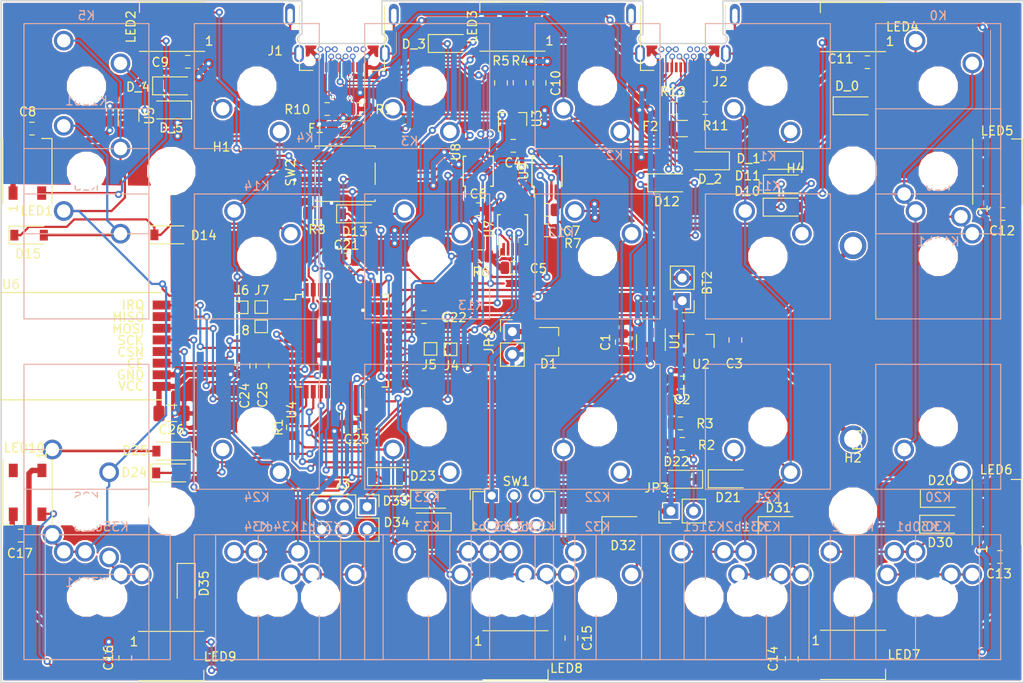
<source format=kicad_pcb>
(kicad_pcb (version 20171130) (host pcbnew 5.0.2-bee76a0~70~ubuntu18.04.1)
  (layers (0 F.Cu signal) (31 B.Cu signal) (34 B.Paste user) (35 F.Paste user) (36 B.SilkS user) (37 F.SilkS user) (38 B.Mask user) (39 F.Mask user) (44 Edge.Cuts user))
  (net 0 "")
  (net 1 +5V)
  (net 2 GND)
  (net 3 /BAT_LI_ION)
  (net 4 +3V3)
  (net 5 VCC)
  (net 6 "Net-(D10-Pad2)")
  (net 7 /ROW1)
  (net 8 "Net-(D11-Pad2)")
  (net 9 "Net-(D12-Pad2)")
  (net 10 "Net-(D13-Pad2)")
  (net 11 "Net-(D14-Pad2)")
  (net 12 "Net-(D20-Pad2)")
  (net 13 /ROW2)
  (net 14 "Net-(D21-Pad2)")
  (net 15 "Net-(D22-Pad2)")
  (net 16 "Net-(D23-Pad2)")
  (net 17 "Net-(D24-Pad2)")
  (net 18 /ROW3)
  (net 19 "Net-(D30-Pad2)")
  (net 20 "Net-(D31-Pad2)")
  (net 21 "Net-(D32-Pad2)")
  (net 22 "Net-(D33-Pad2)")
  (net 23 "Net-(D34-Pad2)")
  (net 24 /ROW0)
  (net 25 "Net-(D_0-Pad2)")
  (net 26 "Net-(D_1-Pad2)")
  (net 27 "Net-(D_2-Pad2)")
  (net 28 "Net-(D_3-Pad2)")
  (net 29 "Net-(D_4-Pad2)")
  (net 30 VBUS)
  (net 31 "Net-(J1-PadA2)")
  (net 32 "Net-(J1-PadA3)")
  (net 33 "Net-(J1-PadA5)")
  (net 34 /USB_L_D+)
  (net 35 /USB_L_D-)
  (net 36 "Net-(J1-PadA8)")
  (net 37 "Net-(J1-PadA10)")
  (net 38 "Net-(J1-PadA11)")
  (net 39 "Net-(J1-PadS1)")
  (net 40 "Net-(J1-PadB2)")
  (net 41 "Net-(J1-PadB3)")
  (net 42 "Net-(J1-PadB8)")
  (net 43 "Net-(J1-PadB10)")
  (net 44 "Net-(J1-PadB11)")
  (net 45 "Net-(J2-PadS1)")
  (net 46 "Net-(J2-PadA2)")
  (net 47 "Net-(J2-PadA3)")
  (net 48 "Net-(J2-PadA5)")
  (net 49 /USB_R_D+)
  (net 50 /USB_R_D-)
  (net 51 "Net-(J2-PadA10)")
  (net 52 "Net-(J2-PadA8)")
  (net 53 "Net-(J2-PadA11)")
  (net 54 "Net-(J2-PadB2)")
  (net 55 "Net-(J2-PadB3)")
  (net 56 "Net-(J2-PadB8)")
  (net 57 "Net-(J2-PadB10)")
  (net 58 "Net-(J2-PadB11)")
  (net 59 /D4)
  (net 60 /D5)
  (net 61 /A6)
  (net 62 /A7)
  (net 63 /B0)
  (net 64 "Net-(R1-Pad1)")
  (net 65 /BAT_PROG)
  (net 66 /BAT_LVL)
  (net 67 /VBUS_CHECK)
  (net 68 /SDA)
  (net 69 /SCL)
  (net 70 /RST)
  (net 71 /BAT_STAT)
  (net 72 /BATT_IN)
  (net 73 /COL5)
  (net 74 /CE)
  (net 75 /IRQ)
  (net 76 /UNDER_LED)
  (net 77 /CSN)
  (net 78 /MOSI)
  (net 79 /MISO)
  (net 80 /SCK)
  (net 81 /D-)
  (net 82 /D+)
  (net 83 /USB_SEL)
  (net 84 /I2C_RIGHT)
  (net 85 /PDI)
  (net 86 /I2C_LEFT)
  (net 87 /USB_OE)
  (net 88 /COL2)
  (net 89 /COL1)
  (net 90 /COL0)
  (net 91 /COL3)
  (net 92 /COL4)
  (net 93 "Net-(LED1-Pad4)")
  (net 94 "Net-(LED1-Pad2)")
  (net 95 "Net-(LED2-Pad2)")
  (net 96 "Net-(LED3-Pad2)")
  (net 97 "Net-(LED4-Pad2)")
  (net 98 "Net-(LED5-Pad2)")
  (net 99 "Net-(LED6-Pad2)")
  (net 100 "Net-(LED7-Pad2)")
  (net 101 "Net-(LED8-Pad2)")
  (net 102 +BATT)
  (net 103 "Net-(SW1-Pad3)")
  (net 104 "Net-(SW1-Pad6)")
  (net 105 "Net-(U8-Pad8)")
  (net 106 "Net-(U8-Pad9)")
  (net 107 "Net-(U9-Pad9)")
  (net 108 "Net-(U9-Pad8)")
  (net 109 "Net-(J3-Pad3)")
  (net 110 "Net-(J3-Pad4)")
  (net 111 "Net-(D15-Pad2)")
  (net 112 "Net-(D25-Pad2)")
  (net 113 "Net-(D35-Pad2)")
  (net 114 "Net-(D_5-Pad2)")
  (net 115 "Net-(LED10-Pad4)")
  (net 116 "Net-(LED10-Pad2)")
  (module Button_Switch_Keyboard:SW_Cherry_MX1A_1.00u_Plate (layer B.Cu) (at 50.175 52.705)
    (fp_text reference K23 (at -2.54 2.794) (layer B.SilkS) (effects (justify mirror)))
    (fp_text value K23)
    (pad 1 thru_hole circle (at 0 0) (size 2.2 2.2) (drill 1.5) (layers *.Cu *.Mask) (net 16 "Net-(D23-Pad2)"))
    (pad 2 thru_hole circle (at -6.35 -2.54) (size 2.2 2.2) (drill 1.5) (layers *.Cu *.Mask) (net 91 /COL3))
    (pad "" np_thru_hole circle (at -2.54 -5.08) (size 4 4) (drill 4) (layers *.Cu *.Mask))
  )
  (module Diode_SMD:D_SOD-123 (layer F.Cu) (at 79.1808 17.8816 180)
    (fp_text reference D_2 (at -0.0772 -2.032 180) (layer F.SilkS))
    (fp_text value D)
    (pad 2 smd rect (at 1.65 0 180) (size 0.9 1.2) (layers F.Cu F.Paste F.Mask) (net 27 "Net-(D_2-Pad2)"))
    (pad 1 smd rect (at -1.65 0 180) (size 0.9 1.2) (layers F.Cu F.Paste F.Mask) (net 24 /ROW0))
  )
  (module Button_Switch_Keyboard:SW_Cherry_MX1A_1.00u_Plate (layer B.Cu) (at 45.095 23.495 180)
    (fp_text reference K13 (at -7.4295 -10.541) (layer B.SilkS) (effects (justify mirror)))
    (fp_text value K13)
    (pad 1 thru_hole circle (at 0 0 180) (size 2.2 2.2) (drill 1.5) (layers *.Cu *.Mask) (net 10 "Net-(D13-Pad2)"))
    (pad 2 thru_hole circle (at -6.35 -2.54 180) (size 2.2 2.2) (drill 1.5) (layers *.Cu *.Mask) (net 91 /COL3))
    (pad "" np_thru_hole circle (at -2.54 -5.08 180) (size 4 4) (drill 4) (layers *.Cu *.Mask))
  )
  (module Button_Switch_Keyboard:SW_Cherry_MX1A_1.00u_Plate (layer B.Cu) (at 107.325 52.705)
    (fp_text reference K20 (at -2.54 2.794) (layer B.SilkS) (effects (justify mirror)))
    (fp_text value K20)
    (pad 1 thru_hole circle (at 0 0) (size 2.2 2.2) (drill 1.5) (layers *.Cu *.Mask) (net 12 "Net-(D20-Pad2)"))
    (pad 2 thru_hole circle (at -6.35 -2.54) (size 2.2 2.2) (drill 1.5) (layers *.Cu *.Mask) (net 90 /COL0))
    (pad "" np_thru_hole circle (at -2.54 -5.08) (size 4 4) (drill 4) (layers *.Cu *.Mask))
  )
  (module Button_Switch_Keyboard:SW_Cherry_MX1A_1.00u_Plate (layer B.Cu) (at 102.245 4.445 180)
    (fp_text reference K0 (at -2.54 2.794 180) (layer B.SilkS) (effects (justify mirror)))
    (fp_text value K00)
    (pad 1 thru_hole circle (at 0 0 180) (size 2.2 2.2) (drill 1.5) (layers *.Cu *.Mask) (net 25 "Net-(D_0-Pad2)"))
    (pad 2 thru_hole circle (at -6.35 -2.54 180) (size 2.2 2.2) (drill 1.5) (layers *.Cu *.Mask) (net 90 /COL0))
    (pad "" np_thru_hole circle (at -2.54 -5.08 180) (size 4 4) (drill 4) (layers *.Cu *.Mask))
  )
  (module Button_Switch_Keyboard:SW_Cherry_MX1A_1.00u_Plate (layer B.Cu) (at 50.175 14.605)
    (fp_text reference K3 (at -4.5085 1.0795) (layer B.SilkS) (effects (justify mirror)))
    (fp_text value K03)
    (pad 1 thru_hole circle (at 0 0) (size 2.2 2.2) (drill 1.5) (layers *.Cu *.Mask) (net 28 "Net-(D_3-Pad2)"))
    (pad 2 thru_hole circle (at -6.35 -2.54) (size 2.2 2.2) (drill 1.5) (layers *.Cu *.Mask) (net 91 /COL3))
    (pad "" np_thru_hole circle (at -2.54 -5.08) (size 4 4) (drill 4) (layers *.Cu *.Mask))
  )
  (module Button_Switch_Keyboard:SW_Cherry_MX1A_1.00u_Plate (layer B.Cu) (at 69.225 52.705)
    (fp_text reference K22 (at -2.54 2.794) (layer B.SilkS) (effects (justify mirror)))
    (fp_text value K22)
    (pad 1 thru_hole circle (at 0 0) (size 2.2 2.2) (drill 1.5) (layers *.Cu *.Mask) (net 15 "Net-(D22-Pad2)"))
    (pad 2 thru_hole circle (at -6.35 -2.54) (size 2.2 2.2) (drill 1.5) (layers *.Cu *.Mask) (net 88 /COL2))
    (pad "" np_thru_hole circle (at -2.54 -5.08) (size 4 4) (drill 4) (layers *.Cu *.Mask))
  )
  (module Button_Switch_Keyboard:SW_Cherry_MX1A_1.00u_Plate (layer B.Cu) (at 26.045 23.495 180)
    (fp_text reference K14 (at -2.54 2.794) (layer B.SilkS) (effects (justify mirror)))
    (fp_text value K14)
    (pad 1 thru_hole circle (at 0 0 180) (size 2.2 2.2) (drill 1.5) (layers *.Cu *.Mask) (net 92 /COL4))
    (pad 2 thru_hole circle (at -6.35 -2.54 180) (size 2.2 2.2) (drill 1.5) (layers *.Cu *.Mask) (net 11 "Net-(D14-Pad2)"))
    (pad "" np_thru_hole circle (at -2.54 -5.08 180) (size 4 4) (drill 4) (layers *.Cu *.Mask))
  )
  (module Button_Switch_Keyboard:SW_Cherry_MX1A_2.00u_Plate (layer B.Cu) (at 54.62 61.595 180)
    (fp_text reference K32b1 (at -2.54 2.794 180) (layer B.SilkS) (effects (justify mirror)))
    (fp_text value K32b1)
    (pad 1 thru_hole circle (at 0 0 180) (size 2.2 2.2) (drill 1.5) (layers *.Cu *.Mask) (net 91 /COL3))
    (pad 2 thru_hole circle (at -6.35 -2.54 180) (size 2.2 2.2) (drill 1.5) (layers *.Cu *.Mask) (net 22 "Net-(D33-Pad2)"))
    (pad "" np_thru_hole circle (at -2.54 -5.08 180) (size 4 4) (drill 4) (layers *.Cu *.Mask))
  )
  (module Button_Switch_Keyboard:SW_Cherry_MX1A_1.25u_Plate (layer B.Cu) (at 99.86375 61.595 180)
    (fp_text reference K30b1 (at -2.54 2.794 180) (layer B.SilkS) (effects (justify mirror)))
    (fp_text value K30b)
    (pad 1 thru_hole circle (at 0 0 180) (size 2.2 2.2) (drill 1.5) (layers *.Cu *.Mask) (net 19 "Net-(D30-Pad2)"))
    (pad 2 thru_hole circle (at -6.35 -2.54 180) (size 2.2 2.2) (drill 1.5) (layers *.Cu *.Mask) (net 90 /COL0))
    (pad "" np_thru_hole circle (at -2.54 -5.08 180) (size 4 4) (drill 4) (layers *.Cu *.Mask))
  )
  (module Button_Switch_Keyboard:SW_Cherry_MX1A_2.00u_Vertical_Plate (layer B.Cu) (at 12.075 62.23)
    (fp_text reference K35b1 (at -2.54 2.794) (layer B.SilkS) (effects (justify mirror)))
    (fp_text value K35b)
    (pad 1 thru_hole circle (at 0 0) (size 2.2 2.2) (drill 1.5) (layers *.Cu *.Mask) (net 113 "Net-(D35-Pad2)"))
    (pad 2 thru_hole circle (at -6.35 -2.54) (size 2.2 2.2) (drill 1.5) (layers *.Cu *.Mask) (net 73 /COL5))
    (pad "" np_thru_hole circle (at -2.54 -5.08) (size 4 4) (drill 4) (layers *.Cu *.Mask))
  )
  (module Button_Switch_Keyboard:SW_Cherry_MX1A_1.25u_Plate (layer B.Cu) (at 9.37625 61.595 180)
    (fp_text reference K35c2 (at -2.54 2.794 180) (layer B.SilkS) (effects (justify mirror)))
    (fp_text value K35c)
    (pad 1 thru_hole circle (at 0 0 180) (size 2.2 2.2) (drill 1.5) (layers *.Cu *.Mask) (net 73 /COL5))
    (pad 2 thru_hole circle (at -6.35 -2.54 180) (size 2.2 2.2) (drill 1.5) (layers *.Cu *.Mask) (net 113 "Net-(D35-Pad2)"))
    (pad "" np_thru_hole circle (at -2.54 -5.08 180) (size 4 4) (drill 4) (layers *.Cu *.Mask))
  )
  (module Button_Switch_Keyboard:SW_Cherry_MX1A_2.00u_Vertical_Plate (layer B.Cu) (at 6.995 13.97 180)
    (fp_text reference K15b1 (at -2.54 2.794 180) (layer B.SilkS) (effects (justify mirror)))
    (fp_text value K15b)
    (pad 1 thru_hole circle (at 0 0 180) (size 2.2 2.2) (drill 1.5) (layers *.Cu *.Mask) (net 111 "Net-(D15-Pad2)"))
    (pad 2 thru_hole circle (at -6.35 -2.54 180) (size 2.2 2.2) (drill 1.5) (layers *.Cu *.Mask) (net 73 /COL5))
    (pad "" np_thru_hole circle (at -2.54 -5.08 180) (size 4 4) (drill 4) (layers *.Cu *.Mask))
  )
  (module Button_Switch_Keyboard:SW_Cherry_MX1A_1.00u_Plate (layer B.Cu) (at 64.145 23.495 180)
    (fp_text reference K12 (at 1.524 -2.3876) (layer B.SilkS) (effects (justify mirror)))
    (fp_text value K12)
    (pad 1 thru_hole circle (at 0 0 180) (size 2.2 2.2) (drill 1.5) (layers *.Cu *.Mask) (net 9 "Net-(D12-Pad2)"))
    (pad 2 thru_hole circle (at -6.35 -2.54 180) (size 2.2 2.2) (drill 1.5) (layers *.Cu *.Mask) (net 88 /COL2))
    (pad "" np_thru_hole circle (at -2.54 -5.08 180) (size 4 4) (drill 4) (layers *.Cu *.Mask))
  )
  (module Button_Switch_Keyboard:SW_Cherry_MX1A_1.00u_Plate (layer B.Cu) (at 6.995 61.595 180)
    (fp_text reference K35 (at -2.54 2.794 180) (layer B.SilkS) (effects (justify mirror)))
    (fp_text value K35)
    (pad 1 thru_hole circle (at 0 0 180) (size 2.2 2.2) (drill 1.5) (layers *.Cu *.Mask) (net 73 /COL5))
    (pad 2 thru_hole circle (at -6.35 -2.54 180) (size 2.2 2.2) (drill 1.5) (layers *.Cu *.Mask) (net 113 "Net-(D35-Pad2)"))
    (pad "" np_thru_hole circle (at -2.54 -5.08 180) (size 4 4) (drill 4) (layers *.Cu *.Mask))
  )
  (module Button_Switch_Keyboard:SW_Cherry_MX1A_1.00u_Plate (layer B.Cu) (at 6.995 23.495 180)
    (fp_text reference K15 (at -2.54 2.794 180) (layer B.SilkS) (effects (justify mirror)))
    (fp_text value K15)
    (pad 1 thru_hole circle (at 0 0 180) (size 2.2 2.2) (drill 1.5) (layers *.Cu *.Mask) (net 73 /COL5))
    (pad 2 thru_hole circle (at -6.35 -2.54 180) (size 2.2 2.2) (drill 1.5) (layers *.Cu *.Mask) (net 111 "Net-(D15-Pad2)"))
    (pad "" np_thru_hole circle (at -2.54 -5.08 180) (size 4 4) (drill 4) (layers *.Cu *.Mask))
  )
  (module Button_Switch_Keyboard:SW_Cherry_MX1A_1.00u_Plate (layer B.Cu) (at 102.245 61.595 180)
    (fp_text reference K30 (at -2.54 2.794 180) (layer B.SilkS) (effects (justify mirror)))
    (fp_text value K30)
    (pad 1 thru_hole circle (at 0 0 180) (size 2.2 2.2) (drill 1.5) (layers *.Cu *.Mask) (net 19 "Net-(D30-Pad2)"))
    (pad 2 thru_hole circle (at -6.35 -2.54 180) (size 2.2 2.2) (drill 1.5) (layers *.Cu *.Mask) (net 90 /COL0))
    (pad "" np_thru_hole circle (at -2.54 -5.08 180) (size 4 4) (drill 4) (layers *.Cu *.Mask))
  )
  (module Button_Switch_Keyboard:SW_Cherry_MX1A_1.00u_Plate (layer B.Cu) (at 83.195 23.495 180)
    (fp_text reference K11 (at -2.54 2.794) (layer B.SilkS) (effects (justify mirror)))
    (fp_text value K11)
    (pad 1 thru_hole circle (at 0 0 180) (size 2.2 2.2) (drill 1.5) (layers *.Cu *.Mask) (net 89 /COL1))
    (pad 2 thru_hole circle (at -6.35 -2.54 180) (size 2.2 2.2) (drill 1.5) (layers *.Cu *.Mask) (net 8 "Net-(D11-Pad2)"))
    (pad "" np_thru_hole circle (at -2.54 -5.08 180) (size 4 4) (drill 4) (layers *.Cu *.Mask))
  )
  (module Button_Switch_Keyboard:SW_Cherry_MX1A_1.25u_Plate (layer B.Cu) (at 33.18875 61.595 180)
    (fp_text reference K34b1 (at -2.54 2.794 180) (layer B.SilkS) (effects (justify mirror)))
    (fp_text value K34b)
    (pad 1 thru_hole circle (at 0 0 180) (size 2.2 2.2) (drill 1.5) (layers *.Cu *.Mask) (net 92 /COL4))
    (pad 2 thru_hole circle (at -6.35 -2.54 180) (size 2.2 2.2) (drill 1.5) (layers *.Cu *.Mask) (net 23 "Net-(D34-Pad2)"))
    (pad "" np_thru_hole circle (at -2.54 -5.08 180) (size 4 4) (drill 4) (layers *.Cu *.Mask))
  )
  (module Button_Switch_Keyboard:SW_Cherry_MX1A_1.00u_Plate (layer B.Cu) (at 69.225 14.605)
    (fp_text reference K2 (at -0.635 2.667) (layer B.SilkS) (effects (justify mirror)))
    (fp_text value K02)
    (pad 1 thru_hole circle (at 0 0) (size 2.2 2.2) (drill 1.5) (layers *.Cu *.Mask) (net 27 "Net-(D_2-Pad2)"))
    (pad 2 thru_hole circle (at -6.35 -2.54) (size 2.2 2.2) (drill 1.5) (layers *.Cu *.Mask) (net 88 /COL2))
    (pad "" np_thru_hole circle (at -2.54 -5.08) (size 4 4) (drill 4) (layers *.Cu *.Mask))
  )
  (module Button_Switch_Keyboard:SW_Cherry_MX1A_1.00u_Plate (layer B.Cu) (at 45.095 61.595 180)
    (fp_text reference K33 (at -2.54 2.794 180) (layer B.SilkS) (effects (justify mirror)))
    (fp_text value K33)
    (pad 1 thru_hole circle (at 0 0 180) (size 2.2 2.2) (drill 1.5) (layers *.Cu *.Mask) (net 91 /COL3))
    (pad 2 thru_hole circle (at -6.35 -2.54 180) (size 2.2 2.2) (drill 1.5) (layers *.Cu *.Mask) (net 22 "Net-(D33-Pad2)"))
    (pad "" np_thru_hole circle (at -2.54 -5.08 180) (size 4 4) (drill 4) (layers *.Cu *.Mask))
  )
  (module Button_Switch_Keyboard:SW_Cherry_MX1A_1.00u_Plate (layer B.Cu) (at 31.125 52.705)
    (fp_text reference K24 (at -2.54 2.794) (layer B.SilkS) (effects (justify mirror)))
    (fp_text value K24)
    (pad 1 thru_hole circle (at 0 0) (size 2.2 2.2) (drill 1.5) (layers *.Cu *.Mask) (net 92 /COL4))
    (pad 2 thru_hole circle (at -6.35 -2.54) (size 2.2 2.2) (drill 1.5) (layers *.Cu *.Mask) (net 17 "Net-(D24-Pad2)"))
    (pad "" np_thru_hole circle (at -2.54 -5.08) (size 4 4) (drill 4) (layers *.Cu *.Mask))
  )
  (module Button_Switch_Keyboard:SW_Cherry_MX1A_1.00u_Plate (layer B.Cu) (at 88.275 52.705)
    (fp_text reference K21 (at -2.54 2.794) (layer B.SilkS) (effects (justify mirror)))
    (fp_text value K21)
    (pad 1 thru_hole circle (at 0 0) (size 2.2 2.2) (drill 1.5) (layers *.Cu *.Mask) (net 89 /COL1))
    (pad 2 thru_hole circle (at -6.35 -2.54) (size 2.2 2.2) (drill 1.5) (layers *.Cu *.Mask) (net 14 "Net-(D21-Pad2)"))
    (pad "" np_thru_hole circle (at -2.54 -5.08) (size 4 4) (drill 4) (layers *.Cu *.Mask))
  )
  (module Button_Switch_Keyboard:SW_Cherry_MX1A_1.00u_Plate (layer B.Cu) (at 83.195 61.595 180)
    (fp_text reference K31 (at -2.54 2.794 180) (layer B.SilkS) (effects (justify mirror)))
    (fp_text value K31)
    (pad 1 thru_hole circle (at 0 0 180) (size 2.2 2.2) (drill 1.5) (layers *.Cu *.Mask) (net 89 /COL1))
    (pad 2 thru_hole circle (at -6.35 -2.54 180) (size 2.2 2.2) (drill 1.5) (layers *.Cu *.Mask) (net 20 "Net-(D31-Pad2)"))
    (pad "" np_thru_hole circle (at -2.54 -5.08 180) (size 4 4) (drill 4) (layers *.Cu *.Mask))
  )
  (module Button_Switch_Keyboard:SW_Cherry_MX1A_1.00u_Plate (layer B.Cu) (at 102.245 23.495 180)
    (fp_text reference K10 (at -2.54 2.794) (layer B.SilkS) (effects (justify mirror)))
    (fp_text value K10)
    (pad 1 thru_hole circle (at 0 0 180) (size 2.2 2.2) (drill 1.5) (layers *.Cu *.Mask) (net 90 /COL0))
    (pad 2 thru_hole circle (at -6.35 -2.54 180) (size 2.2 2.2) (drill 1.5) (layers *.Cu *.Mask) (net 6 "Net-(D10-Pad2)"))
    (pad "" np_thru_hole circle (at -2.54 -5.08 180) (size 4 4) (drill 4) (layers *.Cu *.Mask))
  )
  (module Button_Switch_Keyboard:SW_Cherry_MX1A_1.25u_Plate (layer B.Cu) (at 80.81375 61.595 180)
    (fp_text reference K31b2 (at -2.54 2.794 180) (layer B.SilkS) (effects (justify mirror)))
    (fp_text value K31b)
    (pad 1 thru_hole circle (at 0 0 180) (size 2.2 2.2) (drill 1.5) (layers *.Cu *.Mask) (net 89 /COL1))
    (pad 2 thru_hole circle (at -6.35 -2.54 180) (size 2.2 2.2) (drill 1.5) (layers *.Cu *.Mask) (net 20 "Net-(D31-Pad2)"))
    (pad "" np_thru_hole circle (at -2.54 -5.08 180) (size 4 4) (drill 4) (layers *.Cu *.Mask))
  )
  (module Button_Switch_Keyboard:SW_Cherry_MX1A_1.25u_Plate (layer B.Cu) (at 28.42625 61.595 180)
    (fp_text reference K34c1 (at -2.54 2.794 180) (layer B.SilkS) (effects (justify mirror)))
    (fp_text value K34c)
    (pad 1 thru_hole circle (at 0 0 180) (size 2.2 2.2) (drill 1.5) (layers *.Cu *.Mask) (net 92 /COL4))
    (pad 2 thru_hole circle (at -6.35 -2.54 180) (size 2.2 2.2) (drill 1.5) (layers *.Cu *.Mask) (net 23 "Net-(D34-Pad2)"))
    (pad "" np_thru_hole circle (at -2.54 -5.08 180) (size 4 4) (drill 4) (layers *.Cu *.Mask))
  )
  (module Button_Switch_Keyboard:SW_Cherry_MX1A_1.00u_Plate (layer B.Cu) (at 64.145 61.595 180)
    (fp_text reference K32 (at -2.54 2.794 180) (layer B.SilkS) (effects (justify mirror)))
    (fp_text value K32)
    (pad 1 thru_hole circle (at 0 0 180) (size 2.2 2.2) (drill 1.5) (layers *.Cu *.Mask) (net 88 /COL2))
    (pad 2 thru_hole circle (at -6.35 -2.54 180) (size 2.2 2.2) (drill 1.5) (layers *.Cu *.Mask) (net 21 "Net-(D32-Pad2)"))
    (pad "" np_thru_hole circle (at -2.54 -5.08 180) (size 4 4) (drill 4) (layers *.Cu *.Mask))
  )
  (module Button_Switch_Keyboard:SW_Cherry_MX1A_1.25u_Plate (layer B.Cu) (at 76.05125 61.595 180)
    (fp_text reference K31c1 (at -2.54 2.794 180) (layer B.SilkS) (effects (justify mirror)))
    (fp_text value K31c)
    (pad 1 thru_hole circle (at 0 0 180) (size 2.2 2.2) (drill 1.5) (layers *.Cu *.Mask) (net 89 /COL1))
    (pad 2 thru_hole circle (at -6.35 -2.54 180) (size 2.2 2.2) (drill 1.5) (layers *.Cu *.Mask) (net 20 "Net-(D31-Pad2)"))
    (pad "" np_thru_hole circle (at -2.54 -5.08 180) (size 4 4) (drill 4) (layers *.Cu *.Mask))
  )
  (module Button_Switch_Keyboard:SW_Cherry_MX1A_1.00u_Plate (layer B.Cu) (at 88.275 14.605)
    (fp_text reference K1 (at -2.54 2.794) (layer B.SilkS) (effects (justify mirror)))
    (fp_text value K01)
    (pad 1 thru_hole circle (at 0 0) (size 2.2 2.2) (drill 1.5) (layers *.Cu *.Mask) (net 26 "Net-(D_1-Pad2)"))
    (pad 2 thru_hole circle (at -6.35 -2.54) (size 2.2 2.2) (drill 1.5) (layers *.Cu *.Mask) (net 89 /COL1))
    (pad "" np_thru_hole circle (at -2.54 -5.08) (size 4 4) (drill 4) (layers *.Cu *.Mask))
  )
  (module Button_Switch_Keyboard:SW_Cherry_MX1A_1.00u_Plate (layer B.Cu) (at 26.045 61.595 180)
    (fp_text reference K34 (at -2.54 2.794 180) (layer B.SilkS) (effects (justify mirror)))
    (fp_text value K34)
    (pad 1 thru_hole circle (at 0 0 180) (size 2.2 2.2) (drill 1.5) (layers *.Cu *.Mask) (net 92 /COL4))
    (pad 2 thru_hole circle (at -6.35 -2.54 180) (size 2.2 2.2) (drill 1.5) (layers *.Cu *.Mask) (net 23 "Net-(D34-Pad2)"))
    (pad "" np_thru_hole circle (at -2.54 -5.08 180) (size 4 4) (drill 4) (layers *.Cu *.Mask))
  )
  (module Button_Switch_Keyboard:SW_Cherry_MX1A_1.00u_Plate (layer B.Cu) (at 31.125 14.605)
    (fp_text reference K4 (at 2.8575 0.6985) (layer B.SilkS) (effects (justify mirror)))
    (fp_text value K04)
    (pad 1 thru_hole circle (at 0 0) (size 2.2 2.2) (drill 1.5) (layers *.Cu *.Mask) (net 92 /COL4))
    (pad 2 thru_hole circle (at -6.35 -2.54) (size 2.2 2.2) (drill 1.5) (layers *.Cu *.Mask) (net 29 "Net-(D_4-Pad2)"))
    (pad "" np_thru_hole circle (at -2.54 -5.08) (size 4 4) (drill 4) (layers *.Cu *.Mask))
  )
  (module Button_Switch_Keyboard:SW_Cherry_MX1A_1.00u_Plate (layer B.Cu) (at 12.075 52.705)
    (fp_text reference K25 (at -2.54 2.794) (layer B.SilkS) (effects (justify mirror)))
    (fp_text value K25)
    (pad 1 thru_hole circle (at 0 0) (size 2.2 2.2) (drill 1.5) (layers *.Cu *.Mask) (net 73 /COL5))
    (pad 2 thru_hole circle (at -6.35 -2.54) (size 2.2 2.2) (drill 1.5) (layers *.Cu *.Mask) (net 112 "Net-(D25-Pad2)"))
    (pad "" np_thru_hole circle (at -2.54 -5.08) (size 4 4) (drill 4) (layers *.Cu *.Mask))
  )
  (module Button_Switch_Keyboard:SW_Cherry_MX1A_2.00u_Plate (layer B.Cu) (at 92.72 61.595 180)
    (fp_text reference K30b2 (at -2.54 2.794 180) (layer B.SilkS) (effects (justify mirror)))
    (fp_text value K30b2)
    (pad 1 thru_hole circle (at 0 0 180) (size 2.2 2.2) (drill 1.5) (layers *.Cu *.Mask) (net 19 "Net-(D30-Pad2)"))
    (pad 2 thru_hole circle (at -6.35 -2.54 180) (size 2.2 2.2) (drill 1.5) (layers *.Cu *.Mask) (net 90 /COL0))
    (pad "" np_thru_hole circle (at -2.54 -5.08 180) (size 4 4) (drill 4) (layers *.Cu *.Mask))
  )
  (module Button_Switch_Keyboard:SW_Cherry_MX1A_1.00u_Plate (layer B.Cu) (at 6.995 4.445 180)
    (fp_text reference K5 (at -2.54 2.794 180) (layer B.SilkS) (effects (justify mirror)))
    (fp_text value K05)
    (pad 1 thru_hole circle (at 0 0 180) (size 2.2 2.2) (drill 1.5) (layers *.Cu *.Mask) (net 73 /COL5))
    (pad 2 thru_hole circle (at -6.35 -2.54 180) (size 2.2 2.2) (drill 1.5) (layers *.Cu *.Mask) (net 114 "Net-(D_5-Pad2)"))
    (pad "" np_thru_hole circle (at -2.54 -5.08 180) (size 4 4) (drill 4) (layers *.Cu *.Mask))
  )
  (module Extra:USB_C_Receptacle_JAE_DX07B024XJ1_cuts (layer F.Cu) (at 41.7068 6.7592 180)
    (fp_text reference J1 (at 11.0644 1.1712 180) (layer F.SilkS))
    (fp_text value USB_C_Receptacle)
    (fp_line (start 8.075 6.75) (end 8.075 3) (layer Edge.Cuts) (width 0.15))
    (fp_line (start -0.875 3) (end -0.875 6.75) (layer Edge.Cuts) (width 0.15))
    (fp_line (start -0.875 2) (end 8.075 2) (layer Edge.Cuts) (width 0.15))
    (fp_arc (start 8.075 2.5) (end 8.075 2) (angle 180) (layer Edge.Cuts) (width 0.15))
    (fp_arc (start -0.875 2.5) (end -0.875 2) (angle -180) (layer Edge.Cuts) (width 0.15))
    (pad S1 thru_hole oval (at -1.2 0.875 180) (size 1.1 1.95) (drill oval 0.6 1.45) (layers *.Cu *.Mask) (net 39 "Net-(J1-PadS1)"))
    (pad A1 smd rect (at 0.85 -0.66 180) (size 0.3 1.1) (layers F.Cu F.Paste F.Mask) (net 2 GND))
    (pad A2 smd rect (at 1.35 -0.66 180) (size 0.3 1.1) (layers F.Cu F.Paste F.Mask) (net 31 "Net-(J1-PadA2)"))
    (pad A3 smd rect (at 1.85 -0.66 180) (size 0.3 1.1) (layers F.Cu F.Paste F.Mask) (net 32 "Net-(J1-PadA3)"))
    (pad A4 smd rect (at 2.35 -0.66 180) (size 0.3 1.1) (layers F.Cu F.Paste F.Mask) (net 30 VBUS))
    (pad A5 smd rect (at 2.85 -0.66 180) (size 0.3 1.1) (layers F.Cu F.Paste F.Mask) (net 33 "Net-(J1-PadA5)"))
    (pad A6 smd rect (at 3.35 -0.66 180) (size 0.3 1.1) (layers F.Cu F.Paste F.Mask) (net 34 /USB_L_D+))
    (pad A7 smd rect (at 3.85 -0.66 180) (size 0.3 1.1) (layers F.Cu F.Paste F.Mask) (net 35 /USB_L_D-))
    (pad A12 smd rect (at 6.35 -0.66 180) (size 0.3 1.1) (layers F.Cu F.Paste F.Mask) (net 2 GND))
    (pad A10 smd rect (at 5.35 -0.66 180) (size 0.3 1.1) (layers F.Cu F.Paste F.Mask) (net 37 "Net-(J1-PadA10)"))
    (pad A9 smd rect (at 4.85 -0.66 180) (size 0.3 1.1) (layers F.Cu F.Paste F.Mask) (net 30 VBUS))
    (pad A8 smd rect (at 4.35 -0.66 180) (size 0.3 1.1) (layers F.Cu F.Paste F.Mask) (net 36 "Net-(J1-PadA8)"))
    (pad A11 smd rect (at 5.85 -0.66 180) (size 0.3 1.1) (layers F.Cu F.Paste F.Mask) (net 38 "Net-(J1-PadA11)"))
    (pad S1 thru_hole oval (at 8.4 0.875 180) (size 1.1 1.95) (drill oval 0.6 1.45) (layers *.Cu *.Mask) (net 39 "Net-(J1-PadS1)"))
    (pad S1 thru_hole oval (at 9.4 5.1 180) (size 1.1 2.4) (drill oval 0.6 1.6 (offset 0 0.15)) (layers *.Cu *.Mask) (net 39 "Net-(J1-PadS1)"))
    (pad S1 thru_hole oval (at -2.2 5.1 180) (size 1.1 2.35) (drill oval 0.6 1.6 (offset 0 0.15)) (layers *.Cu *.Mask) (net 39 "Net-(J1-PadS1)"))
    (pad "" np_thru_hole oval (at 7.2 0 180) (size 0.95 0.7) (drill oval 0.95 0.7) (layers *.Cu *.Mask))
    (pad "" np_thru_hole circle (at 0 0 180) (size 0.7 0.7) (drill 0.7) (layers *.Cu *.Mask))
    (pad B1 thru_hole circle (at 6.4 0.55 180) (size 0.65 0.65) (drill 0.4) (layers *.Cu *.Mask) (net 2 GND))
    (pad B4 thru_hole circle (at 4.8 0.55 180) (size 0.65 0.65) (drill 0.4) (layers *.Cu *.Mask) (net 30 VBUS))
    (pad B6 thru_hole circle (at 4 0.55 180) (size 0.65 0.65) (drill 0.4) (layers *.Cu *.Mask) (net 34 /USB_L_D+))
    (pad B7 thru_hole circle (at 3.2 0.55 180) (size 0.65 0.65) (drill 0.4) (layers *.Cu *.Mask) (net 35 /USB_L_D-))
    (pad B9 thru_hole circle (at 2.4 0.55 180) (size 0.65 0.65) (drill 0.4) (layers *.Cu *.Mask) (net 30 VBUS))
    (pad B12 thru_hole circle (at 0.8 0.55 180) (size 0.65 0.65) (drill 0.4) (layers *.Cu *.Mask) (net 2 GND))
    (pad B2 thru_hole circle (at 6 1.35 180) (size 0.65 0.65) (drill 0.4) (layers *.Cu *.Mask) (net 40 "Net-(J1-PadB2)"))
    (pad B3 thru_hole circle (at 5.2 1.35 180) (size 0.65 0.65) (drill 0.4) (layers *.Cu *.Mask) (net 41 "Net-(J1-PadB3)"))
    (pad B5 thru_hole circle (at 4.4 1.35 180) (size 0.65 0.65) (drill 0.4) (layers *.Cu *.Mask) (net 41 "Net-(J1-PadB3)"))
    (pad B8 thru_hole circle (at 2.8 1.35 180) (size 0.65 0.65) (drill 0.4) (layers *.Cu *.Mask) (net 42 "Net-(J1-PadB8)"))
    (pad B10 thru_hole circle (at 2 1.35 180) (size 0.65 0.65) (drill 0.4) (layers *.Cu *.Mask) (net 43 "Net-(J1-PadB10)"))
    (pad B11 thru_hole circle (at 1.2 1.35 180) (size 0.65 0.65) (drill 0.4) (layers *.Cu *.Mask) (net 44 "Net-(J1-PadB11)"))
  )
  (module Connector_PinHeader_2.54mm:PinHeader_1x02_P2.54mm_Vertical (layer F.Cu) (at 76.1592 33.528 180)
    (fp_text reference BT2 (at -2.794 2.0066 270) (layer F.SilkS))
    (fp_text value Battery_Cell)
    (pad 2 thru_hole oval (at 0 2.54 180) (size 1.7 1.7) (drill 1) (layers *.Cu *.Mask) (net 2 GND))
    (pad 1 thru_hole rect (at 0 0 180) (size 1.7 1.7) (drill 1) (layers *.Cu *.Mask) (net 3 /BAT_LI_ION))
  )
  (module TestPoint:TestPoint_Pad_1.0x1.0mm (layer F.Cu) (at 26.8986 34.2646)
    (fp_text reference J6 (at 0 -1.905) (layer F.SilkS))
    (fp_text value A6)
    (pad 1 smd rect (at 0 0) (size 1 1) (layers F.Cu F.Mask) (net 61 /A6))
  )
  (module Capacitor_SMD:C_0805_2012Metric (layer F.Cu) (at 96.8625 6.858 180)
    (fp_text reference C11 (at 2.9995 0.381 180) (layer F.SilkS))
    (fp_text value 0.1uF)
    (pad 2 smd roundrect (at 0.9375 0 180) (size 0.975 1.4) (layers F.Cu F.Paste F.Mask) (net 2 GND))
    (pad 1 smd roundrect (at -0.9375 0 180) (size 0.975 1.4) (layers F.Cu F.Paste F.Mask) (net 1 +5V))
  )
  (module Capacitor_SMD:C_0805_2012Metric (layer F.Cu) (at 3.4413 14.2748)
    (fp_text reference C8 (at -0.4803 -1.8796) (layer F.SilkS))
    (fp_text value 0.1uF)
    (pad 2 smd roundrect (at 0.9375 0) (size 0.975 1.4) (layers F.Cu F.Paste F.Mask) (net 2 GND))
    (pad 1 smd roundrect (at -0.9375 0) (size 0.975 1.4) (layers F.Cu F.Paste F.Mask) (net 1 +5V))
  )
  (module Capacitor_SMD:C_0805_2012Metric (layer F.Cu) (at 111.6915 62.1792)
    (fp_text reference C13 (at -0.1247 1.8796) (layer F.SilkS))
    (fp_text value 0.1uF)
    (pad 2 smd roundrect (at 0.9375 0) (size 0.975 1.4) (layers F.Cu F.Paste F.Mask) (net 2 GND))
    (pad 1 smd roundrect (at -0.9375 0) (size 0.975 1.4) (layers F.Cu F.Paste F.Mask) (net 1 +5V))
  )
  (module Capacitor_SMD:C_0805_2012Metric (layer F.Cu) (at 20.8611 6.8072 180)
    (fp_text reference C9 (at 3.0711 -0.0508 180) (layer F.SilkS))
    (fp_text value 0.1uF)
    (pad 2 smd roundrect (at 0.9375 0 180) (size 0.975 1.4) (layers F.Cu F.Paste F.Mask) (net 2 GND))
    (pad 1 smd roundrect (at -0.9375 0 180) (size 0.975 1.4) (layers F.Cu F.Paste F.Mask) (net 1 +5V))
  )
  (module Capacitor_SMD:C_0805_2012Metric (layer F.Cu) (at 60.208 9.1717 270)
    (fp_text reference C10 (at 0.0277 -1.8034 270) (layer F.SilkS))
    (fp_text value 0.1uF)
    (pad 2 smd roundrect (at 0.9375 0 270) (size 0.975 1.4) (layers F.Cu F.Paste F.Mask) (net 2 GND))
    (pad 1 smd roundrect (at -0.9375 0 270) (size 0.975 1.4) (layers F.Cu F.Paste F.Mask) (net 1 +5V))
  )
  (module Capacitor_SMD:C_0805_2012Metric (layer F.Cu) (at 111.9732 23.8252)
    (fp_text reference C12 (at -0.0508 1.8796) (layer F.SilkS))
    (fp_text value 0.1uF)
    (pad 2 smd roundrect (at 0.9375 0) (size 0.975 1.4) (layers F.Cu F.Paste F.Mask) (net 2 GND))
    (pad 1 smd roundrect (at -0.9375 0) (size 0.975 1.4) (layers F.Cu F.Paste F.Mask) (net 1 +5V))
  )
  (module Capacitor_SMD:C_0805_2012Metric (layer F.Cu) (at 63.764 71.2493 270)
    (fp_text reference C15 (at -0.0023 -1.7526 270) (layer F.SilkS))
    (fp_text value 0.1uF)
    (pad 2 smd roundrect (at 0.9375 0 270) (size 0.975 1.4) (layers F.Cu F.Paste F.Mask) (net 2 GND))
    (pad 1 smd roundrect (at -0.9375 0 270) (size 0.975 1.4) (layers F.Cu F.Paste F.Mask) (net 1 +5V))
  )
  (module Capacitor_SMD:C_0805_2012Metric (layer F.Cu) (at 88.402 73.5861 270)
    (fp_text reference C14 (at -0.0277 2.0828 270) (layer F.SilkS))
    (fp_text value 0.1uF)
    (pad 2 smd roundrect (at 0.9375 0 270) (size 0.975 1.4) (layers F.Cu F.Paste F.Mask) (net 2 GND))
    (pad 1 smd roundrect (at -0.9375 0 270) (size 0.975 1.4) (layers F.Cu F.Paste F.Mask) (net 1 +5V))
  )
  (module LED_SMD:LED_WS2812B_PLCC4_5.0x5.0mm_P3.2mm (layer F.Cu) (at 57.504 73.1776)
    (fp_text reference LED8 (at 5.7012 1.4476 180) (layer F.SilkS))
    (fp_text value WS2812B)
    (fp_text user 1 (at -4.15 -1.6) (layer F.SilkS))
    (pad 1 smd rect (at -2.45 -1.6) (size 1.5 1) (layers F.Cu F.Paste F.Mask) (net 1 +5V))
    (pad 2 smd rect (at -2.45 1.6) (size 1.5 1) (layers F.Cu F.Paste F.Mask) (net 101 "Net-(LED8-Pad2)"))
    (pad 4 smd rect (at 2.45 -1.6) (size 1.5 1) (layers F.Cu F.Paste F.Mask) (net 100 "Net-(LED7-Pad2)"))
    (pad 3 smd rect (at 2.45 1.6) (size 1.5 1) (layers F.Cu F.Paste F.Mask) (net 2 GND))
  )
  (module LED_SMD:LED_WS2812B_PLCC4_5.0x5.0mm_P3.2mm (layer F.Cu) (at 95.2484 73.1268)
    (fp_text reference LED7 (at 5.7012 -0.0256 180) (layer F.SilkS))
    (fp_text value WS2812B)
    (fp_text user 1 (at -4.15 -1.6) (layer F.SilkS))
    (pad 1 smd rect (at -2.45 -1.6) (size 1.5 1) (layers F.Cu F.Paste F.Mask) (net 1 +5V))
    (pad 2 smd rect (at -2.45 1.6) (size 1.5 1) (layers F.Cu F.Paste F.Mask) (net 100 "Net-(LED7-Pad2)"))
    (pad 4 smd rect (at 2.45 -1.6) (size 1.5 1) (layers F.Cu F.Paste F.Mask) (net 99 "Net-(LED6-Pad2)"))
    (pad 3 smd rect (at 2.45 1.6) (size 1.5 1) (layers F.Cu F.Paste F.Mask) (net 2 GND))
  )
  (module LED_SMD:LED_WS2812B_PLCC4_5.0x5.0mm_P3.2mm (layer F.Cu) (at 111.338 57.1616 90)
    (fp_text reference LED6 (at 4.736 -0.076) (layer F.SilkS))
    (fp_text value WS2812B)
    (fp_text user 1 (at -4.15 -1.6 90) (layer F.SilkS))
    (pad 1 smd rect (at -2.45 -1.6 90) (size 1.5 1) (layers F.Cu F.Paste F.Mask) (net 1 +5V))
    (pad 2 smd rect (at -2.45 1.6 90) (size 1.5 1) (layers F.Cu F.Paste F.Mask) (net 99 "Net-(LED6-Pad2)"))
    (pad 4 smd rect (at 2.45 -1.6 90) (size 1.5 1) (layers F.Cu F.Paste F.Mask) (net 98 "Net-(LED5-Pad2)"))
    (pad 3 smd rect (at 2.45 1.6 90) (size 1.5 1) (layers F.Cu F.Paste F.Mask) (net 2 GND))
  )
  (module LED_SMD:LED_WS2812B_PLCC4_5.0x5.0mm_P3.2mm (layer F.Cu) (at 111.3892 19.0892 90)
    (fp_text reference LED5 (at 4.5604 -0.0256 180) (layer F.SilkS))
    (fp_text value WS2812B)
    (fp_text user 1 (at -4.15 -1.6 90) (layer F.SilkS))
    (pad 1 smd rect (at -2.45 -1.6 90) (size 1.5 1) (layers F.Cu F.Paste F.Mask) (net 1 +5V))
    (pad 2 smd rect (at -2.45 1.6 90) (size 1.5 1) (layers F.Cu F.Paste F.Mask) (net 98 "Net-(LED5-Pad2)"))
    (pad 4 smd rect (at 2.45 -1.6 90) (size 1.5 1) (layers F.Cu F.Paste F.Mask) (net 97 "Net-(LED4-Pad2)"))
    (pad 3 smd rect (at 2.45 1.6 90) (size 1.5 1) (layers F.Cu F.Paste F.Mask) (net 2 GND))
  )
  (module LED_SMD:LED_WS2812B_PLCC4_5.0x5.0mm_P3.2mm (layer F.Cu) (at 19.1108 2.8956 180)
    (fp_text reference LED2 (at 4.609 0.0002 270) (layer F.SilkS))
    (fp_text value WS2812B)
    (fp_text user 1 (at -4.15 -1.6 180) (layer F.SilkS))
    (pad 1 smd rect (at -2.45 -1.6 180) (size 1.5 1) (layers F.Cu F.Paste F.Mask) (net 1 +5V))
    (pad 2 smd rect (at -2.45 1.6 180) (size 1.5 1) (layers F.Cu F.Paste F.Mask) (net 95 "Net-(LED2-Pad2)"))
    (pad 4 smd rect (at 2.45 -1.6 180) (size 1.5 1) (layers F.Cu F.Paste F.Mask) (net 94 "Net-(LED1-Pad2)"))
    (pad 3 smd rect (at 2.45 1.6 180) (size 1.5 1) (layers F.Cu F.Paste F.Mask) (net 2 GND))
  )
  (module LED_SMD:LED_WS2812B_PLCC4_5.0x5.0mm_P3.2mm (layer F.Cu) (at 57.1716 2.8704 180)
    (fp_text reference LED3 (at 4.4842 0.0002 270) (layer F.SilkS))
    (fp_text value WS2812B)
    (fp_text user 1 (at -4.15 -1.6 180) (layer F.SilkS))
    (pad 1 smd rect (at -2.45 -1.6 180) (size 1.5 1) (layers F.Cu F.Paste F.Mask) (net 1 +5V))
    (pad 2 smd rect (at -2.45 1.6 180) (size 1.5 1) (layers F.Cu F.Paste F.Mask) (net 96 "Net-(LED3-Pad2)"))
    (pad 4 smd rect (at 2.45 -1.6 180) (size 1.5 1) (layers F.Cu F.Paste F.Mask) (net 95 "Net-(LED2-Pad2)"))
    (pad 3 smd rect (at 2.45 1.6 180) (size 1.5 1) (layers F.Cu F.Paste F.Mask) (net 2 GND))
  )
  (module LED_SMD:LED_WS2812B_PLCC4_5.0x5.0mm_P3.2mm (layer F.Cu) (at 95.2484 2.9212 180)
    (fp_text reference LED4 (at -5.5234 0.0256 180) (layer F.SilkS))
    (fp_text value WS2812B)
    (fp_text user 1 (at -4.15 -1.6 180) (layer F.SilkS))
    (pad 1 smd rect (at -2.45 -1.6 180) (size 1.5 1) (layers F.Cu F.Paste F.Mask) (net 1 +5V))
    (pad 2 smd rect (at -2.45 1.6 180) (size 1.5 1) (layers F.Cu F.Paste F.Mask) (net 97 "Net-(LED4-Pad2)"))
    (pad 4 smd rect (at 2.45 -1.6 180) (size 1.5 1) (layers F.Cu F.Paste F.Mask) (net 96 "Net-(LED3-Pad2)"))
    (pad 3 smd rect (at 2.45 1.6 180) (size 1.5 1) (layers F.Cu F.Paste F.Mask) (net 2 GND))
  )
  (module LED_SMD:LED_WS2812B_PLCC4_5.0x5.0mm_P3.2mm (layer F.Cu) (at 2.9308 19.0384 90)
    (fp_text reference LED1 (at -4.4312 1.0412 180) (layer F.SilkS))
    (fp_text value WS2812B)
    (fp_text user 1 (at -4.15 -1.6 90) (layer F.SilkS))
    (pad 1 smd rect (at -2.45 -1.6 90) (size 1.5 1) (layers F.Cu F.Paste F.Mask) (net 1 +5V))
    (pad 2 smd rect (at -2.45 1.6 90) (size 1.5 1) (layers F.Cu F.Paste F.Mask) (net 94 "Net-(LED1-Pad2)"))
    (pad 4 smd rect (at 2.45 -1.6 90) (size 1.5 1) (layers F.Cu F.Paste F.Mask) (net 93 "Net-(LED1-Pad4)"))
    (pad 3 smd rect (at 2.45 1.6 90) (size 1.5 1) (layers F.Cu F.Paste F.Mask) (net 2 GND))
  )
  (module Package_TO_SOT_SMD:SOT-353_SC-70-5 (layer F.Cu) (at 14.2444 12.7864 90)
    (fp_text reference U5 (at -0.066 2.3345 90) (layer F.SilkS))
    (fp_text value 74LVC1G34)
    (pad 5 smd rect (at 0.95 -0.65 90) (size 0.65 0.4) (layers F.Cu F.Paste F.Mask) (net 1 +5V))
    (pad 4 smd rect (at 0.95 0.65 90) (size 0.65 0.4) (layers F.Cu F.Paste F.Mask) (net 93 "Net-(LED1-Pad4)"))
    (pad 2 smd rect (at -0.95 0 90) (size 0.65 0.4) (layers F.Cu F.Paste F.Mask) (net 76 /UNDER_LED))
    (pad 3 smd rect (at -0.95 0.65 90) (size 0.65 0.4) (layers F.Cu F.Paste F.Mask) (net 2 GND))
    (pad 1 smd rect (at -0.95 -0.65 90) (size 0.65 0.4) (layers F.Cu F.Paste F.Mask))
  )
  (module MountingHole:MountingHole_5mm (layer F.Cu) (at 19.0246 19.0246)
    (fp_text reference H1 (at 5.6134 -2.6924) (layer F.SilkS))
    (fp_text value MountingHole)
    (pad 1 np_thru_hole circle (at 0 0) (size 5 5) (drill 5) (layers *.Cu *.Mask))
  )
  (module Resistor_SMD:R_0805_2012Metric (layer F.Cu) (at 78.7223 11.9888)
    (fp_text reference R11 (at 1.158 1.9685) (layer F.SilkS))
    (fp_text value 5.1k)
    (pad 2 smd roundrect (at 0.9375 0) (size 0.975 1.4) (layers F.Cu F.Paste F.Mask) (net 2 GND))
    (pad 1 smd roundrect (at -0.9375 0) (size 0.975 1.4) (layers F.Cu F.Paste F.Mask) (net 48 "Net-(J2-PadA5)"))
  )
  (module MountingHole:MountingHole_5mm (layer F.Cu) (at 18.9484 57.1246)
    (fp_text reference H3 hide)
    (fp_text value MountingHole)
    (pad 1 np_thru_hole circle (at 0 0) (size 5 5) (drill 5) (layers *.Cu *.Mask))
  )
  (module MountingHole:MountingHole_5mm (layer F.Cu) (at 95.25 57.0992)
    (fp_text reference H2 (at 0 -6) (layer F.SilkS))
    (fp_text value MountingHole)
    (pad 1 np_thru_hole circle (at 0 0) (size 5 5) (drill 5) (layers *.Cu *.Mask))
  )
  (module Package_SO:MSOP-10_3x3mm_P0.5mm (layer F.Cu) (at 53.35 19.05 90)
    (fp_text reference U8 (at 2.1561 -2.5113 90) (layer F.SilkS))
    (fp_text value FSUSB42)
    (pad 10 smd rect (at 2.2 -1 90) (size 1.4 0.3) (layers F.Cu F.Paste F.Mask) (net 86 /I2C_LEFT))
    (pad 9 smd rect (at 2.2 -0.5 90) (size 1.4 0.3) (layers F.Cu F.Paste F.Mask) (net 106 "Net-(U8-Pad9)"))
    (pad 8 smd rect (at 2.2 0 90) (size 1.4 0.3) (layers F.Cu F.Paste F.Mask) (net 105 "Net-(U8-Pad8)"))
    (pad 7 smd rect (at 2.2 0.5 90) (size 1.4 0.3) (layers F.Cu F.Paste F.Mask) (net 34 /USB_L_D+))
    (pad 6 smd rect (at 2.2 1 90) (size 1.4 0.3) (layers F.Cu F.Paste F.Mask) (net 35 /USB_L_D-))
    (pad 5 smd rect (at -2.2 1 90) (size 1.4 0.3) (layers F.Cu F.Paste F.Mask) (net 2 GND))
    (pad 4 smd rect (at -2.2 0.5 90) (size 1.4 0.3) (layers F.Cu F.Paste F.Mask) (net 69 /SCL))
    (pad 3 smd rect (at -2.2 0 90) (size 1.4 0.3) (layers F.Cu F.Paste F.Mask) (net 68 /SDA))
    (pad 2 smd rect (at -2.2 -0.5 90) (size 1.4 0.3) (layers F.Cu F.Paste F.Mask) (net 2 GND))
    (pad 1 smd rect (at -2.2 -1 90) (size 1.4 0.3) (layers F.Cu F.Paste F.Mask) (net 4 +3V3))
  )
  (module Extra:USB_C_Receptacle_JAE_DX07B024XJ1_cuts (layer F.Cu) (at 79.8382 6.763 180)
    (fp_text reference J2 (at -0.549 -2.266 180) (layer F.SilkS))
    (fp_text value USB_C_Receptacle)
    (fp_line (start 8.075 6.75) (end 8.075 3) (layer Edge.Cuts) (width 0.15))
    (fp_line (start -0.875 3) (end -0.875 6.75) (layer Edge.Cuts) (width 0.15))
    (fp_line (start -0.875 2) (end 8.075 2) (layer Edge.Cuts) (width 0.15))
    (fp_arc (start 8.075 2.5) (end 8.075 2) (angle 180) (layer Edge.Cuts) (width 0.15))
    (fp_arc (start -0.875 2.5) (end -0.875 2) (angle -180) (layer Edge.Cuts) (width 0.15))
    (pad S1 thru_hole oval (at -1.2 0.875 180) (size 1.1 1.95) (drill oval 0.6 1.45) (layers *.Cu *.Mask) (net 45 "Net-(J2-PadS1)"))
    (pad A1 smd rect (at 0.85 -0.66 180) (size 0.3 1.1) (layers F.Cu F.Paste F.Mask) (net 2 GND))
    (pad A2 smd rect (at 1.35 -0.66 180) (size 0.3 1.1) (layers F.Cu F.Paste F.Mask) (net 46 "Net-(J2-PadA2)"))
    (pad A3 smd rect (at 1.85 -0.66 180) (size 0.3 1.1) (layers F.Cu F.Paste F.Mask) (net 47 "Net-(J2-PadA3)"))
    (pad A4 smd rect (at 2.35 -0.66 180) (size 0.3 1.1) (layers F.Cu F.Paste F.Mask) (net 30 VBUS))
    (pad A5 smd rect (at 2.85 -0.66 180) (size 0.3 1.1) (layers F.Cu F.Paste F.Mask) (net 48 "Net-(J2-PadA5)"))
    (pad A6 smd rect (at 3.35 -0.66 180) (size 0.3 1.1) (layers F.Cu F.Paste F.Mask) (net 49 /USB_R_D+))
    (pad A7 smd rect (at 3.85 -0.66 180) (size 0.3 1.1) (layers F.Cu F.Paste F.Mask) (net 50 /USB_R_D-))
    (pad A12 smd rect (at 6.35 -0.66 180) (size 0.3 1.1) (layers F.Cu F.Paste F.Mask) (net 2 GND))
    (pad A10 smd rect (at 5.35 -0.66 180) (size 0.3 1.1) (layers F.Cu F.Paste F.Mask) (net 51 "Net-(J2-PadA10)"))
    (pad A9 smd rect (at 4.85 -0.66 180) (size 0.3 1.1) (layers F.Cu F.Paste F.Mask) (net 30 VBUS))
    (pad A8 smd rect (at 4.35 -0.66 180) (size 0.3 1.1) (layers F.Cu F.Paste F.Mask) (net 52 "Net-(J2-PadA8)"))
    (pad A11 smd rect (at 5.85 -0.66 180) (size 0.3 1.1) (layers F.Cu F.Paste F.Mask) (net 53 "Net-(J2-PadA11)"))
    (pad S1 thru_hole oval (at 8.4 0.875 180) (size 1.1 1.95) (drill oval 0.6 1.45) (layers *.Cu *.Mask) (net 45 "Net-(J2-PadS1)"))
    (pad S1 thru_hole oval (at 9.4 5.1 180) (size 1.1 2.4) (drill oval 0.6 1.6 (offset 0 0.15)) (layers *.Cu *.Mask) (net 45 "Net-(J2-PadS1)"))
    (pad S1 thru_hole oval (at -2.2 5.1 180) (size 1.1 2.35) (drill oval 0.6 1.6 (offset 0 0.15)) (layers *.Cu *.Mask) (net 45 "Net-(J2-PadS1)"))
    (pad "" np_thru_hole oval (at 7.2 0 180) (size 0.95 0.7) (drill oval 0.95 0.7) (layers *.Cu *.Mask))
    (pad "" np_thru_hole circle (at 0 0 180) (size 0.7 0.7) (drill 0.7) (layers *.Cu *.Mask))
    (pad B1 thru_hole circle (at 6.4 0.55 180) (size 0.65 0.65) (drill 0.4) (layers *.Cu *.Mask) (net 2 GND))
    (pad B4 thru_hole circle (at 4.8 0.55 180) (size 0.65 0.65) (drill 0.4) (layers *.Cu *.Mask) (net 30 VBUS))
    (pad B6 thru_hole circle (at 4 0.55 180) (size 0.65 0.65) (drill 0.4) (layers *.Cu *.Mask) (net 49 /USB_R_D+))
    (pad B7 thru_hole circle (at 3.2 0.55 180) (size 0.65 0.65) (drill 0.4) (layers *.Cu *.Mask) (net 50 /USB_R_D-))
    (pad B9 thru_hole circle (at 2.4 0.55 180) (size 0.65 0.65) (drill 0.4) (layers *.Cu *.Mask) (net 30 VBUS))
    (pad B12 thru_hole circle (at 0.8 0.55 180) (size 0.65 0.65) (drill 0.4) (layers *.Cu *.Mask) (net 2 GND))
    (pad B2 thru_hole circle (at 6 1.35 180) (size 0.65 0.65) (drill 0.4) (layers *.Cu *.Mask) (net 54 "Net-(J2-PadB2)"))
    (pad B3 thru_hole circle (at 5.2 1.35 180) (size 0.65 0.65) (drill 0.4) (layers *.Cu *.Mask) (net 55 "Net-(J2-PadB3)"))
    (pad B5 thru_hole circle (at 4.4 1.35 180) (size 0.65 0.65) (drill 0.4) (layers *.Cu *.Mask) (net 55 "Net-(J2-PadB3)"))
    (pad B8 thru_hole circle (at 2.8 1.35 180) (size 0.65 0.65) (drill 0.4) (layers *.Cu *.Mask) (net 56 "Net-(J2-PadB8)"))
    (pad B10 thru_hole circle (at 2 1.35 180) (size 0.65 0.65) (drill 0.4) (layers *.Cu *.Mask) (net 57 "Net-(J2-PadB10)"))
    (pad B11 thru_hole circle (at 1.2 1.35 180) (size 0.65 0.65) (drill 0.4) (layers *.Cu *.Mask) (net 58 "Net-(J2-PadB11)"))
  )
  (module Diode_SMD:D_SOD-123 (layer F.Cu) (at 19.188 9.4996)
    (fp_text reference D_4 (at -3.8745 0.127) (layer F.SilkS))
    (fp_text value D)
    (pad 2 smd rect (at 1.65 0) (size 0.9 1.2) (layers F.Cu F.Paste F.Mask) (net 29 "Net-(D_4-Pad2)"))
    (pad 1 smd rect (at -1.65 0) (size 0.9 1.2) (layers F.Cu F.Paste F.Mask) (net 24 /ROW0))
  )
  (module Connector_PinHeader_2.54mm:PinHeader_1x02_P2.54mm_Vertical (layer F.Cu) (at 74.8892 57.0484 90)
    (fp_text reference JP3 (at 2.5908 -1.6002) (layer F.SilkS))
    (fp_text value "BATT CHECK")
    (pad 2 thru_hole oval (at 0 2.54 90) (size 1.7 1.7) (drill 1) (layers *.Cu *.Mask) (net 66 /BAT_LVL))
    (pad 1 thru_hole rect (at 0 0 90) (size 1.7 1.7) (drill 1) (layers *.Cu *.Mask) (net 72 /BATT_IN))
  )
  (module Capacitor_SMD:C_0805_2012Metric (layer F.Cu) (at 69.4028 38.1508 90)
    (fp_text reference C1 (at -0.0231 -1.8288 90) (layer F.SilkS))
    (fp_text value 4.7uF)
    (pad 2 smd roundrect (at 0.9375 0 90) (size 0.975 1.4) (layers F.Cu F.Paste F.Mask) (net 2 GND))
    (pad 1 smd roundrect (at -0.9375 0 90) (size 0.975 1.4) (layers F.Cu F.Paste F.Mask) (net 1 +5V))
  )
  (module Capacitor_SMD:C_0805_2012Metric (layer F.Cu) (at 76.1869 42.672)
    (fp_text reference C2 (at -0.0635 1.905 180) (layer F.SilkS))
    (fp_text value 4.7uF)
    (pad 2 smd roundrect (at 0.9375 0) (size 0.975 1.4) (layers F.Cu F.Paste F.Mask) (net 2 GND))
    (pad 1 smd roundrect (at -0.9375 0) (size 0.975 1.4) (layers F.Cu F.Paste F.Mask) (net 3 /BAT_LI_ION))
  )
  (module Capacitor_SMD:C_0805_2012Metric (layer F.Cu) (at 82.1028 37.9199 270)
    (fp_text reference C3 (at 2.6416 0.127) (layer F.SilkS))
    (fp_text value 1uF)
    (pad 2 smd roundrect (at 0.9375 0 270) (size 0.975 1.4) (layers F.Cu F.Paste F.Mask) (net 72 /BATT_IN))
    (pad 1 smd roundrect (at -0.9375 0 270) (size 0.975 1.4) (layers F.Cu F.Paste F.Mask) (net 2 GND))
  )
  (module Capacitor_SMD:C_0805_2012Metric (layer F.Cu) (at 57.2643 16.2052)
    (fp_text reference C4 (at -0.0254 1.905) (layer F.SilkS))
    (fp_text value 1uF)
    (pad 2 smd roundrect (at 0.9375 0) (size 0.975 1.4) (layers F.Cu F.Paste F.Mask) (net 4 +3V3))
    (pad 1 smd roundrect (at -0.9375 0) (size 0.975 1.4) (layers F.Cu F.Paste F.Mask) (net 2 GND))
  )
  (module Capacitor_SMD:C_0805_2012Metric (layer F.Cu) (at 57.2593 29.845)
    (fp_text reference C5 (at 2.8171 0.0762) (layer F.SilkS))
    (fp_text value 0.1uF)
    (pad 2 smd roundrect (at 0.9375 0) (size 0.975 1.4) (layers F.Cu F.Paste F.Mask) (net 2 GND))
    (pad 1 smd roundrect (at -0.9375 0) (size 0.975 1.4) (layers F.Cu F.Paste F.Mask) (net 4 +3V3))
  )
  (module Capacitor_SMD:C_0805_2012Metric (layer F.Cu) (at 53.3985 23.2918)
    (fp_text reference C6 (at -0.0485 -1.7145) (layer F.SilkS))
    (fp_text value 0.1uF)
    (pad 2 smd roundrect (at 0.9375 0) (size 0.975 1.4) (layers F.Cu F.Paste F.Mask) (net 2 GND))
    (pad 1 smd roundrect (at -0.9375 0) (size 0.975 1.4) (layers F.Cu F.Paste F.Mask) (net 4 +3V3))
  )
  (module Capacitor_SMD:C_0805_2012Metric (layer F.Cu) (at 60.9931 23.368)
    (fp_text reference C7 (at 2.7963 2.3622 180) (layer F.SilkS))
    (fp_text value 0.1uF)
    (pad 2 smd roundrect (at 0.9375 0) (size 0.975 1.4) (layers F.Cu F.Paste F.Mask) (net 2 GND))
    (pad 1 smd roundrect (at -0.9375 0) (size 0.975 1.4) (layers F.Cu F.Paste F.Mask) (net 4 +3V3))
  )
  (module Capacitor_SMD:C_0805_2012Metric (layer F.Cu) (at 38.6611 28.9306 180)
    (fp_text reference C21 (at 0.0485 1.6256 180) (layer F.SilkS))
    (fp_text value 0.1uF)
    (pad 2 smd roundrect (at 0.9375 0 180) (size 0.975 1.4) (layers F.Cu F.Paste F.Mask) (net 5 VCC))
    (pad 1 smd roundrect (at -0.9375 0 180) (size 0.975 1.4) (layers F.Cu F.Paste F.Mask) (net 2 GND))
  )
  (module Capacitor_SMD:C_0805_2012Metric (layer F.Cu) (at 47.2817 35.3568 180)
    (fp_text reference C22 (at -3.3251 -0.0508 180) (layer F.SilkS))
    (fp_text value 0.1uF)
    (pad 2 smd roundrect (at 0.9375 0 180) (size 0.975 1.4) (layers F.Cu F.Paste F.Mask) (net 5 VCC))
    (pad 1 smd roundrect (at -0.9375 0 180) (size 0.975 1.4) (layers F.Cu F.Paste F.Mask) (net 2 GND))
  )
  (module Capacitor_SMD:C_0805_2012Metric (layer F.Cu) (at 39.8041 47.1678)
    (fp_text reference C23 (at -0.0785 1.8542) (layer F.SilkS))
    (fp_text value 0.1uF)
    (pad 2 smd roundrect (at 0.9375 0) (size 0.975 1.4) (layers F.Cu F.Paste F.Mask) (net 5 VCC))
    (pad 1 smd roundrect (at -0.9375 0) (size 0.975 1.4) (layers F.Cu F.Paste F.Mask) (net 2 GND))
  )
  (module Capacitor_SMD:C_0805_2012Metric (layer F.Cu) (at 27.1018 40.8201 270)
    (fp_text reference C24 (at 3.3274 -0.127 270) (layer F.SilkS))
    (fp_text value 0.1uF)
    (pad 2 smd roundrect (at 0.9375 0 270) (size 0.975 1.4) (layers F.Cu F.Paste F.Mask) (net 5 VCC))
    (pad 1 smd roundrect (at -0.9375 0 270) (size 0.975 1.4) (layers F.Cu F.Paste F.Mask) (net 2 GND))
  )
  (module Capacitor_SMD:C_0805_2012Metric (layer F.Cu) (at 29.21 40.7947 270)
    (fp_text reference C25 (at 3.2489 -0.0254 270) (layer F.SilkS))
    (fp_text value 10uF)
    (pad 2 smd roundrect (at 0.9375 0 270) (size 0.975 1.4) (layers F.Cu F.Paste F.Mask) (net 5 VCC))
    (pad 1 smd roundrect (at -0.9375 0 270) (size 0.975 1.4) (layers F.Cu F.Paste F.Mask) (net 2 GND))
  )
  (module Capacitor_SMD:C_1206_3216Metric (layer F.Cu) (at 19.047 46.1264 180)
    (fp_text reference C26 (at 0 -1.82 180) (layer F.SilkS))
    (fp_text value 47uF)
    (pad 2 smd roundrect (at 1.4 0 180) (size 1.25 1.75) (layers F.Cu F.Paste F.Mask) (roundrect_rratio 0.2) (net 5 VCC))
    (pad 1 smd roundrect (at -1.4 0 180) (size 1.25 1.75) (layers F.Cu F.Paste F.Mask) (roundrect_rratio 0.2) (net 2 GND))
  )
  (module Package_TO_SOT_SMD:SOT-23 (layer F.Cu) (at 61.5796 38.1)
    (fp_text reference D1 (at -0.365 2.479) (layer F.SilkS))
    (fp_text value D_Schottky_x2_KCom_AAK)
    (pad 3 smd rect (at 1 0) (size 0.9 0.8) (layers F.Cu F.Paste F.Mask) (net 5 VCC))
    (pad 2 smd rect (at -1 0.95) (size 0.9 0.8) (layers F.Cu F.Paste F.Mask) (net 4 +3V3))
    (pad 1 smd rect (at -1 -0.95) (size 0.9 0.8) (layers F.Cu F.Paste F.Mask) (net 102 +BATT))
  )
  (module Diode_SMD:D_SOD-123 (layer F.Cu) (at 87.4632 23.0632)
    (fp_text reference D10 (at -4.0396 -1.778) (layer F.SilkS))
    (fp_text value D)
    (pad 2 smd rect (at 1.65 0) (size 0.9 1.2) (layers F.Cu F.Paste F.Mask) (net 6 "Net-(D10-Pad2)"))
    (pad 1 smd rect (at -1.65 0) (size 0.9 1.2) (layers F.Cu F.Paste F.Mask) (net 7 /ROW1))
  )
  (module Diode_SMD:D_SOD-123 (layer F.Cu) (at 87.4876 20.4724)
    (fp_text reference D11 (at -4.0132 -0.9144) (layer F.SilkS))
    (fp_text value D)
    (pad 2 smd rect (at 1.65 0) (size 0.9 1.2) (layers F.Cu F.Paste F.Mask) (net 8 "Net-(D11-Pad2)"))
    (pad 1 smd rect (at -1.65 0) (size 0.9 1.2) (layers F.Cu F.Paste F.Mask) (net 7 /ROW1))
  )
  (module Diode_SMD:D_SOD-123 (layer F.Cu) (at 74.56 20.3454)
    (fp_text reference D12 (at -0.128 2.0955) (layer F.SilkS))
    (fp_text value D)
    (pad 2 smd rect (at 1.65 0) (size 0.9 1.2) (layers F.Cu F.Paste F.Mask) (net 9 "Net-(D12-Pad2)"))
    (pad 1 smd rect (at -1.65 0) (size 0.9 1.2) (layers F.Cu F.Paste F.Mask) (net 7 /ROW1))
  )
  (module Diode_SMD:D_SOD-123 (layer F.Cu) (at 39.76 23.8125)
    (fp_text reference D13 (at -0.2276 1.9939) (layer F.SilkS))
    (fp_text value D)
    (pad 2 smd rect (at 1.65 0) (size 0.9 1.2) (layers F.Cu F.Paste F.Mask) (net 10 "Net-(D13-Pad2)"))
    (pad 1 smd rect (at -1.65 0) (size 0.9 1.2) (layers F.Cu F.Paste F.Mask) (net 7 /ROW1))
  )
  (module Diode_SMD:D_SOD-123 (layer F.Cu) (at 18.7816 26.162)
    (fp_text reference D14 (at 3.8725 0.0635) (layer F.SilkS))
    (fp_text value D)
    (pad 2 smd rect (at 1.65 0) (size 0.9 1.2) (layers F.Cu F.Paste F.Mask) (net 11 "Net-(D14-Pad2)"))
    (pad 1 smd rect (at -1.65 0) (size 0.9 1.2) (layers F.Cu F.Paste F.Mask) (net 7 /ROW1))
  )
  (module Diode_SMD:D_SOD-123 (layer F.Cu) (at 105.04 55.626)
    (fp_text reference D20 (at 0 -2) (layer F.SilkS))
    (fp_text value D)
    (pad 2 smd rect (at 1.65 0) (size 0.9 1.2) (layers F.Cu F.Paste F.Mask) (net 12 "Net-(D20-Pad2)"))
    (pad 1 smd rect (at -1.65 0) (size 0.9 1.2) (layers F.Cu F.Paste F.Mask) (net 13 /ROW2))
  )
  (module Diode_SMD:D_SOD-123 (layer F.Cu) (at 81.3144 53.4416)
    (fp_text reference D21 (at -0.0244 2.0828) (layer F.SilkS))
    (fp_text value D)
    (pad 2 smd rect (at 1.65 0) (size 0.9 1.2) (layers F.Cu F.Paste F.Mask) (net 14 "Net-(D21-Pad2)"))
    (pad 1 smd rect (at -1.65 0) (size 0.9 1.2) (layers F.Cu F.Paste F.Mask) (net 13 /ROW2))
  )
  (module Diode_SMD:D_SOD-123 (layer F.Cu) (at 76.1856 53.4924 180)
    (fp_text reference D22 (at 0.6868 1.9812 180) (layer F.SilkS))
    (fp_text value D)
    (pad 2 smd rect (at 1.65 0 180) (size 0.9 1.2) (layers F.Cu F.Paste F.Mask) (net 15 "Net-(D22-Pad2)"))
    (pad 1 smd rect (at -1.65 0 180) (size 0.9 1.2) (layers F.Cu F.Paste F.Mask) (net 13 /ROW2))
  )
  (module Diode_SMD:D_SOD-123 (layer F.Cu) (at 43.2164 53.1876)
    (fp_text reference D23 (at 3.936 -0.0635) (layer F.SilkS))
    (fp_text value D)
    (pad 2 smd rect (at 1.65 0) (size 0.9 1.2) (layers F.Cu F.Paste F.Mask) (net 16 "Net-(D23-Pad2)"))
    (pad 1 smd rect (at -1.65 0) (size 0.9 1.2) (layers F.Cu F.Paste F.Mask) (net 13 /ROW2))
  )
  (module Diode_SMD:D_SOD-123 (layer F.Cu) (at 18.9848 52.7812)
    (fp_text reference D24 (at -4.0904 -0.0508) (layer F.SilkS))
    (fp_text value D)
    (pad 2 smd rect (at 1.65 0) (size 0.9 1.2) (layers F.Cu F.Paste F.Mask) (net 17 "Net-(D24-Pad2)"))
    (pad 1 smd rect (at -1.65 0) (size 0.9 1.2) (layers F.Cu F.Paste F.Mask) (net 13 /ROW2))
  )
  (module Diode_SMD:D_SOD-123 (layer F.Cu) (at 104.9628 58.5216)
    (fp_text reference D30 (at 0.0508 2.0447) (layer F.SilkS))
    (fp_text value D)
    (pad 2 smd rect (at 1.65 0) (size 0.9 1.2) (layers F.Cu F.Paste F.Mask) (net 19 "Net-(D30-Pad2)"))
    (pad 1 smd rect (at -1.65 0) (size 0.9 1.2) (layers F.Cu F.Paste F.Mask) (net 18 /ROW3))
  )
  (module Diode_SMD:D_SOD-123 (layer F.Cu) (at 86.9024 58.674)
    (fp_text reference D31 (at 0 -2) (layer F.SilkS))
    (fp_text value D)
    (pad 2 smd rect (at 1.65 0) (size 0.9 1.2) (layers F.Cu F.Paste F.Mask) (net 20 "Net-(D31-Pad2)"))
    (pad 1 smd rect (at -1.65 0) (size 0.9 1.2) (layers F.Cu F.Paste F.Mask) (net 18 /ROW3))
  )
  (module Diode_SMD:D_SOD-123 (layer F.Cu) (at 69.4292 58.674)
    (fp_text reference D32 (at 0.128 2.2225) (layer F.SilkS))
    (fp_text value D)
    (pad 2 smd rect (at 1.65 0) (size 0.9 1.2) (layers F.Cu F.Paste F.Mask) (net 21 "Net-(D32-Pad2)"))
    (pad 1 smd rect (at -1.65 0) (size 0.9 1.2) (layers F.Cu F.Paste F.Mask) (net 18 /ROW3))
  )
  (module Diode_SMD:D_SOD-123 (layer F.Cu) (at 48.0424 55.7276)
    (fp_text reference D33 (at -3.938 0.1905) (layer F.SilkS))
    (fp_text value D)
    (pad 2 smd rect (at 1.65 0) (size 0.9 1.2) (layers F.Cu F.Paste F.Mask) (net 22 "Net-(D33-Pad2)"))
    (pad 1 smd rect (at -1.65 0) (size 0.9 1.2) (layers F.Cu F.Paste F.Mask) (net 18 /ROW3))
  )
  (module Diode_SMD:D_SOD-123 (layer F.Cu) (at 48.0668 58.2676 180)
    (fp_text reference D34 (at 3.8608 -0.0508 180) (layer F.SilkS))
    (fp_text value D)
    (pad 2 smd rect (at 1.65 0 180) (size 0.9 1.2) (layers F.Cu F.Paste F.Mask) (net 23 "Net-(D34-Pad2)"))
    (pad 1 smd rect (at -1.65 0 180) (size 0.9 1.2) (layers F.Cu F.Paste F.Mask) (net 18 /ROW3))
  )
  (module Diode_SMD:D_SOD-123 (layer F.Cu) (at 95.2864 11.7348)
    (fp_text reference D_0 (at -0.6995 -2.2225) (layer F.SilkS))
    (fp_text value D)
    (pad 2 smd rect (at 1.65 0) (size 0.9 1.2) (layers F.Cu F.Paste F.Mask) (net 25 "Net-(D_0-Pad2)"))
    (pad 1 smd rect (at -1.65 0) (size 0.9 1.2) (layers F.Cu F.Paste F.Mask) (net 24 /ROW0))
  )
  (module Diode_SMD:D_SOD-123 (layer F.Cu) (at 87.4104 17.8308 180)
    (fp_text reference D_1 (at 3.8344 0.2032 180) (layer F.SilkS))
    (fp_text value D)
    (pad 2 smd rect (at 1.65 0 180) (size 0.9 1.2) (layers F.Cu F.Paste F.Mask) (net 26 "Net-(D_1-Pad2)"))
    (pad 1 smd rect (at -1.65 0 180) (size 0.9 1.2) (layers F.Cu F.Paste F.Mask) (net 24 /ROW0))
  )
  (module Diode_SMD:D_SOD-123 (layer F.Cu) (at 50.01625 4.7625)
    (fp_text reference D_3 (at -3.8745 0.0635) (layer F.SilkS))
    (fp_text value D)
    (pad 2 smd rect (at 1.65 0) (size 0.9 1.2) (layers F.Cu F.Paste F.Mask) (net 28 "Net-(D_3-Pad2)"))
    (pad 1 smd rect (at -1.65 0) (size 0.9 1.2) (layers F.Cu F.Paste F.Mask) (net 24 /ROW0))
  )
  (module Resistor_SMD:R_1206_3216Metric (layer F.Cu) (at 38.4372 14.3256)
    (fp_text reference F1 (at -3.2355 -0.0635) (layer F.SilkS))
    (fp_text value Fuse)
    (pad 2 smd roundrect (at 1.4 0) (size 1.25 1.75) (layers F.Cu F.Paste F.Mask) (roundrect_rratio 0.2) (net 1 +5V))
    (pad 1 smd roundrect (at -1.4 0) (size 1.25 1.75) (layers F.Cu F.Paste F.Mask) (roundrect_rratio 0.2) (net 30 VBUS))
  )
  (module Resistor_SMD:R_1206_3216Metric (layer F.Cu) (at 76.1368 14.2748 180)
    (fp_text reference F2 (at 3.553 0.254 180) (layer F.SilkS))
    (fp_text value Fuse)
    (pad 2 smd roundrect (at 1.4 0 180) (size 1.25 1.75) (layers F.Cu F.Paste F.Mask) (roundrect_rratio 0.2) (net 1 +5V))
    (pad 1 smd roundrect (at -1.4 0 180) (size 1.25 1.75) (layers F.Cu F.Paste F.Mask) (roundrect_rratio 0.2) (net 30 VBUS))
  )
  (module TestPoint:TestPoint_Pad_1.0x1.0mm (layer F.Cu) (at 50.2512 38.9636)
    (fp_text reference J4 (at 0.1016 1.8288) (layer F.SilkS))
    (fp_text value D4)
    (pad 1 smd rect (at 0 0) (size 1 1) (layers F.Cu F.Mask) (net 59 /D4))
  )
  (module TestPoint:TestPoint_Pad_1.0x1.0mm (layer F.Cu) (at 48.016 38.9128)
    (fp_text reference J5 (at -0.1524 1.778) (layer F.SilkS))
    (fp_text value D5)
    (pad 1 smd rect (at 0 0) (size 1 1) (layers F.Cu F.Mask) (net 60 /D5))
  )
  (module TestPoint:TestPoint_Pad_1.0x1.0mm (layer F.Cu) (at 29.083 34.2392)
    (fp_text reference J7 (at 0.0508 -1.8796) (layer F.SilkS))
    (fp_text value A7)
    (pad 1 smd rect (at 0 0) (size 1 1) (layers F.Cu F.Mask) (net 62 /A7))
  )
  (module TestPoint:TestPoint_Pad_1.0x1.0mm (layer F.Cu) (at 29.083 36.3982)
    (fp_text reference J8 (at -2.1336 0.4572) (layer F.SilkS))
    (fp_text value B0)
    (pad 1 smd rect (at 0 0) (size 1 1) (layers F.Cu F.Mask) (net 63 /B0))
  )
  (module Connector_PinHeader_2.54mm:PinHeader_1x02_P2.54mm_Vertical (layer F.Cu) (at 57.16 36.9824)
    (fp_text reference JP1 (at -2.6162 1.1684 -270) (layer F.SilkS))
    (fp_text value "NO USB")
    (pad 2 thru_hole oval (at 0 2.54) (size 1.7 1.7) (drill 1) (layers *.Cu *.Mask) (net 5 VCC))
    (pad 1 thru_hole rect (at 0 0) (size 1.7 1.7) (drill 1) (layers *.Cu *.Mask) (net 102 +BATT))
  )
  (module Resistor_SMD:R_0805_2012Metric (layer F.Cu) (at 32.6236 47.6781 90)
    (fp_text reference R1 (at 0 -1.65 90) (layer F.SilkS))
    (fp_text value 10k)
    (pad 2 smd roundrect (at 0.9375 0 90) (size 0.975 1.4) (layers F.Cu F.Paste F.Mask) (net 65 /BAT_PROG))
    (pad 1 smd roundrect (at -0.9375 0 90) (size 0.975 1.4) (layers F.Cu F.Paste F.Mask) (net 64 "Net-(R1-Pad1)"))
  )
  (module Resistor_SMD:R_0805_2012Metric (layer F.Cu) (at 76.1592 49.53)
    (fp_text reference R2 (at 2.7155 0.1524) (layer F.SilkS))
    (fp_text value 470k)
    (pad 2 smd roundrect (at 0.9375 0) (size 0.975 1.4) (layers F.Cu F.Paste F.Mask) (net 66 /BAT_LVL))
    (pad 1 smd roundrect (at -0.9375 0) (size 0.975 1.4) (layers F.Cu F.Paste F.Mask) (net 3 /BAT_LI_ION))
  )
  (module Resistor_SMD:R_0805_2012Metric (layer F.Cu) (at 75.956 47.244)
    (fp_text reference R3 (at 2.7432 0.0254) (layer F.SilkS))
    (fp_text value 470k)
    (pad 2 smd roundrect (at 0.9375 0) (size 0.975 1.4) (layers F.Cu F.Paste F.Mask) (net 2 GND))
    (pad 1 smd roundrect (at -0.9375 0) (size 0.975 1.4) (layers F.Cu F.Paste F.Mask) (net 66 /BAT_LVL))
  )
  (module Resistor_SMD:R_0805_2012Metric (layer F.Cu) (at 57.9728 9.1463 90)
    (fp_text reference R4 (at 2.4407 0.0508 180) (layer F.SilkS))
    (fp_text value 100k)
    (pad 2 smd roundrect (at 0.9375 0 90) (size 0.975 1.4) (layers F.Cu F.Paste F.Mask) (net 67 /VBUS_CHECK))
    (pad 1 smd roundrect (at -0.9375 0 90) (size 0.975 1.4) (layers F.Cu F.Paste F.Mask) (net 1 +5V))
  )
  (module Resistor_SMD:R_0805_2012Metric (layer F.Cu) (at 55.89 9.1717 270)
    (fp_text reference R5 (at -2.4661 0) (layer F.SilkS))
    (fp_text value 100k)
    (pad 2 smd roundrect (at 0.9375 0 270) (size 0.975 1.4) (layers F.Cu F.Paste F.Mask) (net 2 GND))
    (pad 1 smd roundrect (at -0.9375 0 270) (size 0.975 1.4) (layers F.Cu F.Paste F.Mask) (net 67 /VBUS_CHECK))
  )
  (module Resistor_SMD:R_0805_2012Metric (layer F.Cu) (at 53.5763 28.5496)
    (fp_text reference R6 (at 0.0785 1.778) (layer F.SilkS))
    (fp_text value 10k)
    (pad 2 smd roundrect (at 0.9375 0) (size 0.975 1.4) (layers F.Cu F.Paste F.Mask) (net 4 +3V3))
    (pad 1 smd roundrect (at -0.9375 0) (size 0.975 1.4) (layers F.Cu F.Paste F.Mask) (net 68 /SDA))
  )
  (module Resistor_SMD:R_0805_2012Metric (layer F.Cu) (at 60.9977 25.654)
    (fp_text reference R7 (at 2.9187 1.4732) (layer F.SilkS))
    (fp_text value 10k)
    (pad 2 smd roundrect (at 0.9375 0) (size 0.975 1.4) (layers F.Cu F.Paste F.Mask) (net 69 /SCL))
    (pad 1 smd roundrect (at -0.9375 0) (size 0.975 1.4) (layers F.Cu F.Paste F.Mask) (net 4 +3V3))
  )
  (module Resistor_SMD:R_0805_2012Metric (layer F.Cu) (at 35.1867 23.7236 180)
    (fp_text reference R8 (at -0.1293 -1.8288 180) (layer F.SilkS))
    (fp_text value 10k)
    (pad 2 smd roundrect (at 0.9375 0 180) (size 0.975 1.4) (layers F.Cu F.Paste F.Mask) (net 70 /RST))
    (pad 1 smd roundrect (at -0.9375 0 180) (size 0.975 1.4) (layers F.Cu F.Paste F.Mask) (net 5 VCC))
  )
  (module Resistor_SMD:R_0805_2012Metric (layer F.Cu) (at 40.0635 12.0904)
    (fp_text reference R9 (at 2.7455 0.0508 -180) (layer F.SilkS))
    (fp_text value 5.1k)
    (pad 2 smd roundrect (at 0.9375 0) (size 0.975 1.4) (layers F.Cu F.Paste F.Mask) (net 2 GND))
    (pad 1 smd roundrect (at -0.9375 0) (size 0.975 1.4) (layers F.Cu F.Paste F.Mask) (net 33 "Net-(J1-PadA5)"))
  )
  (module Resistor_SMD:R_0805_2012Metric (layer F.Cu) (at 36.4613 12.0904 180)
    (fp_text reference R10 (at 3.3505 -0.0508) (layer F.SilkS))
    (fp_text value 5.1k)
    (pad 2 smd roundrect (at 0.9375 0 180) (size 0.975 1.4) (layers F.Cu F.Paste F.Mask) (net 2 GND))
    (pad 1 smd roundrect (at -0.9375 0 180) (size 0.975 1.4) (layers F.Cu F.Paste F.Mask) (net 41 "Net-(J1-PadB3)"))
  )
  (module Resistor_SMD:R_0805_2012Metric (layer F.Cu) (at 75.1201 11.9888 180)
    (fp_text reference R12 (at 0.015 1.8415 180) (layer F.SilkS))
    (fp_text value 5.1k)
    (pad 2 smd roundrect (at 0.9375 0 180) (size 0.975 1.4) (layers F.Cu F.Paste F.Mask) (net 2 GND))
    (pad 1 smd roundrect (at -0.9375 0 180) (size 0.975 1.4) (layers F.Cu F.Paste F.Mask) (net 55 "Net-(J2-PadB3)"))
  )
  (module Button_Switch_THT:SW_CuK_JS202011CQN_DPDT_Straight (layer F.Cu) (at 54.8524 55.3212)
    (fp_text reference SW1 (at 2.75 -1.6) (layer F.SilkS))
    (fp_text value Switch-6P-2S2T)
    (pad 6 thru_hole circle (at 5 3.3) (size 1.4 1.4) (drill 0.9) (layers *.Cu *.Mask) (net 104 "Net-(SW1-Pad6)"))
    (pad 5 thru_hole circle (at 2.5 3.3) (size 1.4 1.4) (drill 0.9) (layers *.Cu *.Mask) (net 72 /BATT_IN))
    (pad 4 thru_hole circle (at 0 3.3) (size 1.4 1.4) (drill 0.9) (layers *.Cu *.Mask) (net 102 +BATT))
    (pad 3 thru_hole circle (at 5 0) (size 1.4 1.4) (drill 0.9) (layers *.Cu *.Mask) (net 103 "Net-(SW1-Pad3)"))
    (pad 2 thru_hole circle (at 2.5 0) (size 1.4 1.4) (drill 0.9) (layers *.Cu *.Mask) (net 72 /BATT_IN))
    (pad 1 thru_hole rect (at 0 0) (size 1.4 1.4) (drill 0.9) (layers *.Cu *.Mask) (net 102 +BATT))
  )
  (module Button_Switch_SMD:SW_SPST_EVQQ2 (layer F.Cu) (at 38.4692 19.3228)
    (fp_text reference SW2 (at -6.125 -0.0955 -270) (layer F.SilkS))
    (fp_text value SW_Push)
    (pad 2 smd rect (at 3.4 2) (size 3.2 1) (layers F.Cu F.Paste F.Mask) (net 70 /RST))
    (pad 2 smd rect (at -3.4 2) (size 3.2 1) (layers F.Cu F.Paste F.Mask) (net 70 /RST))
    (pad 1 smd rect (at -3.4 -2) (size 3.2 1) (layers F.Cu F.Paste F.Mask) (net 2 GND))
    (pad 1 smd rect (at 3.4 -2) (size 3.2 1) (layers F.Cu F.Paste F.Mask) (net 2 GND))
  )
  (module Package_TO_SOT_SMD:SOT-23-5 (layer F.Cu) (at 72.654 38.2016 270)
    (fp_text reference U1 (at -0.211 -2.6518 270) (layer F.SilkS))
    (fp_text value MCP73831)
    (pad 5 smd rect (at 1.1 -0.95 270) (size 1.06 0.65) (layers F.Cu F.Paste F.Mask) (net 64 "Net-(R1-Pad1)"))
    (pad 4 smd rect (at 1.1 0.95 270) (size 1.06 0.65) (layers F.Cu F.Paste F.Mask) (net 1 +5V))
    (pad 3 smd rect (at -1.1 0.95 270) (size 1.06 0.65) (layers F.Cu F.Paste F.Mask) (net 3 /BAT_LI_ION))
    (pad 2 smd rect (at -1.1 0 270) (size 1.06 0.65) (layers F.Cu F.Paste F.Mask) (net 2 GND))
    (pad 1 smd rect (at -1.1 -0.95 270) (size 1.06 0.65) (layers F.Cu F.Paste F.Mask) (net 71 /BAT_STAT))
  )
  (module Package_TO_SOT_SMD:SOT-23 (layer F.Cu) (at 78.1404 38.0492 90)
    (fp_text reference U2 (at -2.5748 0.1118) (layer F.SilkS))
    (fp_text value "MCP1700 (3.0V)")
    (pad 3 smd rect (at 1 0 90) (size 0.9 0.8) (layers F.Cu F.Paste F.Mask) (net 3 /BAT_LI_ION))
    (pad 2 smd rect (at -1 0.95 90) (size 0.9 0.8) (layers F.Cu F.Paste F.Mask) (net 72 /BATT_IN))
    (pad 1 smd rect (at -1 -0.95 90) (size 0.9 0.8) (layers F.Cu F.Paste F.Mask) (net 2 GND))
  )
  (module Package_TO_SOT_SMD:SOT-23 (layer F.Cu) (at 57.1881 13.2428 90)
    (fp_text reference U3 (at 0.0856 2.7051 90) (layer F.SilkS))
    (fp_text value "MCP1700 (3.3V)")
    (pad 3 smd rect (at 1 0 90) (size 0.9 0.8) (layers F.Cu F.Paste F.Mask) (net 1 +5V))
    (pad 2 smd rect (at -1 0.95 90) (size 0.9 0.8) (layers F.Cu F.Paste F.Mask) (net 4 +3V3))
    (pad 1 smd rect (at -1 -0.95 90) (size 0.9 0.8) (layers F.Cu F.Paste F.Mask) (net 2 GND))
  )
  (module Package_SO:MSOP-10_3x3mm_P0.5mm (layer F.Cu) (at 57.1854 25.5778 90)
    (fp_text reference U7 (at 0.0762 -2.6416 90) (layer F.SilkS))
    (fp_text value FSUSB42)
    (pad 10 smd rect (at 2.2 -1 90) (size 1.4 0.3) (layers F.Cu F.Paste F.Mask) (net 87 /USB_OE))
    (pad 9 smd rect (at 2.2 -0.5 90) (size 1.4 0.3) (layers F.Cu F.Paste F.Mask) (net 34 /USB_L_D+))
    (pad 8 smd rect (at 2.2 0 90) (size 1.4 0.3) (layers F.Cu F.Paste F.Mask) (net 35 /USB_L_D-))
    (pad 7 smd rect (at 2.2 0.5 90) (size 1.4 0.3) (layers F.Cu F.Paste F.Mask) (net 49 /USB_R_D+))
    (pad 6 smd rect (at 2.2 1 90) (size 1.4 0.3) (layers F.Cu F.Paste F.Mask) (net 50 /USB_R_D-))
    (pad 5 smd rect (at -2.2 1 90) (size 1.4 0.3) (layers F.Cu F.Paste F.Mask) (net 2 GND))
    (pad 4 smd rect (at -2.2 0.5 90) (size 1.4 0.3) (layers F.Cu F.Paste F.Mask) (net 81 /D-))
    (pad 3 smd rect (at -2.2 0 90) (size 1.4 0.3) (layers F.Cu F.Paste F.Mask) (net 82 /D+))
    (pad 2 smd rect (at -2.2 -0.5 90) (size 1.4 0.3) (layers F.Cu F.Paste F.Mask) (net 83 /USB_SEL))
    (pad 1 smd rect (at -2.2 -1 90) (size 1.4 0.3) (layers F.Cu F.Paste F.Mask) (net 4 +3V3))
  )
  (module Package_SO:MSOP-10_3x3mm_P0.5mm (layer F.Cu) (at 61.0302 19.0344 90)
    (fp_text reference U9 (at 0 -2.6 90) (layer F.SilkS))
    (fp_text value FSUSB42)
    (pad 10 smd rect (at 2.2 -1 90) (size 1.4 0.3) (layers F.Cu F.Paste F.Mask) (net 84 /I2C_RIGHT))
    (pad 9 smd rect (at 2.2 -0.5 90) (size 1.4 0.3) (layers F.Cu F.Paste F.Mask) (net 107 "Net-(U9-Pad9)"))
    (pad 8 smd rect (at 2.2 0 90) (size 1.4 0.3) (layers F.Cu F.Paste F.Mask) (net 108 "Net-(U9-Pad8)"))
    (pad 7 smd rect (at 2.2 0.5 90) (size 1.4 0.3) (layers F.Cu F.Paste F.Mask) (net 49 /USB_R_D+))
    (pad 6 smd rect (at 2.2 1 90) (size 1.4 0.3) (layers F.Cu F.Paste F.Mask) (net 50 /USB_R_D-))
    (pad 5 smd rect (at -2.2 1 90) (size 1.4 0.3) (layers F.Cu F.Paste F.Mask) (net 2 GND))
    (pad 4 smd rect (at -2.2 0.5 90) (size 1.4 0.3) (layers F.Cu F.Paste F.Mask) (net 69 /SCL))
    (pad 3 smd rect (at -2.2 0 90) (size 1.4 0.3) (layers F.Cu F.Paste F.Mask) (net 68 /SDA))
    (pad 2 smd rect (at -2.2 -0.5 90) (size 1.4 0.3) (layers F.Cu F.Paste F.Mask) (net 2 GND))
    (pad 1 smd rect (at -2.2 -1 90) (size 1.4 0.3) (layers F.Cu F.Paste F.Mask) (net 4 +3V3))
  )
  (module Extra:nRF24L01 (layer F.Cu) (at 17.9451 38.608)
    (fp_text reference U6 (at -16.8529 -6.9088) (layer F.SilkS))
    (fp_text value nRF24L01_module)
    (fp_text user VCC (at -3.429 4.4704) (layer F.SilkS))
    (fp_text user GND (at -3.4798 3.2258) (layer F.SilkS))
    (fp_text user CE (at -2.9464 1.9558) (layer F.SilkS))
    (fp_text user CSN (at -3.4544 0.6604) (layer F.SilkS))
    (fp_text user SCK (at -3.4798 -0.635) (layer F.SilkS))
    (fp_text user MOSI (at -3.7338 -1.9304) (layer F.SilkS))
    (fp_text user MISO (at -3.7338 -3.2512) (layer F.SilkS))
    (fp_text user IRQ (at -3.2004 -4.5974) (layer F.SilkS))
    (pad 8 smd rect (at 0 -4.6 90) (size 1 2) (layers F.Cu F.Paste F.Mask) (net 75 /IRQ))
    (pad 7 smd rect (at 0 -3.3 90) (size 1 2) (layers F.Cu F.Paste F.Mask) (net 79 /MISO))
    (pad 6 smd rect (at 0 -2 90) (size 1 2) (layers F.Cu F.Paste F.Mask) (net 78 /MOSI))
    (pad 5 smd rect (at 0 -0.7 90) (size 1 2) (layers F.Cu F.Paste F.Mask) (net 80 /SCK))
    (pad 4 smd rect (at 0 0.6 90) (size 1 2) (layers F.Cu F.Paste F.Mask) (net 77 /CSN))
    (pad 3 smd rect (at 0 1.9 90) (size 1 2) (layers F.Cu F.Paste F.Mask) (net 74 /CE))
    (pad 2 smd rect (at 0 3.2 90) (size 1 2) (layers F.Cu F.Paste F.Mask) (net 2 GND))
    (pad 1 smd rect (at 0 4.5 90) (size 1 2) (layers F.Cu F.Paste F.Mask) (net 5 VCC))
  )
  (module Connector_PinHeader_2.54mm:PinHeader_2x03_P2.54mm_Vertical (layer F.Cu) (at 40.9194 56.5658 270)
    (fp_text reference J3 (at -2.54 2.7305) (layer F.SilkS))
    (fp_text value TC2030-IDC)
    (pad 6 thru_hole oval (at 2.54 5.08 270) (size 1.7 1.7) (drill 1) (layers *.Cu *.Mask) (net 2 GND))
    (pad 5 thru_hole oval (at 0 5.08 270) (size 1.7 1.7) (drill 1) (layers *.Cu *.Mask) (net 70 /RST))
    (pad 4 thru_hole oval (at 2.54 2.54 270) (size 1.7 1.7) (drill 1) (layers *.Cu *.Mask) (net 110 "Net-(J3-Pad4)"))
    (pad 3 thru_hole oval (at 0 2.54 270) (size 1.7 1.7) (drill 1) (layers *.Cu *.Mask) (net 109 "Net-(J3-Pad3)"))
    (pad 2 thru_hole oval (at 2.54 0 270) (size 1.7 1.7) (drill 1) (layers *.Cu *.Mask) (net 5 VCC))
    (pad 1 thru_hole rect (at 0 0 270) (size 1.7 1.7) (drill 1) (layers *.Cu *.Mask) (net 85 /PDI))
  )
  (module Package_QFP:TQFP-44-1EP_10x10mm_P0.8mm_EP4.5x4.5mm (layer F.Cu) (at 38.1 37.9984)
    (fp_text reference U4 (at -5.6139 7.7366 -270) (layer F.SilkS))
    (fp_text value ATXMEGA-A4U-EPAD)
    (pad 45 smd rect (at 0 0) (size 4.5 4.5) (layers F.Cu F.Mask) (net 2 GND))
    (pad 44 smd rect (at -4 -5.7 90) (size 1.5 0.55) (layers F.Cu F.Paste F.Mask) (net 92 /COL4))
    (pad 43 smd rect (at -3.2 -5.7 90) (size 1.5 0.55) (layers F.Cu F.Paste F.Mask) (net 91 /COL3))
    (pad 42 smd rect (at -2.4 -5.7 90) (size 1.5 0.55) (layers F.Cu F.Paste F.Mask) (net 90 /COL0))
    (pad 41 smd rect (at -1.6 -5.7 90) (size 1.5 0.55) (layers F.Cu F.Paste F.Mask) (net 89 /COL1))
    (pad 40 smd rect (at -0.8 -5.7 90) (size 1.5 0.55) (layers F.Cu F.Paste F.Mask) (net 88 /COL2))
    (pad 39 smd rect (at 0 -5.7 90) (size 1.5 0.55) (layers F.Cu F.Paste F.Mask) (net 5 VCC))
    (pad 38 smd rect (at 0.8 -5.7 90) (size 1.5 0.55) (layers F.Cu F.Paste F.Mask) (net 2 GND))
    (pad 37 smd rect (at 1.6 -5.7 90) (size 1.5 0.55) (layers F.Cu F.Paste F.Mask) (net 87 /USB_OE))
    (pad 36 smd rect (at 2.4 -5.7 90) (size 1.5 0.55) (layers F.Cu F.Paste F.Mask) (net 86 /I2C_LEFT))
    (pad 35 smd rect (at 3.2 -5.7 90) (size 1.5 0.55) (layers F.Cu F.Paste F.Mask) (net 70 /RST))
    (pad 34 smd rect (at 4 -5.7 90) (size 1.5 0.55) (layers F.Cu F.Paste F.Mask) (net 85 /PDI))
    (pad 33 smd rect (at 5.7 -4) (size 1.5 0.55) (layers F.Cu F.Paste F.Mask) (net 84 /I2C_RIGHT))
    (pad 32 smd rect (at 5.7 -3.2) (size 1.5 0.55) (layers F.Cu F.Paste F.Mask) (net 83 /USB_SEL))
    (pad 31 smd rect (at 5.7 -2.4) (size 1.5 0.55) (layers F.Cu F.Paste F.Mask) (net 5 VCC))
    (pad 30 smd rect (at 5.7 -1.6) (size 1.5 0.55) (layers F.Cu F.Paste F.Mask) (net 2 GND))
    (pad 29 smd rect (at 5.7 -0.8) (size 1.5 0.55) (layers F.Cu F.Paste F.Mask) (net 69 /SCL))
    (pad 28 smd rect (at 5.7 0) (size 1.5 0.55) (layers F.Cu F.Paste F.Mask) (net 68 /SDA))
    (pad 27 smd rect (at 5.7 0.8) (size 1.5 0.55) (layers F.Cu F.Paste F.Mask) (net 82 /D+))
    (pad 26 smd rect (at 5.7 1.6) (size 1.5 0.55) (layers F.Cu F.Paste F.Mask) (net 81 /D-))
    (pad 25 smd rect (at 5.7 2.4) (size 1.5 0.55) (layers F.Cu F.Paste F.Mask) (net 60 /D5))
    (pad 24 smd rect (at 5.7 3.2) (size 1.5 0.55) (layers F.Cu F.Paste F.Mask) (net 59 /D4))
    (pad 23 smd rect (at 5.7 4) (size 1.5 0.55) (layers F.Cu F.Paste F.Mask) (net 7 /ROW1))
    (pad 22 smd rect (at 4 5.7 90) (size 1.5 0.55) (layers F.Cu F.Paste F.Mask) (net 24 /ROW0))
    (pad 21 smd rect (at 3.2 5.7 90) (size 1.5 0.55) (layers F.Cu F.Paste F.Mask) (net 13 /ROW2))
    (pad 20 smd rect (at 2.4 5.7 90) (size 1.5 0.55) (layers F.Cu F.Paste F.Mask) (net 18 /ROW3))
    (pad 19 smd rect (at 1.6 5.7 90) (size 1.5 0.55) (layers F.Cu F.Paste F.Mask) (net 5 VCC))
    (pad 18 smd rect (at 0.8 5.7 90) (size 1.5 0.55) (layers F.Cu F.Paste F.Mask) (net 2 GND))
    (pad 17 smd rect (at 0 5.7 90) (size 1.5 0.55) (layers F.Cu F.Paste F.Mask) (net 80 /SCK))
    (pad 16 smd rect (at -0.8 5.7 90) (size 1.5 0.55) (layers F.Cu F.Paste F.Mask) (net 79 /MISO))
    (pad 15 smd rect (at -1.6 5.7 90) (size 1.5 0.55) (layers F.Cu F.Paste F.Mask) (net 78 /MOSI))
    (pad 14 smd rect (at -2.4 5.7 90) (size 1.5 0.55) (layers F.Cu F.Paste F.Mask) (net 77 /CSN))
    (pad 13 smd rect (at -3.2 5.7 90) (size 1.5 0.55) (layers F.Cu F.Paste F.Mask) (net 71 /BAT_STAT))
    (pad 12 smd rect (at -4 5.7 90) (size 1.5 0.55) (layers F.Cu F.Paste F.Mask) (net 65 /BAT_PROG))
    (pad 11 smd rect (at -5.7 4) (size 1.5 0.55) (layers F.Cu F.Paste F.Mask) (net 67 /VBUS_CHECK))
    (pad 10 smd rect (at -5.7 3.2) (size 1.5 0.55) (layers F.Cu F.Paste F.Mask) (net 76 /UNDER_LED))
    (pad 9 smd rect (at -5.7 2.4) (size 1.5 0.55) (layers F.Cu F.Paste F.Mask) (net 5 VCC))
    (pad 8 smd rect (at -5.7 1.6) (size 1.5 0.55) (layers F.Cu F.Paste F.Mask) (net 2 GND))
    (pad 7 smd rect (at -5.7 0.8) (size 1.5 0.55) (layers F.Cu F.Paste F.Mask) (net 75 /IRQ))
    (pad 6 smd rect (at -5.7 0) (size 1.5 0.55) (layers F.Cu F.Paste F.Mask) (net 74 /CE))
    (pad 5 smd rect (at -5.7 -0.8) (size 1.5 0.55) (layers F.Cu F.Paste F.Mask) (net 66 /BAT_LVL))
    (pad 4 smd rect (at -5.7 -1.6) (size 1.5 0.55) (layers F.Cu F.Paste F.Mask) (net 63 /B0))
    (pad 3 smd rect (at -5.7 -2.4) (size 1.5 0.55) (layers F.Cu F.Paste F.Mask) (net 62 /A7))
    (pad 2 smd rect (at -5.7 -3.2) (size 1.5 0.55) (layers F.Cu F.Paste F.Mask) (net 61 /A6))
    (pad 1 smd rect (at -5.7 -4) (size 1.5 0.55) (layers F.Cu F.Paste F.Mask) (net 73 /COL5))
  )
  (module Extra:BK-913 (layer F.Cu) (at 95.26 48.9712 90)
    (fp_text reference BT1 (at 0 0.5 90) (layer F.SilkS))
    (fp_text value Battery)
    (pad 2 smd rect (at 10.8 0 90) (size 6 6) (layers F.Cu F.Paste F.Mask) (net 2 GND))
    (pad 1 thru_hole circle (at 21.6 0 90) (size 3 3) (drill 2) (layers *.Cu *.Mask) (net 72 /BATT_IN))
    (pad 1 thru_hole circle (at 0 0 90) (size 3 3) (drill 2) (layers *.Cu *.Mask) (net 72 /BATT_IN))
  )
  (module Diode_SMD:D_SOD-123 (layer F.Cu) (at 3.1225 26.19375)
    (fp_text reference D15 (at -0.1026 2.0828) (layer F.SilkS))
    (fp_text value D)
    (pad 2 smd rect (at 1.65 0) (size 0.9 1.2) (layers F.Cu F.Paste F.Mask) (net 111 "Net-(D15-Pad2)"))
    (pad 1 smd rect (at -1.65 0) (size 0.9 1.2) (layers F.Cu F.Paste F.Mask) (net 7 /ROW1))
  )
  (module Diode_SMD:D_SOD-123 (layer F.Cu) (at 19.0092 50.3428 180)
    (fp_text reference D25 (at 4.0132 0.0508 180) (layer F.SilkS))
    (fp_text value D)
    (pad 2 smd rect (at 1.65 0 180) (size 0.9 1.2) (layers F.Cu F.Paste F.Mask) (net 112 "Net-(D25-Pad2)"))
    (pad 1 smd rect (at -1.65 0 180) (size 0.9 1.2) (layers F.Cu F.Paste F.Mask) (net 13 /ROW2))
  )
  (module Diode_SMD:D_SOD-123 (layer F.Cu) (at 20.6856 65.152 270)
    (fp_text reference D35 (at 0 -2 270) (layer F.SilkS))
    (fp_text value D)
    (pad 2 smd rect (at 1.65 0 270) (size 0.9 1.2) (layers F.Cu F.Paste F.Mask) (net 113 "Net-(D35-Pad2)"))
    (pad 1 smd rect (at -1.65 0 270) (size 0.9 1.2) (layers F.Cu F.Paste F.Mask) (net 18 /ROW3))
  )
  (module Diode_SMD:D_SOD-123 (layer F.Cu) (at 19.0336 12.192 180)
    (fp_text reference D_5 (at 0 -2 180) (layer F.SilkS))
    (fp_text value D)
    (pad 2 smd rect (at 1.65 0 180) (size 0.9 1.2) (layers F.Cu F.Paste F.Mask) (net 114 "Net-(D_5-Pad2)"))
    (pad 1 smd rect (at -1.65 0 180) (size 0.9 1.2) (layers F.Cu F.Paste F.Mask) (net 24 /ROW0))
  )
  (module Capacitor_SMD:C_0805_2012Metric (layer F.Cu) (at 13.8784 73.4845 270)
    (fp_text reference C16 (at -0.0277 1.8796 270) (layer F.SilkS))
    (fp_text value 0.1uF)
    (pad 2 smd roundrect (at 0.9375 0 270) (size 0.975 1.4) (layers F.Cu F.Paste F.Mask) (net 2 GND))
    (pad 1 smd roundrect (at -0.9375 0 270) (size 0.975 1.4) (layers F.Cu F.Paste F.Mask) (net 1 +5V))
  )
  (module Capacitor_SMD:C_0805_2012Metric (layer F.Cu) (at 2.1713 59.7916 180)
    (fp_text reference C17 (at 0.0739 -1.9812 180) (layer F.SilkS))
    (fp_text value 0.1uF)
    (pad 2 smd roundrect (at 0.9375 0 180) (size 0.975 1.4) (layers F.Cu F.Paste F.Mask) (net 2 GND))
    (pad 1 smd roundrect (at -0.9375 0 180) (size 0.975 1.4) (layers F.Cu F.Paste F.Mask) (net 1 +5V))
  )
  (module LED_SMD:LED_WS2812B_PLCC4_5.0x5.0mm_P3.2mm (layer F.Cu) (at 19.0092 73.2536)
    (fp_text reference LED9 (at 5.4726 0.076) (layer F.SilkS))
    (fp_text value WS2812B)
    (fp_text user 1 (at -4.15 -1.6) (layer F.SilkS))
    (pad 1 smd rect (at -2.45 -1.6) (size 1.5 1) (layers F.Cu F.Paste F.Mask) (net 1 +5V))
    (pad 2 smd rect (at -2.45 1.6) (size 1.5 1) (layers F.Cu F.Paste F.Mask) (net 115 "Net-(LED10-Pad4)"))
    (pad 4 smd rect (at 2.45 -1.6) (size 1.5 1) (layers F.Cu F.Paste F.Mask) (net 101 "Net-(LED8-Pad2)"))
    (pad 3 smd rect (at 2.45 1.6) (size 1.5 1) (layers F.Cu F.Paste F.Mask) (net 2 GND))
  )
  (module LED_SMD:LED_WS2812B_PLCC4_5.0x5.0mm_P3.2mm (layer F.Cu) (at 2.9564 54.954 270)
    (fp_text reference LED10 (at -4.9784 0.3556) (layer F.SilkS))
    (fp_text value WS2812B)
    (fp_text user 1 (at -4.15 -1.6 270) (layer F.SilkS))
    (pad 1 smd rect (at -2.45 -1.6 270) (size 1.5 1) (layers F.Cu F.Paste F.Mask) (net 1 +5V))
    (pad 2 smd rect (at -2.45 1.6 270) (size 1.5 1) (layers F.Cu F.Paste F.Mask) (net 116 "Net-(LED10-Pad2)"))
    (pad 4 smd rect (at 2.45 -1.6 270) (size 1.5 1) (layers F.Cu F.Paste F.Mask) (net 115 "Net-(LED10-Pad4)"))
    (pad 3 smd rect (at 2.45 1.6 270) (size 1.5 1) (layers F.Cu F.Paste F.Mask) (net 2 GND))
  )
  (module MountingHole:MountingHole_5mm (layer F.Cu) (at 95.2246 18.9738)
    (fp_text reference H4 (at -6.4262 -0.254) (layer F.SilkS))
    (fp_text value MountingHole)
    (pad 1 np_thru_hole circle (at 0 0) (size 5 5) (drill 5) (layers *.Cu *.Mask))
  )
  (module Button_Switch_Keyboard:SW_Cherry_MX1A_2.00u_Vertical_Plate (layer B.Cu) (at 107.325 24.13)
    (fp_text reference K10b1 (at -2.54 2.794) (layer B.SilkS) (effects (justify mirror)))
    (fp_text value K10b)
    (pad 1 thru_hole circle (at 0 0) (size 2.2 2.2) (drill 1.5) (layers *.Cu *.Mask) (net 6 "Net-(D10-Pad2)"))
    (pad 2 thru_hole circle (at -6.35 -2.54) (size 2.2 2.2) (drill 1.5) (layers *.Cu *.Mask) (net 90 /COL0))
    (pad "" np_thru_hole circle (at -2.54 -5.08) (size 4 4) (drill 4) (layers *.Cu *.Mask))
  )
  (module Button_Switch_Keyboard:SW_Cherry_MX1A_1.25u_Plate (layer B.Cu) (at 57.00125 61.595 180)
    (fp_text reference K32b2 (at -2.54 2.794 180) (layer B.SilkS) (effects (justify mirror)))
    (fp_text value K32b2)
    (pad 1 thru_hole circle (at 0 0 180) (size 2.2 2.2) (drill 1.5) (layers *.Cu *.Mask) (net 91 /COL3))
    (pad 2 thru_hole circle (at -6.35 -2.54 180) (size 2.2 2.2) (drill 1.5) (layers *.Cu *.Mask) (net 22 "Net-(D33-Pad2)"))
    (pad "" np_thru_hole circle (at -2.54 -5.08 180) (size 4 4) (drill 4) (layers *.Cu *.Mask))
  )
  (module Button_Switch_Keyboard:SW_Cherry_MX1A_1.25u_Plate (layer B.Cu) (at 52.23875 61.595 180)
    (fp_text reference K33b1 (at -2.54 2.794 180) (layer B.SilkS) (effects (justify mirror)))
    (fp_text value K33b)
    (pad 1 thru_hole circle (at 0 0 180) (size 2.2 2.2) (drill 1.5) (layers *.Cu *.Mask) (net 91 /COL3))
    (pad 2 thru_hole circle (at -6.35 -2.54 180) (size 2.2 2.2) (drill 1.5) (layers *.Cu *.Mask) (net 22 "Net-(D33-Pad2)"))
    (pad "" np_thru_hole circle (at -2.54 -5.08 180) (size 4 4) (drill 4) (layers *.Cu *.Mask))
  )
  (gr_line (start 42.575 0) (end 71.755 0.0028) (layer Edge.Cuts) (width 0.15))
  (gr_line (start 114.3 0) (end 80.7212 0.0028) (layer Edge.Cuts) (width 0.15))
  (gr_line (start 114.3 76.2) (end 114.3 0) (layer Edge.Cuts) (width 0.15))
  (gr_line (start 0 76.2) (end 114.3 76.2) (layer Edge.Cuts) (width 0.15))
  (gr_line (start 0 0) (end 0 76.2) (layer Edge.Cuts) (width 0.15))
  (gr_line (start 33.625 0) (end 0 0) (layer Edge.Cuts) (width 0.15))
  (segment (start 57.1881 10.8685) (end 57.9728 10.0838) (width 0.6) (layer F.Cu) (net 1))
  (segment (start 57.1881 12.2428) (end 57.1881 10.8685) (width 0.6) (layer F.Cu) (net 1))
  (segment (start 58.3584 10.0838) (end 60.208 8.2342) (width 0.6) (layer F.Cu) (net 1))
  (segment (start 57.9728 10.0838) (end 58.3584 10.0838) (width 0.6) (layer F.Cu) (net 1))
  (segment (start 60.208 5.0568) (end 59.6216 4.4704) (width 0.6) (layer F.Cu) (net 1))
  (segment (start 60.208 8.2342) (end 60.208 5.0568) (width 0.6) (layer F.Cu) (net 1))
  (segment (start 97.6984 6.7564) (end 97.8 6.858) (width 0.6) (layer F.Cu) (net 1))
  (segment (start 97.6984 4.5212) (end 97.6984 6.7564) (width 0.6) (layer F.Cu) (net 1))
  (via (at 109.738 2.9464) (size 0.8) (drill 0.4) (layers F.Cu B.Cu) (net 1))
  (segment (start 110.195001 23.012599) (end 109.5348 23.6728) (width 0.6) (layer B.Cu) (net 1))
  (via (at 109.5348 23.6728) (size 0.8) (drill 0.4) (layers F.Cu B.Cu) (net 1))
  (segment (start 109.738 2.9464) (end 110.195001 3.403401) (width 0.6) (layer B.Cu) (net 1))
  (segment (start 110.195001 3.403401) (end 110.195001 23.012599) (width 0.6) (layer B.Cu) (net 1))
  (segment (start 109.5348 21.7936) (end 109.7892 21.5392) (width 0.6) (layer F.Cu) (net 1))
  (segment (start 109.5348 23.6728) (end 109.5348 21.7936) (width 0.6) (layer F.Cu) (net 1))
  (segment (start 110.8833 23.6728) (end 111.0357 23.8252) (width 0.6) (layer F.Cu) (net 1))
  (segment (start 109.5348 23.6728) (end 110.8833 23.6728) (width 0.6) (layer F.Cu) (net 1))
  (via (at 109.3824 61.5188) (size 0.8) (drill 0.4) (layers F.Cu B.Cu) (net 1))
  (segment (start 110.195001 60.706199) (end 109.3824 61.5188) (width 0.6) (layer B.Cu) (net 1))
  (segment (start 109.5348 23.6728) (end 110.195001 24.333001) (width 0.6) (layer B.Cu) (net 1))
  (segment (start 110.195001 24.333001) (end 110.195001 60.706199) (width 0.6) (layer B.Cu) (net 1))
  (segment (start 109.3824 59.9672) (end 109.738 59.6116) (width 0.6) (layer F.Cu) (net 1))
  (segment (start 109.3824 61.5188) (end 109.3824 59.9672) (width 0.6) (layer F.Cu) (net 1))
  (segment (start 110.0936 61.5188) (end 110.754 62.1792) (width 0.6) (layer F.Cu) (net 1))
  (segment (start 109.3824 61.5188) (end 110.0936 61.5188) (width 0.6) (layer F.Cu) (net 1))
  (via (at 109.6872 72.7964) (size 0.8) (drill 0.4) (layers F.Cu B.Cu) (net 1))
  (segment (start 110.195001 72.288599) (end 109.6872 72.7964) (width 0.6) (layer B.Cu) (net 1))
  (segment (start 109.3824 61.5188) (end 110.195001 62.331401) (width 0.6) (layer B.Cu) (net 1))
  (segment (start 110.195001 62.331401) (end 110.195001 72.288599) (width 0.6) (layer B.Cu) (net 1))
  (segment (start 92.7984 72.6268) (end 92.7984 71.5268) (width 0.6) (layer F.Cu) (net 1))
  (segment (start 92.968 72.7964) (end 92.7984 72.6268) (width 0.6) (layer F.Cu) (net 1))
  (segment (start 109.6872 72.7964) (end 92.968 72.7964) (width 0.6) (layer F.Cu) (net 1))
  (segment (start 91.6766 72.6486) (end 92.7984 71.5268) (width 0.6) (layer F.Cu) (net 1))
  (segment (start 55.054 70.4776) (end 55.054 71.5776) (width 0.6) (layer F.Cu) (net 1))
  (segment (start 17.9092 71.6536) (end 16.5592 71.6536) (width 0.6) (layer F.Cu) (net 1))
  (segment (start 19.610601 73.355001) (end 17.9092 71.6536) (width 0.6) (layer F.Cu) (net 1))
  (segment (start 54.376599 73.355001) (end 19.610601 73.355001) (width 0.6) (layer F.Cu) (net 1))
  (segment (start 55.054 72.6776) (end 54.376599 73.355001) (width 0.6) (layer F.Cu) (net 1))
  (segment (start 55.054 71.5776) (end 55.054 72.6776) (width 0.6) (layer F.Cu) (net 1))
  (segment (start 14.7718 71.6536) (end 13.8784 72.547) (width 0.6) (layer F.Cu) (net 1))
  (segment (start 16.5592 71.6536) (end 14.7718 71.6536) (width 0.6) (layer F.Cu) (net 1))
  (segment (start 2.5038 15.0748) (end 2.5038 14.2748) (width 0.6) (layer F.Cu) (net 1))
  (segment (start 2.5038 18.9654) (end 2.5038 15.0748) (width 0.6) (layer F.Cu) (net 1))
  (segment (start 1.3308 20.1384) (end 2.5038 18.9654) (width 0.6) (layer F.Cu) (net 1))
  (segment (start 1.3308 21.4884) (end 1.3308 20.1384) (width 0.6) (layer F.Cu) (net 1))
  (via (at 12.1512 14.478) (size 0.8) (drill 0.4) (layers F.Cu B.Cu) (net 1))
  (segment (start 11.059199 15.570001) (end 12.1512 14.478) (width 0.6) (layer F.Cu) (net 1))
  (segment (start 3.65381 13.12479) (end 4.909916 13.12479) (width 0.6) (layer F.Cu) (net 1))
  (segment (start 2.5038 14.2748) (end 3.65381 13.12479) (width 0.6) (layer F.Cu) (net 1))
  (segment (start 4.909916 13.12479) (end 5.394999 13.609873) (width 0.6) (layer F.Cu) (net 1))
  (segment (start 5.394999 14.738001) (end 6.226999 15.570001) (width 0.6) (layer F.Cu) (net 1))
  (segment (start 5.394999 13.609873) (end 5.394999 14.738001) (width 0.6) (layer F.Cu) (net 1))
  (segment (start 6.226999 15.570001) (end 11.059199 15.570001) (width 0.6) (layer F.Cu) (net 1))
  (via (at 12.1512 11.761401) (size 0.8) (drill 0.4) (layers F.Cu B.Cu) (net 1))
  (segment (start 12.1512 14.478) (end 12.1512 11.761401) (width 0.6) (layer B.Cu) (net 1))
  (segment (start 13.519401 11.761401) (end 13.5944 11.8364) (width 0.6) (layer F.Cu) (net 1))
  (segment (start 12.1512 11.761401) (end 13.519401 11.761401) (width 0.6) (layer F.Cu) (net 1))
  (segment (start 21.242363 7.363437) (end 21.7986 6.8072) (width 0.6) (layer F.Cu) (net 1))
  (segment (start 13.5944 10.9114) (end 16.54859 7.95721) (width 0.6) (layer F.Cu) (net 1))
  (segment (start 20.64859 7.95721) (end 21.242363 7.363437) (width 0.6) (layer F.Cu) (net 1))
  (segment (start 16.54859 7.95721) (end 20.64859 7.95721) (width 0.6) (layer F.Cu) (net 1))
  (segment (start 13.5944 11.8364) (end 13.5944 10.9114) (width 0.6) (layer F.Cu) (net 1))
  (segment (start 21.7986 4.7334) (end 21.5608 4.4956) (width 0.6) (layer F.Cu) (net 1))
  (segment (start 21.7986 6.8072) (end 21.7986 4.7334) (width 0.6) (layer F.Cu) (net 1))
  (segment (start 69.6161 39.3016) (end 69.4028 39.0883) (width 0.6) (layer F.Cu) (net 1))
  (segment (start 71.704 39.3016) (end 69.6161 39.3016) (width 0.6) (layer F.Cu) (net 1))
  (via (at 72.6032 40.5892) (size 0.8) (drill 0.4) (layers F.Cu B.Cu) (net 1))
  (segment (start 71.704 39.3016) (end 71.704 39.69) (width 0.6) (layer F.Cu) (net 1))
  (segment (start 71.704 39.69) (end 72.6032 40.5892) (width 0.6) (layer F.Cu) (net 1))
  (via (at 72.5524 12.1412) (size 0.8) (drill 0.4) (layers F.Cu B.Cu) (net 1))
  (segment (start 72.6032 12.192) (end 72.5524 12.1412) (width 0.6) (layer B.Cu) (net 1))
  (segment (start 72.6032 40.5892) (end 72.6032 12.192) (width 0.6) (layer B.Cu) (net 1))
  (segment (start 3.1088 61.8744) (end 3.1088 59.7916) (width 0.6) (layer F.Cu) (net 1))
  (segment (start 3.1088 61.8744) (end 3.1088 63.948802) (width 0.6) (layer F.Cu) (net 1))
  (segment (start 3.4564 52.504) (end 4.5564 52.504) (width 0.6) (layer F.Cu) (net 1))
  (segment (start 3.1088 52.8516) (end 3.4564 52.504) (width 0.6) (layer F.Cu) (net 1))
  (segment (start 3.1088 59.7916) (end 3.1088 52.8516) (width 0.6) (layer F.Cu) (net 1))
  (segment (start 22.354837 7.363437) (end 21.7986 6.8072) (width 0.6) (layer F.Cu) (net 1))
  (segment (start 27.016401 12.025001) (end 22.354837 7.363437) (width 0.6) (layer F.Cu) (net 1))
  (segment (start 31.537899 12.025001) (end 27.016401 12.025001) (width 0.6) (layer F.Cu) (net 1))
  (segment (start 35.163508 15.65061) (end 31.537899 12.025001) (width 0.6) (layer F.Cu) (net 1))
  (segment (start 38.51219 15.65061) (end 35.163508 15.65061) (width 0.6) (layer F.Cu) (net 1))
  (segment (start 39.8372 14.3256) (end 38.51219 15.65061) (width 0.6) (layer F.Cu) (net 1))
  (segment (start 74.686 14.2748) (end 72.5524 12.1412) (width 0.6) (layer F.Cu) (net 1))
  (segment (start 74.7368 14.2748) (end 74.686 14.2748) (width 0.6) (layer F.Cu) (net 1))
  (via (at 45.222 14.2748) (size 0.8) (drill 0.4) (layers F.Cu B.Cu) (net 1))
  (segment (start 39.8372 14.3256) (end 45.1712 14.3256) (width 0.6) (layer F.Cu) (net 1))
  (segment (start 45.1712 14.3256) (end 45.222 14.2748) (width 0.6) (layer F.Cu) (net 1))
  (segment (start 45.621999 11.212001) (end 45.134999 10.725001) (width 0.6) (layer B.Cu) (net 1))
  (segment (start 45.222 14.2748) (end 45.621999 13.874801) (width 0.6) (layer B.Cu) (net 1))
  (segment (start 45.621999 13.874801) (end 45.621999 11.212001) (width 0.6) (layer B.Cu) (net 1))
  (segment (start 59.6216 3.3704) (end 59.6216 4.4704) (width 0.6) (layer F.Cu) (net 1))
  (segment (start 58.4864 2.2352) (end 59.6216 3.3704) (width 0.6) (layer F.Cu) (net 1))
  (segment (start 53.581999 2.190801) (end 53.626398 2.2352) (width 0.6) (layer F.Cu) (net 1))
  (segment (start 53.626398 2.2352) (end 58.4864 2.2352) (width 0.6) (layer F.Cu) (net 1))
  (segment (start 72.152401 11.741201) (end 72.5524 12.1412) (width 0.6) (layer F.Cu) (net 1))
  (segment (start 70.379313 9.968113) (end 72.152401 11.741201) (width 0.6) (layer F.Cu) (net 1))
  (segment (start 68.336703 4.4704) (end 70.379313 6.51301) (width 0.6) (layer F.Cu) (net 1))
  (segment (start 70.379313 6.51301) (end 70.379313 9.968113) (width 0.6) (layer F.Cu) (net 1))
  (segment (start 59.6216 4.4704) (end 68.336703 4.4704) (width 0.6) (layer F.Cu) (net 1))
  (via (at 47 2.190801) (size 0.8) (drill 0.4) (layers F.Cu B.Cu) (net 1))
  (segment (start 48.8796 2.190801) (end 47 2.190801) (width 0.6) (layer F.Cu) (net 1))
  (segment (start 48.8796 2.190801) (end 53.581999 2.190801) (width 0.6) (layer F.Cu) (net 1))
  (segment (start 45.134999 4.055802) (end 47 2.190801) (width 0.6) (layer B.Cu) (net 1))
  (segment (start 45.134999 5.7912) (end 45.134999 4.055802) (width 0.6) (layer B.Cu) (net 1))
  (segment (start 45.134999 10.725001) (end 45.134999 5.7912) (width 0.6) (layer B.Cu) (net 1))
  (segment (start 100.2384 1.9812) (end 97.6984 4.5212) (width 0.6) (layer F.Cu) (net 1))
  (segment (start 109.738 2.9464) (end 108.7728 1.9812) (width 0.6) (layer F.Cu) (net 1))
  (segment (start 108.7728 1.9812) (end 100.2384 1.9812) (width 0.6) (layer F.Cu) (net 1))
  (segment (start 74.7368 14.2748) (end 76.06181 15.59981) (width 0.6) (layer F.Cu) (net 1))
  (segment (start 96.3484 4.5212) (end 97.6984 4.5212) (width 0.6) (layer F.Cu) (net 1))
  (segment (start 85.8112 12.2428) (end 88.269198 12.2428) (width 0.6) (layer F.Cu) (net 1))
  (segment (start 88.269198 12.2428) (end 95.990798 4.5212) (width 0.6) (layer F.Cu) (net 1))
  (segment (start 76.06181 15.59981) (end 82.45419 15.59981) (width 0.6) (layer F.Cu) (net 1))
  (segment (start 82.45419 15.59981) (end 85.8112 12.2428) (width 0.6) (layer F.Cu) (net 1))
  (segment (start 95.990798 4.5212) (end 96.3484 4.5212) (width 0.6) (layer F.Cu) (net 1))
  (segment (start 3.1088 63.246) (end 3.1088 67.9196) (width 0.6) (layer F.Cu) (net 1))
  (segment (start 3.1088 63.246) (end 3.1088 59.7916) (width 0.6) (layer F.Cu) (net 1))
  (segment (start 3.1088 63.948802) (end 3.1088 63.246) (width 0.6) (layer F.Cu) (net 1))
  (segment (start 7.7362 72.547) (end 13.8784 72.547) (width 0.6) (layer F.Cu) (net 1))
  (segment (start 3.1088 67.9196) (end 7.7362 72.547) (width 0.6) (layer F.Cu) (net 1))
  (segment (start 55.054 70.4776) (end 56.2404 69.2912) (width 0.6) (layer F.Cu) (net 1))
  (segment (start 61.3718 69.2912) (end 62.3924 70.3118) (width 0.6) (layer F.Cu) (net 1))
  (segment (start 56.2404 69.2912) (end 61.3718 69.2912) (width 0.6) (layer F.Cu) (net 1))
  (segment (start 91.6766 72.6486) (end 88.402 72.6486) (width 0.6) (layer F.Cu) (net 1))
  (segment (start 88.402 72.6486) (end 88.402 72.0611) (width 0.6) (layer F.Cu) (net 1))
  (segment (start 62.3924 70.3118) (end 85.862 70.3118) (width 0.6) (layer F.Cu) (net 1))
  (segment (start 86.6527 70.3118) (end 85.862 70.3118) (width 0.6) (layer F.Cu) (net 1))
  (segment (start 88.402 72.0611) (end 86.6527 70.3118) (width 0.6) (layer F.Cu) (net 1))
  (segment (start 38.9 47.1344) (end 38.9 43.6984) (width 0.6) (layer F.Cu) (net 2))
  (segment (start 38.8666 47.1678) (end 38.9 47.1344) (width 0.6) (layer F.Cu) (net 2))
  (segment (start 29.1846 39.8826) (end 29.21 39.8572) (width 0.6) (layer F.Cu) (net 2))
  (segment (start 27.1018 39.8826) (end 29.1846 39.8826) (width 0.6) (layer F.Cu) (net 2))
  (segment (start 29.4688 39.5984) (end 32.4 39.5984) (width 0.6) (layer F.Cu) (net 2))
  (segment (start 29.21 39.8572) (end 29.4688 39.5984) (width 0.6) (layer F.Cu) (net 2))
  (segment (start 36.5 39.5984) (end 38.1 37.9984) (width 0.6) (layer F.Cu) (net 2))
  (segment (start 32.4 39.5984) (end 36.5 39.5984) (width 0.6) (layer F.Cu) (net 2))
  (segment (start 38.9 38.7984) (end 38.1 37.9984) (width 0.6) (layer F.Cu) (net 2))
  (segment (start 38.9 43.6984) (end 38.9 38.7984) (width 0.6) (layer F.Cu) (net 2))
  (segment (start 39.7 36.3984) (end 38.1 37.9984) (width 0.6) (layer F.Cu) (net 2))
  (segment (start 43.8 36.3984) (end 39.7 36.3984) (width 0.6) (layer F.Cu) (net 2))
  (segment (start 4.5308 14.4268) (end 4.3788 14.2748) (width 0.6) (layer F.Cu) (net 2))
  (segment (start 4.5308 16.5884) (end 4.5308 14.4268) (width 0.6) (layer F.Cu) (net 2))
  (segment (start 73.0604 7.8508) (end 73.338199 7.573001) (width 0.6) (layer F.Cu) (net 2))
  (segment (start 73.0604 10.8666) (end 73.0604 7.8508) (width 0.6) (layer F.Cu) (net 2))
  (segment (start 74.1826 11.9888) (end 73.0604 10.8666) (width 0.6) (layer F.Cu) (net 2))
  (segment (start 73.4382 7.373) (end 73.4882 7.423) (width 0.25) (layer F.Cu) (net 2))
  (segment (start 73.4382 6.213) (end 73.4382 7.373) (width 0.25) (layer F.Cu) (net 2))
  (segment (start 79.0382 7.373) (end 78.9882 7.423) (width 0.25) (layer F.Cu) (net 2))
  (segment (start 79.0382 6.213) (end 79.0382 7.373) (width 0.25) (layer F.Cu) (net 2))
  (segment (start 40.9068 7.3692) (end 40.8568 7.4192) (width 0.25) (layer F.Cu) (net 2))
  (segment (start 40.9068 6.2092) (end 40.9068 7.3692) (width 0.25) (layer F.Cu) (net 2))
  (segment (start 35.3068 7.3692) (end 35.3568 7.4192) (width 0.25) (layer F.Cu) (net 2))
  (segment (start 35.3068 6.2092) (end 35.3068 7.3692) (width 0.25) (layer F.Cu) (net 2))
  (segment (start 62.486837 22.811763) (end 62.486837 21.379637) (width 0.6) (layer F.Cu) (net 2))
  (segment (start 61.9306 23.368) (end 62.486837 22.811763) (width 0.6) (layer F.Cu) (net 2))
  (via (at 19.7204 41.402) (size 0.8) (drill 0.4) (layers F.Cu B.Cu) (net 2))
  (segment (start 17.9451 41.808) (end 19.3144 41.808) (width 0.6) (layer F.Cu) (net 2))
  (segment (start 19.3144 41.808) (end 19.7204 41.402) (width 0.6) (layer F.Cu) (net 2))
  (via (at 19.4156 46.0756) (size 0.8) (drill 0.4) (layers F.Cu B.Cu) (net 2))
  (segment (start 19.7204 41.402) (end 19.7204 45.7708) (width 0.6) (layer B.Cu) (net 2))
  (segment (start 19.7204 45.7708) (end 19.4156 46.0756) (width 0.6) (layer B.Cu) (net 2))
  (via (at 37.2602 48.1076) (size 0.8) (drill 0.4) (layers F.Cu B.Cu) (net 2))
  (segment (start 38.8666 47.1678) (end 38.2 47.1678) (width 0.6) (layer F.Cu) (net 2))
  (segment (start 38.2 47.1678) (end 37.2602 48.1076) (width 0.6) (layer F.Cu) (net 2))
  (segment (start 34.989401 58.255801) (end 35.8394 59.1058) (width 0.6) (layer B.Cu) (net 2))
  (segment (start 34.489399 55.917799) (end 34.489399 57.755799) (width 0.6) (layer B.Cu) (net 2))
  (segment (start 34.489399 57.755799) (end 34.989401 58.255801) (width 0.6) (layer B.Cu) (net 2))
  (segment (start 37.384401 53.022797) (end 34.489399 55.917799) (width 0.6) (layer B.Cu) (net 2))
  (segment (start 37.384401 48.797486) (end 37.384401 53.022797) (width 0.6) (layer B.Cu) (net 2))
  (segment (start 37.2602 48.673285) (end 37.384401 48.797486) (width 0.6) (layer B.Cu) (net 2))
  (segment (start 37.2602 48.1076) (end 37.2602 48.673285) (width 0.6) (layer B.Cu) (net 2))
  (via (at 66.3548 22.7076) (size 0.8) (drill 0.4) (layers F.Cu B.Cu) (net 2))
  (via (at 66.4056 24.2316) (size 0.8) (drill 0.4) (layers F.Cu B.Cu) (net 2))
  (segment (start 66.3548 24.1808) (end 66.4056 24.2316) (width 0.6) (layer B.Cu) (net 2))
  (segment (start 66.3548 22.7076) (end 66.3548 24.1808) (width 0.6) (layer B.Cu) (net 2))
  (segment (start 20.1092 74.8536) (end 21.4592 74.8536) (width 0.6) (layer F.Cu) (net 2))
  (segment (start 20.048526 74.8536) (end 20.1092 74.8536) (width 0.6) (layer F.Cu) (net 2))
  (segment (start 19.048525 73.853599) (end 20.048526 74.8536) (width 0.6) (layer F.Cu) (net 2))
  (segment (start 14.446801 73.853599) (end 19.048525 73.853599) (width 0.6) (layer F.Cu) (net 2))
  (segment (start 13.8784 74.422) (end 14.446801 73.853599) (width 0.6) (layer F.Cu) (net 2))
  (segment (start 1.2338 57.5266) (end 1.3564 57.404) (width 0.6) (layer F.Cu) (net 2))
  (segment (start 1.2338 59.7916) (end 1.2338 57.5266) (width 0.6) (layer F.Cu) (net 2))
  (via (at 12.0496 73.6092) (size 0.8) (drill 0.4) (layers F.Cu B.Cu) (net 2))
  (segment (start 13.8784 74.422) (end 12.8624 74.422) (width 0.6) (layer F.Cu) (net 2))
  (segment (start 12.8624 74.422) (end 12.0496 73.6092) (width 0.6) (layer F.Cu) (net 2))
  (via (at 12.02894 71.66686) (size 0.8) (drill 0.4) (layers F.Cu B.Cu) (net 2))
  (segment (start 12.0496 73.6092) (end 12.0496 71.68752) (width 0.6) (layer B.Cu) (net 2))
  (segment (start 12.0496 71.68752) (end 12.02894 71.66686) (width 0.6) (layer B.Cu) (net 2))
  (via (at 40.142 10.2616) (size 0.8) (drill 0.4) (layers F.Cu B.Cu) (net 2))
  (segment (start 40.9068 6.2092) (end 40.142 6.974) (width 0.6) (layer B.Cu) (net 2))
  (segment (start 40.142 6.974) (end 40.142 10.2616) (width 0.6) (layer B.Cu) (net 2))
  (via (at 19.7204 13.6144) (size 0.8) (drill 0.4) (layers F.Cu B.Cu) (net 2))
  (via (at 19.7204 15.111401) (size 0.8) (drill 0.4) (layers F.Cu B.Cu) (net 2))
  (segment (start 19.7204 13.6144) (end 19.7204 15.111401) (width 0.6) (layer B.Cu) (net 2))
  (via (at 22.108 8.4836) (size 0.8) (drill 0.4) (layers F.Cu B.Cu) (net 2))
  (via (at 23.197667 7.004184) (size 0.8) (drill 0.4) (layers F.Cu B.Cu) (net 2))
  (segment (start 22.108 8.4836) (end 22.108 8.093851) (width 0.6) (layer B.Cu) (net 2))
  (segment (start 22.108 8.093851) (end 23.197667 7.004184) (width 0.6) (layer B.Cu) (net 2))
  (via (at 38.2624 13.1064) (size 0.8) (drill 0.4) (layers F.Cu B.Cu) (net 2))
  (via (at 35.57 13.7668) (size 0.8) (drill 0.4) (layers F.Cu B.Cu) (net 2))
  (segment (start 37.602 13.7668) (end 38.2624 13.1064) (width 0.6) (layer B.Cu) (net 2))
  (segment (start 35.57 13.7668) (end 37.602 13.7668) (width 0.6) (layer B.Cu) (net 2))
  (via (at 51.1656 18.288) (size 0.8) (drill 0.4) (layers F.Cu B.Cu) (net 2))
  (via (at 49.54 16.9164) (size 0.8) (drill 0.4) (layers F.Cu B.Cu) (net 2))
  (segment (start 50.9116 18.288) (end 49.54 16.9164) (width 0.6) (layer B.Cu) (net 2))
  (segment (start 51.1656 18.288) (end 50.9116 18.288) (width 0.6) (layer B.Cu) (net 2))
  (via (at 59.2936 6.7564) (size 0.8) (drill 0.4) (layers F.Cu B.Cu) (net 2))
  (via (at 61.058 6.7564) (size 0.8) (drill 0.4) (layers F.Cu B.Cu) (net 2))
  (segment (start 59.2936 6.7564) (end 61.058 6.7564) (width 0.6) (layer B.Cu) (net 2))
  (via (at 71.638 9.906) (size 0.8) (drill 0.4) (layers F.Cu B.Cu) (net 2))
  (via (at 71.375001 12.192) (size 0.8) (drill 0.4) (layers F.Cu B.Cu) (net 2))
  (segment (start 71.638 9.906) (end 71.638 11.929001) (width 0.6) (layer B.Cu) (net 2))
  (segment (start 71.638 11.929001) (end 71.375001 12.192) (width 0.6) (layer B.Cu) (net 2))
  (via (at 71.5872 17.4752) (size 0.8) (drill 0.4) (layers F.Cu B.Cu) (net 2))
  (segment (start 71.5872 12.404199) (end 71.375001 12.192) (width 0.6) (layer B.Cu) (net 2))
  (segment (start 71.5872 17.4752) (end 71.5872 12.404199) (width 0.6) (layer B.Cu) (net 2))
  (via (at 60.7668 12.2428) (size 0.8) (drill 0.4) (layers F.Cu B.Cu) (net 2))
  (via (at 60.7668 13.742801) (size 0.8) (drill 0.4) (layers F.Cu B.Cu) (net 2))
  (segment (start 60.7668 12.2428) (end 60.7668 13.742801) (width 0.6) (layer B.Cu) (net 2))
  (segment (start 52.85 20.41) (end 52.506 20.066) (width 0.14) (layer F.Cu) (net 2))
  (segment (start 52.85 21.25) (end 52.85 20.41) (width 0.14) (layer F.Cu) (net 2))
  (segment (start 52.506 20.066) (end 51.6228 20.066) (width 0.14) (layer F.Cu) (net 2))
  (segment (start 60.450199 20.314399) (end 59.400801 20.314399) (width 0.14) (layer F.Cu) (net 2))
  (segment (start 60.5302 21.2344) (end 60.5302 20.3944) (width 0.14) (layer F.Cu) (net 2))
  (segment (start 60.5302 20.3944) (end 60.450199 20.314399) (width 0.14) (layer F.Cu) (net 2))
  (segment (start 59.400801 20.314399) (end 59.3444 20.3708) (width 0.14) (layer F.Cu) (net 2))
  (segment (start 47.1776 36.3984) (end 48.2192 35.3568) (width 0.14) (layer F.Cu) (net 2))
  (segment (start 43.8 36.3984) (end 47.1776 36.3984) (width 0.14) (layer F.Cu) (net 2))
  (segment (start 38.9 29.6292) (end 39.5986 28.9306) (width 0.14) (layer F.Cu) (net 2))
  (segment (start 38.9 32.2984) (end 38.9 29.6292) (width 0.14) (layer F.Cu) (net 2))
  (via (at 44.0028 25.654) (size 0.8) (drill 0.4) (layers F.Cu B.Cu) (net 2))
  (via (at 44.0028 27.104001) (size 0.8) (drill 0.4) (layers F.Cu B.Cu) (net 2))
  (segment (start 44.0028 25.654) (end 44.0028 27.104001) (width 0.6) (layer B.Cu) (net 2))
  (via (at 48.3208 20.6524) (size 0.8) (drill 0.4) (layers F.Cu B.Cu) (net 2))
  (segment (start 49.54 16.9164) (end 48.3208 18.1356) (width 0.6) (layer B.Cu) (net 2))
  (segment (start 48.3208 18.1356) (end 48.3208 20.6524) (width 0.6) (layer B.Cu) (net 2))
  (segment (start 74.693163 43.228237) (end 75.2494 42.672) (width 0.6) (layer F.Cu) (net 3))
  (segment (start 74.03099 43.89041) (end 74.693163 43.228237) (width 0.6) (layer F.Cu) (net 3))
  (segment (start 74.03099 48.92679) (end 74.03099 43.89041) (width 0.6) (layer F.Cu) (net 3))
  (segment (start 74.6342 49.53) (end 74.03099 48.92679) (width 0.6) (layer F.Cu) (net 3))
  (segment (start 75.2217 49.53) (end 74.6342 49.53) (width 0.6) (layer F.Cu) (net 3))
  (segment (start 76.1592 35.068) (end 78.1404 37.0492) (width 0.6) (layer F.Cu) (net 3))
  (segment (start 76.1592 33.528) (end 76.1592 35.068) (width 0.6) (layer F.Cu) (net 3))
  (via (at 71.1808 35.8648) (size 0.8) (drill 0.4) (layers F.Cu B.Cu) (net 3))
  (segment (start 71.704 37.1016) (end 71.704 36.388) (width 0.6) (layer F.Cu) (net 3))
  (segment (start 71.704 36.388) (end 71.1808 35.8648) (width 0.6) (layer F.Cu) (net 3))
  (via (at 71.1808 33.2232) (size 0.8) (drill 0.4) (layers F.Cu B.Cu) (net 3))
  (segment (start 71.1808 35.8648) (end 71.1808 33.2232) (width 0.6) (layer B.Cu) (net 3))
  (segment (start 75.8544 33.2232) (end 76.1592 33.528) (width 0.6) (layer F.Cu) (net 3))
  (segment (start 71.1808 33.2232) (end 75.8544 33.2232) (width 0.6) (layer F.Cu) (net 3))
  (via (at 75.956 44.3484) (size 0.8) (drill 0.4) (layers F.Cu B.Cu) (net 3))
  (segment (start 75.2494 42.672) (end 75.2494 43.6418) (width 0.6) (layer F.Cu) (net 3))
  (segment (start 75.2494 43.6418) (end 75.956 44.3484) (width 0.6) (layer F.Cu) (net 3))
  (segment (start 75.956 33.7312) (end 76.1592 33.528) (width 0.6) (layer B.Cu) (net 3))
  (segment (start 75.956 44.3484) (end 75.956 33.7312) (width 0.6) (layer B.Cu) (net 3))
  (segment (start 55.8092 29.845) (end 54.5138 28.5496) (width 0.6) (layer F.Cu) (net 4))
  (segment (start 56.3218 29.845) (end 55.8092 29.845) (width 0.6) (layer F.Cu) (net 4))
  (segment (start 55.4136 28.5496) (end 56.035399 27.927801) (width 0.6) (layer F.Cu) (net 4))
  (segment (start 54.5138 28.5496) (end 55.4136 28.5496) (width 0.6) (layer F.Cu) (net 4))
  (segment (start 60.0556 25.6494) (end 60.0602 25.654) (width 0.6) (layer F.Cu) (net 4))
  (segment (start 60.0556 23.368) (end 60.0556 25.6494) (width 0.6) (layer F.Cu) (net 4))
  (segment (start 58.911565 25.092865) (end 56.41003 25.092865) (width 0.6) (layer F.Cu) (net 4))
  (segment (start 59.4727 25.654) (end 58.911565 25.092865) (width 0.6) (layer F.Cu) (net 4))
  (segment (start 60.0602 25.654) (end 59.4727 25.654) (width 0.6) (layer F.Cu) (net 4))
  (segment (start 59.499363 21.765237) (end 59.930199 21.334401) (width 0.6) (layer F.Cu) (net 4))
  (segment (start 59.499363 22.811763) (end 59.499363 21.765237) (width 0.6) (layer F.Cu) (net 4))
  (segment (start 60.0556 23.368) (end 59.499363 22.811763) (width 0.6) (layer F.Cu) (net 4))
  (segment (start 52.461 22.4918) (end 52.08 22.1108) (width 0.6) (layer F.Cu) (net 4))
  (segment (start 52.461 23.2918) (end 52.461 22.4918) (width 0.6) (layer F.Cu) (net 4))
  (segment (start 52.08 21.52) (end 52.249999 21.350001) (width 0.6) (layer F.Cu) (net 4))
  (segment (start 52.08 22.1108) (end 52.08 21.52) (width 0.6) (layer F.Cu) (net 4))
  (segment (start 54.5138 27.7496) (end 54.5138 28.5496) (width 0.6) (layer F.Cu) (net 4))
  (segment (start 52.461 23.2918) (end 52.461 24.0918) (width 0.6) (layer F.Cu) (net 4))
  (via (at 52.1816 41.0972) (size 0.8) (drill 0.4) (layers F.Cu B.Cu) (net 4))
  (segment (start 58.4824 41.0972) (end 52.1816 41.0972) (width 0.6) (layer F.Cu) (net 4))
  (segment (start 60.5796 39.05) (end 60.5296 39.05) (width 0.6) (layer F.Cu) (net 4))
  (segment (start 60.5296 39.05) (end 58.4824 41.0972) (width 0.6) (layer F.Cu) (net 4))
  (segment (start 53.045001 24.675801) (end 52.9564 24.5872) (width 0.6) (layer B.Cu) (net 4))
  (segment (start 53.045001 35.345797) (end 53.045001 24.675801) (width 0.6) (layer B.Cu) (net 4))
  (segment (start 51.781601 36.609197) (end 53.045001 35.345797) (width 0.6) (layer B.Cu) (net 4))
  (segment (start 51.781601 40.697201) (end 51.781601 36.609197) (width 0.6) (layer B.Cu) (net 4))
  (via (at 52.9564 24.5872) (size 0.8) (drill 0.4) (layers F.Cu B.Cu) (net 4))
  (segment (start 52.1816 41.0972) (end 51.781601 40.697201) (width 0.6) (layer B.Cu) (net 4))
  (segment (start 52.9564 24.5872) (end 54.5138 26.1446) (width 0.6) (layer F.Cu) (net 4))
  (segment (start 52.461 24.0918) (end 52.9564 24.5872) (width 0.6) (layer F.Cu) (net 4))
  (segment (start 58.2018 16.2052) (end 58.2018 18.53) (width 0.6) (layer F.Cu) (net 4))
  (via (at 58.176 18.5558) (size 0.8) (drill 0.4) (layers F.Cu B.Cu) (net 4))
  (segment (start 58.2018 18.53) (end 58.176 18.5558) (width 0.6) (layer F.Cu) (net 4))
  (via (at 59.3952 21.336) (size 0.8) (drill 0.4) (layers F.Cu B.Cu) (net 4))
  (segment (start 58.176 18.5558) (end 58.176 20.1168) (width 0.6) (layer B.Cu) (net 4))
  (segment (start 58.176 20.1168) (end 59.3952 21.336) (width 0.6) (layer B.Cu) (net 4))
  (segment (start 59.4968 21.2344) (end 59.930199 21.2344) (width 0.6) (layer F.Cu) (net 4))
  (segment (start 59.3952 21.336) (end 59.4968 21.2344) (width 0.6) (layer F.Cu) (net 4))
  (segment (start 58.1381 16.1415) (end 58.2018 16.2052) (width 0.6) (layer F.Cu) (net 4))
  (segment (start 58.1381 14.2428) (end 58.1381 16.1415) (width 0.6) (layer F.Cu) (net 4))
  (segment (start 54.5138 28.5496) (end 54.5138 26.1446) (width 0.6) (layer F.Cu) (net 4))
  (segment (start 54.5138 25.596598) (end 54.5138 26.1446) (width 0.6) (layer F.Cu) (net 4))
  (segment (start 55.153199 24.957199) (end 54.5138 25.596598) (width 0.6) (layer F.Cu) (net 4))
  (segment (start 56.274364 24.957199) (end 55.153199 24.957199) (width 0.6) (layer F.Cu) (net 4))
  (segment (start 56.41003 25.092865) (end 56.274364 24.957199) (width 0.6) (layer F.Cu) (net 4))
  (segment (start 40.7416 47.1678) (end 39.7 46.1262) (width 0.6) (layer F.Cu) (net 5))
  (segment (start 29.1846 41.7576) (end 29.21 41.7322) (width 0.6) (layer F.Cu) (net 5))
  (segment (start 30.5438 40.3984) (end 32.4 40.3984) (width 0.6) (layer F.Cu) (net 5))
  (segment (start 29.21 41.7322) (end 30.5438 40.3984) (width 0.6) (layer F.Cu) (net 5))
  (segment (start 38.1 29.307) (end 38.1 32.2984) (width 0.6) (layer F.Cu) (net 5))
  (segment (start 37.7236 28.9306) (end 38.1 29.307) (width 0.6) (layer F.Cu) (net 5))
  (segment (start 17.647 43.4061) (end 17.9451 43.108) (width 0.6) (layer F.Cu) (net 5))
  (segment (start 17.647 46.1264) (end 17.647 43.4061) (width 0.6) (layer F.Cu) (net 5))
  (segment (start 46.1026 35.5984) (end 46.3442 35.3568) (width 0.6) (layer F.Cu) (net 5))
  (segment (start 43.8 35.5984) (end 46.1026 35.5984) (width 0.6) (layer F.Cu) (net 5))
  (via (at 25.664 41.7576) (size 0.8) (drill 0.4) (layers F.Cu B.Cu) (net 5))
  (segment (start 28.1532 41.7576) (end 25.664 41.7576) (width 0.6) (layer F.Cu) (net 5))
  (segment (start 28.1532 41.7576) (end 29.1846 41.7576) (width 0.6) (layer F.Cu) (net 5))
  (segment (start 27.1018 41.7576) (end 28.1532 41.7576) (width 0.6) (layer F.Cu) (net 5))
  (segment (start 25.098315 41.7576) (end 25.664 41.7576) (width 0.6) (layer F.Cu) (net 5))
  (segment (start 19.5451 43.108) (end 20.8955 41.7576) (width 0.6) (layer F.Cu) (net 5))
  (segment (start 20.8955 41.7576) (end 25.098315 41.7576) (width 0.6) (layer F.Cu) (net 5))
  (segment (start 17.9451 43.108) (end 19.5451 43.108) (width 0.6) (layer F.Cu) (net 5))
  (segment (start 58.5824 38.1) (end 57.16 39.5224) (width 0.6) (layer F.Cu) (net 5))
  (segment (start 62.5796 38.1) (end 58.5824 38.1) (width 0.6) (layer F.Cu) (net 5))
  (via (at 36.9416 22.606) (size 0.8) (drill 0.4) (layers F.Cu B.Cu) (net 5))
  (segment (start 36.1242 23.7236) (end 36.1242 23.4234) (width 0.6) (layer F.Cu) (net 5))
  (segment (start 36.1242 23.4234) (end 36.9416 22.606) (width 0.6) (layer F.Cu) (net 5))
  (via (at 36.7384 19.9644) (size 0.8) (drill 0.4) (layers F.Cu B.Cu) (net 5))
  (via (at 32.8268 20.0152) (size 0.8) (drill 0.4) (layers F.Cu B.Cu) (net 5))
  (segment (start 36.7384 19.9644) (end 32.8776 19.9644) (width 0.6) (layer F.Cu) (net 5))
  (segment (start 32.8776 19.9644) (end 32.8268 20.0152) (width 0.6) (layer F.Cu) (net 5))
  (segment (start 39.7 45.3644) (end 39.7 43.6984) (width 0.6) (layer F.Cu) (net 5))
  (segment (start 39.7 46.1262) (end 39.7 45.3644) (width 0.6) (layer F.Cu) (net 5))
  (via (at 40.8024 45.6692) (size 0.8) (drill 0.4) (layers F.Cu B.Cu) (net 5))
  (segment (start 40.7416 47.1678) (end 40.7416 45.73) (width 0.6) (layer F.Cu) (net 5))
  (segment (start 40.7416 45.73) (end 40.8024 45.6692) (width 0.6) (layer F.Cu) (net 5))
  (via (at 37.5004 27.5844) (size 0.8) (drill 0.4) (layers F.Cu B.Cu) (net 5))
  (segment (start 37.7236 28.9306) (end 37.7236 27.8076) (width 0.6) (layer F.Cu) (net 5))
  (segment (start 37.7236 27.8076) (end 37.5004 27.5844) (width 0.6) (layer F.Cu) (net 5))
  (via (at 40.4468 34.5948) (size 0.8) (drill 0.4) (layers F.Cu B.Cu) (net 5))
  (segment (start 43.8 35.5984) (end 41.4504 35.5984) (width 0.6) (layer F.Cu) (net 5))
  (segment (start 41.4504 35.5984) (end 40.4468 34.5948) (width 0.6) (layer F.Cu) (net 5))
  (segment (start 107.325 24.765) (end 108.595 26.035) (width 0.25) (layer B.Cu) (net 6))
  (segment (start 107.325 24.13) (end 107.325 24.765) (width 0.25) (layer B.Cu) (net 6))
  (segment (start 105.769366 24.13) (end 107.325 24.13) (width 0.25) (layer F.Cu) (net 6))
  (segment (start 101.804365 20.164999) (end 105.769366 24.13) (width 0.25) (layer F.Cu) (net 6))
  (segment (start 99.128789 20.164999) (end 101.804365 20.164999) (width 0.25) (layer F.Cu) (net 6))
  (segment (start 96.230588 23.0632) (end 99.128789 20.164999) (width 0.25) (layer F.Cu) (net 6))
  (segment (start 89.1132 23.0632) (end 96.230588 23.0632) (width 0.25) (layer F.Cu) (net 6))
  (segment (start 3.097501 25.268749) (end 2.1725 26.19375) (width 0.25) (layer F.Cu) (net 7))
  (segment (start 7.330253 25.268749) (end 3.097501 25.268749) (width 0.25) (layer F.Cu) (net 7))
  (segment (start 8.164202 24.4348) (end 7.330253 25.268749) (width 0.25) (layer F.Cu) (net 7))
  (segment (start 2.1725 26.19375) (end 1.4725 26.19375) (width 0.25) (layer F.Cu) (net 7))
  (segment (start 16.2544 24.4348) (end 8.164202 24.4348) (width 0.25) (layer F.Cu) (net 7))
  (segment (start 17.1316 25.312) (end 16.2544 24.4348) (width 0.25) (layer F.Cu) (net 7))
  (segment (start 17.1316 26.162) (end 17.1316 25.312) (width 0.25) (layer F.Cu) (net 7))
  (segment (start 31.710999 24.609999) (end 33.631249 24.609999) (width 0.25) (layer F.Cu) (net 7))
  (segment (start 31.400997 24.920001) (end 31.710999 24.609999) (width 0.25) (layer F.Cu) (net 7))
  (segment (start 19.073599 24.920001) (end 31.400997 24.920001) (width 0.25) (layer F.Cu) (net 7))
  (segment (start 17.1316 26.162) (end 17.8316 26.162) (width 0.25) (layer F.Cu) (net 7))
  (segment (start 33.631249 24.609999) (end 34.37045 25.3492) (width 0.25) (layer F.Cu) (net 7))
  (segment (start 17.8316 26.162) (end 19.073599 24.920001) (width 0.25) (layer F.Cu) (net 7))
  (segment (start 36.7233 25.3492) (end 38.11 23.9625) (width 0.25) (layer F.Cu) (net 7))
  (segment (start 38.11 23.9625) (end 38.11 23.8125) (width 0.25) (layer F.Cu) (net 7))
  (segment (start 34.37045 25.3492) (end 36.7233 25.3492) (width 0.25) (layer F.Cu) (net 7))
  (via (at 42.486199 42.0116) (size 0.8) (drill 0.4) (layers F.Cu B.Cu) (net 7))
  (segment (start 43.8 41.9984) (end 42.499399 41.9984) (width 0.25) (layer F.Cu) (net 7))
  (segment (start 42.499399 41.9984) (end 42.486199 42.0116) (width 0.25) (layer F.Cu) (net 7))
  (via (at 42.4788 25.654) (size 0.8) (drill 0.4) (layers F.Cu B.Cu) (net 7))
  (segment (start 42.486199 42.0116) (end 42.486199 25.661399) (width 0.25) (layer B.Cu) (net 7))
  (segment (start 42.486199 25.661399) (end 42.4788 25.654) (width 0.25) (layer B.Cu) (net 7))
  (segment (start 38.81 23.8125) (end 38.11 23.8125) (width 0.25) (layer F.Cu) (net 7))
  (segment (start 42.078801 25.254001) (end 40.251501 25.254001) (width 0.25) (layer F.Cu) (net 7))
  (segment (start 40.251501 25.254001) (end 38.81 23.8125) (width 0.25) (layer F.Cu) (net 7))
  (segment (start 42.4788 25.654) (end 42.078801 25.254001) (width 0.25) (layer F.Cu) (net 7))
  (via (at 70.368 42.0116) (size 0.8) (drill 0.4) (layers F.Cu B.Cu) (net 7))
  (segment (start 43.8 41.9984) (end 70.3548 41.9984) (width 0.25) (layer F.Cu) (net 7))
  (segment (start 70.3548 41.9984) (end 70.368 42.0116) (width 0.25) (layer F.Cu) (net 7))
  (via (at 71.4856 20.5232) (size 0.8) (drill 0.4) (layers F.Cu B.Cu) (net 7))
  (segment (start 71.920001 20.957601) (end 71.4856 20.5232) (width 0.25) (layer B.Cu) (net 7))
  (segment (start 71.920001 26.719001) (end 71.920001 20.957601) (width 0.25) (layer B.Cu) (net 7))
  (segment (start 70.368 42.0116) (end 70.368 28.271002) (width 0.25) (layer B.Cu) (net 7))
  (segment (start 70.368 28.271002) (end 71.920001 26.719001) (width 0.25) (layer B.Cu) (net 7))
  (segment (start 72.7322 20.5232) (end 72.91 20.3454) (width 0.25) (layer F.Cu) (net 7))
  (segment (start 71.4856 20.5232) (end 72.7322 20.5232) (width 0.25) (layer F.Cu) (net 7))
  (segment (start 85.8132 23.2132) (end 85.8132 23.0632) (width 0.25) (layer F.Cu) (net 7))
  (segment (start 84.106399 24.920001) (end 85.8132 23.2132) (width 0.25) (layer F.Cu) (net 7))
  (segment (start 76.634601 24.920001) (end 84.106399 24.920001) (width 0.25) (layer F.Cu) (net 7))
  (segment (start 72.91 21.1954) (end 76.634601 24.920001) (width 0.25) (layer F.Cu) (net 7))
  (segment (start 72.91 20.3454) (end 72.91 21.1954) (width 0.25) (layer F.Cu) (net 7))
  (via (at 87.2336 23.0124) (size 0.8) (drill 0.4) (layers F.Cu B.Cu) (net 7))
  (segment (start 85.8132 23.0632) (end 87.1828 23.0632) (width 0.25) (layer F.Cu) (net 7))
  (segment (start 87.1828 23.0632) (end 87.2336 23.0124) (width 0.25) (layer F.Cu) (net 7))
  (via (at 87.2336 20.4724) (size 0.8) (drill 0.4) (layers F.Cu B.Cu) (net 7))
  (segment (start 87.2336 23.0124) (end 87.2336 20.4724) (width 0.25) (layer B.Cu) (net 7))
  (segment (start 87.2336 20.4724) (end 85.8376 20.4724) (width 0.25) (layer F.Cu) (net 7))
  (via (at 90.5864 20.4216) (size 0.8) (drill 0.4) (layers F.Cu B.Cu) (net 8))
  (segment (start 89.545 26.035) (end 89.545 21.463) (width 0.25) (layer B.Cu) (net 8))
  (segment (start 89.545 21.463) (end 90.5864 20.4216) (width 0.25) (layer B.Cu) (net 8))
  (segment (start 89.1884 20.4216) (end 89.1376 20.4724) (width 0.25) (layer F.Cu) (net 8))
  (segment (start 90.5864 20.4216) (end 89.1884 20.4216) (width 0.25) (layer F.Cu) (net 8))
  (via (at 77.6324 26.2128) (size 0.8) (drill 0.4) (layers F.Cu B.Cu) (net 9))
  (via (at 77.5308 20.32) (size 0.8) (drill 0.4) (layers F.Cu B.Cu) (net 9))
  (segment (start 77.6324 26.2128) (end 77.6324 20.4216) (width 0.25) (layer B.Cu) (net 9))
  (segment (start 77.6324 20.4216) (end 77.5308 20.32) (width 0.25) (layer B.Cu) (net 9))
  (segment (start 76.2354 20.32) (end 76.21 20.3454) (width 0.25) (layer F.Cu) (net 9))
  (segment (start 77.5308 20.32) (end 76.2354 20.32) (width 0.25) (layer F.Cu) (net 9))
  (segment (start 70.2156 23.495) (end 64.145 23.495) (width 0.25) (layer F.Cu) (net 9))
  (segment (start 72.9334 26.2128) (end 70.2156 23.495) (width 0.25) (layer F.Cu) (net 9))
  (segment (start 77.6324 26.2128) (end 72.9334 26.2128) (width 0.25) (layer F.Cu) (net 9))
  (segment (start 44.7775 23.8125) (end 45.095 23.495) (width 0.25) (layer F.Cu) (net 10))
  (segment (start 41.41 23.8125) (end 44.7775 23.8125) (width 0.25) (layer F.Cu) (net 10))
  (segment (start 31.9886 26.035) (end 32.395 26.035) (width 0.25) (layer F.Cu) (net 11))
  (segment (start 31.323611 25.370011) (end 31.9886 26.035) (width 0.25) (layer F.Cu) (net 11))
  (segment (start 20.664789 25.370011) (end 31.323611 25.370011) (width 0.25) (layer F.Cu) (net 11))
  (segment (start 20.4316 25.6032) (end 20.664789 25.370011) (width 0.25) (layer F.Cu) (net 11))
  (segment (start 20.4316 26.162) (end 20.4316 25.6032) (width 0.25) (layer F.Cu) (net 11))
  (segment (start 106.69 53.34) (end 107.325 52.705) (width 0.25) (layer F.Cu) (net 12))
  (segment (start 106.69 55.626) (end 106.69 53.34) (width 0.25) (layer F.Cu) (net 12))
  (segment (start 18.0348 52.7812) (end 17.3348 52.7812) (width 0.25) (layer F.Cu) (net 13))
  (segment (start 19.0708 52.7812) (end 18.0348 52.7812) (width 0.25) (layer F.Cu) (net 13))
  (segment (start 20.6592 51.1928) (end 19.0708 52.7812) (width 0.25) (layer F.Cu) (net 13))
  (segment (start 20.6592 50.3428) (end 20.6592 51.1928) (width 0.25) (layer F.Cu) (net 13))
  (segment (start 79.6136 53.4924) (end 79.6644 53.4416) (width 0.25) (layer F.Cu) (net 13))
  (segment (start 77.8356 53.4924) (end 79.6136 53.4924) (width 0.25) (layer F.Cu) (net 13))
  (segment (start 100.5564 53.4924) (end 102.69 55.626) (width 0.25) (layer F.Cu) (net 13))
  (segment (start 102.69 55.626) (end 103.39 55.626) (width 0.25) (layer F.Cu) (net 13))
  (segment (start 79.6644 53.5916) (end 81.8512 55.7784) (width 0.25) (layer F.Cu) (net 13))
  (segment (start 79.6644 53.4416) (end 79.6644 53.5916) (width 0.25) (layer F.Cu) (net 13))
  (segment (start 91.2976 55.7784) (end 93.5836 53.4924) (width 0.25) (layer F.Cu) (net 13))
  (segment (start 81.8512 55.7784) (end 91.2976 55.7784) (width 0.25) (layer F.Cu) (net 13))
  (segment (start 93.5836 53.4924) (end 100.5564 53.4924) (width 0.25) (layer F.Cu) (net 13))
  (segment (start 25.459001 51.590001) (end 22.606401 51.590001) (width 0.25) (layer F.Cu) (net 13))
  (segment (start 31.626612 51.09761) (end 25.951392 51.09761) (width 0.25) (layer F.Cu) (net 13))
  (segment (start 22.606401 51.590001) (end 21.3592 50.3428) (width 0.25) (layer F.Cu) (net 13))
  (segment (start 21.3592 50.3428) (end 20.6592 50.3428) (width 0.25) (layer F.Cu) (net 13))
  (segment (start 25.951392 51.09761) (end 25.459001 51.590001) (width 0.25) (layer F.Cu) (net 13))
  (via (at 39.226048 53.287648) (size 0.8) (drill 0.4) (layers F.Cu B.Cu) (net 13))
  (segment (start 39.226048 43.740352) (end 39.226048 53.287648) (width 0.25) (layer B.Cu) (net 13))
  (segment (start 39.326096 53.1876) (end 39.226048 53.287648) (width 0.25) (layer F.Cu) (net 13))
  (segment (start 41.5664 53.1876) (end 39.326096 53.1876) (width 0.25) (layer F.Cu) (net 13))
  (segment (start 36.330448 53.287648) (end 39.226048 53.287648) (width 0.25) (layer F.Cu) (net 13))
  (segment (start 36.2304 53.1876) (end 33.716602 53.1876) (width 0.25) (layer F.Cu) (net 13))
  (segment (start 36.2304 53.1876) (end 36.330448 53.287648) (width 0.25) (layer F.Cu) (net 13))
  (segment (start 33.81665 53.287648) (end 33.208602 52.6796) (width 0.25) (layer F.Cu) (net 13))
  (segment (start 33.716602 53.1876) (end 33.208602 52.6796) (width 0.25) (layer F.Cu) (net 13))
  (segment (start 39.226048 53.287648) (end 33.81665 53.287648) (width 0.25) (layer F.Cu) (net 13))
  (segment (start 33.208602 52.6796) (end 31.626612 51.09761) (width 0.25) (layer F.Cu) (net 13))
  (via (at 39.8 42.2148) (size 0.8) (drill 0.4) (layers F.Cu B.Cu) (net 13))
  (segment (start 40.8164 42.2148) (end 39.8 42.2148) (width 0.25) (layer F.Cu) (net 13))
  (segment (start 41.3 43.6984) (end 41.3 42.6984) (width 0.25) (layer F.Cu) (net 13))
  (segment (start 41.3 42.6984) (end 40.8164 42.2148) (width 0.25) (layer F.Cu) (net 13))
  (segment (start 39.226048 42.788752) (end 39.226048 53.287648) (width 0.25) (layer B.Cu) (net 13))
  (segment (start 39.8 42.2148) (end 39.226048 42.788752) (width 0.25) (layer B.Cu) (net 13))
  (segment (start 77.8356 53.4924) (end 77.1356 53.4924) (width 0.25) (layer F.Cu) (net 13))
  (segment (start 61.537801 55.2704) (end 60.5636 54.296199) (width 0.25) (layer F.Cu) (net 13))
  (segment (start 77.1356 53.4924) (end 75.3576 55.2704) (width 0.25) (layer F.Cu) (net 13))
  (segment (start 75.3576 55.2704) (end 61.537801 55.2704) (width 0.25) (layer F.Cu) (net 13))
  (segment (start 60.5636 54.296199) (end 43.374999 54.296199) (width 0.25) (layer F.Cu) (net 13))
  (segment (start 42.2664 53.1876) (end 41.5664 53.1876) (width 0.25) (layer F.Cu) (net 13))
  (segment (start 43.374999 54.296199) (end 42.2664 53.1876) (width 0.25) (layer F.Cu) (net 13))
  (segment (start 82.9644 52.760034) (end 82.9644 53.4416) (width 0.25) (layer F.Cu) (net 14))
  (segment (start 81.925 51.720634) (end 82.9644 52.760034) (width 0.25) (layer F.Cu) (net 14))
  (segment (start 81.925 50.165) (end 81.925 51.720634) (width 0.25) (layer F.Cu) (net 14))
  (segment (start 70.0124 53.4924) (end 69.225 52.705) (width 0.25) (layer F.Cu) (net 15))
  (segment (start 74.5356 53.4924) (end 70.0124 53.4924) (width 0.25) (layer F.Cu) (net 15))
  (segment (start 49.6924 53.1876) (end 50.175 52.705) (width 0.25) (layer F.Cu) (net 16))
  (segment (start 44.8664 53.1876) (end 49.6924 53.1876) (width 0.25) (layer F.Cu) (net 16))
  (segment (start 20.6348 52.7812) (end 24.5972 52.7812) (width 0.25) (layer F.Cu) (net 17))
  (via (at 24.6988 52.6796) (size 0.8) (drill 0.4) (layers F.Cu B.Cu) (net 17))
  (segment (start 24.5972 52.7812) (end 24.6988 52.6796) (width 0.25) (layer F.Cu) (net 17))
  (segment (start 24.6988 50.2412) (end 24.775 50.165) (width 0.25) (layer B.Cu) (net 17))
  (segment (start 24.6988 52.6796) (end 24.6988 50.2412) (width 0.25) (layer B.Cu) (net 17))
  (segment (start 84.5524 58.674) (end 85.2524 58.674) (width 0.25) (layer F.Cu) (net 18))
  (segment (start 69.404201 57.748999) (end 73.304797 57.748999) (width 0.25) (layer F.Cu) (net 18))
  (segment (start 74.229798 58.674) (end 84.5524 58.674) (width 0.25) (layer F.Cu) (net 18))
  (segment (start 73.304797 57.748999) (end 74.229798 58.674) (width 0.25) (layer F.Cu) (net 18))
  (segment (start 68.4792 58.674) (end 69.404201 57.748999) (width 0.25) (layer F.Cu) (net 18))
  (segment (start 67.7792 58.674) (end 68.4792 58.674) (width 0.25) (layer F.Cu) (net 18))
  (segment (start 49.7168 58.1176) (end 49.7168 58.2676) (width 0.25) (layer F.Cu) (net 18))
  (segment (start 47.3268 55.7276) (end 49.7168 58.1176) (width 0.25) (layer F.Cu) (net 18))
  (segment (start 46.3924 55.7276) (end 47.3268 55.7276) (width 0.25) (layer F.Cu) (net 18))
  (segment (start 67.0792 58.674) (end 67.7792 58.674) (width 0.25) (layer F.Cu) (net 18))
  (segment (start 66.106999 59.646201) (end 67.0792 58.674) (width 0.25) (layer F.Cu) (net 18))
  (segment (start 51.795401 59.646201) (end 66.106999 59.646201) (width 0.25) (layer F.Cu) (net 18))
  (segment (start 50.4168 58.2676) (end 51.795401 59.646201) (width 0.25) (layer F.Cu) (net 18))
  (segment (start 49.7168 58.2676) (end 50.4168 58.2676) (width 0.25) (layer F.Cu) (net 18))
  (segment (start 91.718797 57.748999) (end 93.893999 59.924201) (width 0.25) (layer F.Cu) (net 18))
  (segment (start 86.877401 57.748999) (end 91.718797 57.748999) (width 0.25) (layer F.Cu) (net 18))
  (segment (start 85.9524 58.674) (end 86.877401 57.748999) (width 0.25) (layer F.Cu) (net 18))
  (segment (start 85.2524 58.674) (end 85.9524 58.674) (width 0.25) (layer F.Cu) (net 18))
  (via (at 44.384342 44.425142) (size 0.8) (drill 0.4) (layers F.Cu B.Cu) (net 18))
  (segment (start 44.036083 44.773401) (end 44.384342 44.425142) (width 0.25) (layer F.Cu) (net 18))
  (segment (start 40.575001 44.773401) (end 44.036083 44.773401) (width 0.25) (layer F.Cu) (net 18))
  (segment (start 40.5 43.6984) (end 40.5 44.6984) (width 0.25) (layer F.Cu) (net 18))
  (segment (start 40.5 44.6984) (end 40.575001 44.773401) (width 0.25) (layer F.Cu) (net 18))
  (segment (start 45.250001 55.496399) (end 45.1204 55.626) (width 0.25) (layer B.Cu) (net 18))
  (segment (start 44.384342 44.425142) (end 44.384342 47.815344) (width 0.25) (layer B.Cu) (net 18))
  (via (at 45.1204 55.626) (size 0.8) (drill 0.4) (layers F.Cu B.Cu) (net 18))
  (segment (start 45.250001 48.681003) (end 45.250001 55.496399) (width 0.25) (layer B.Cu) (net 18))
  (segment (start 44.384342 47.815344) (end 45.250001 48.681003) (width 0.25) (layer B.Cu) (net 18))
  (segment (start 46.2908 55.626) (end 46.3924 55.7276) (width 0.25) (layer F.Cu) (net 18))
  (segment (start 45.1204 55.626) (end 46.2908 55.626) (width 0.25) (layer F.Cu) (net 18))
  (segment (start 21.5356 63.502) (end 20.6856 63.502) (width 0.25) (layer F.Cu) (net 18))
  (segment (start 29.646801 55.390799) (end 21.5356 63.502) (width 0.25) (layer F.Cu) (net 18))
  (segment (start 42.029401 55.390799) (end 29.646801 55.390799) (width 0.25) (layer F.Cu) (net 18))
  (segment (start 42.264602 55.626) (end 42.029401 55.390799) (width 0.25) (layer F.Cu) (net 18))
  (segment (start 45.1204 55.626) (end 42.264602 55.626) (width 0.25) (layer F.Cu) (net 18))
  (segment (start 98.085001 58.5216) (end 96.6824 59.924201) (width 0.25) (layer F.Cu) (net 18))
  (segment (start 103.3128 58.5216) (end 98.085001 58.5216) (width 0.25) (layer F.Cu) (net 18))
  (segment (start 93.893999 59.924201) (end 96.6824 59.924201) (width 0.25) (layer F.Cu) (net 18))
  (segment (start 105.3184 58.5216) (end 102.118 61.722) (width 0.25) (layer F.Cu) (net 19))
  (segment (start 106.6128 58.5216) (end 105.3184 58.5216) (width 0.25) (layer F.Cu) (net 19))
  (segment (start 101.991 61.595) (end 99.86375 61.595) (width 0.25) (layer F.Cu) (net 19))
  (segment (start 102.118 61.722) (end 101.991 61.595) (width 0.25) (layer F.Cu) (net 19))
  (segment (start 94.275634 61.595) (end 99.86375 61.595) (width 0.25) (layer F.Cu) (net 19))
  (segment (start 92.72 61.595) (end 94.275634 61.595) (width 0.25) (layer F.Cu) (net 19))
  (segment (start 88.5524 63.1424) (end 89.545 64.135) (width 0.25) (layer F.Cu) (net 20))
  (segment (start 88.5524 58.674) (end 88.5524 63.1424) (width 0.25) (layer F.Cu) (net 20))
  (segment (start 89.545 64.135) (end 87.16375 64.135) (width 0.25) (layer F.Cu) (net 20))
  (segment (start 85.608116 64.135) (end 82.40125 64.135) (width 0.25) (layer F.Cu) (net 20))
  (segment (start 87.16375 64.135) (end 85.608116 64.135) (width 0.25) (layer F.Cu) (net 20))
  (segment (start 71.0792 63.5508) (end 70.495 64.135) (width 0.25) (layer F.Cu) (net 21))
  (segment (start 71.0792 58.674) (end 71.0792 63.5508) (width 0.25) (layer F.Cu) (net 21))
  (segment (start 63.35125 64.135) (end 60.97 64.135) (width 0.25) (layer F.Cu) (net 22))
  (via (at 48.1684 55.4228) (size 0.8) (drill 0.4) (layers F.Cu B.Cu) (net 22))
  (segment (start 49.6924 55.7276) (end 48.4732 55.7276) (width 0.25) (layer F.Cu) (net 22))
  (segment (start 48.4732 55.7276) (end 48.1684 55.4228) (width 0.25) (layer F.Cu) (net 22))
  (segment (start 60.97 64.135) (end 58.58875 64.135) (width 0.25) (layer F.Cu) (net 22))
  (via (at 50.2004 64.135) (size 0.8) (drill 0.4) (layers F.Cu B.Cu) (net 22))
  (segment (start 48.1684 62.103) (end 50.2004 64.135) (width 0.25) (layer B.Cu) (net 22))
  (segment (start 48.1684 55.4228) (end 48.1684 62.103) (width 0.25) (layer B.Cu) (net 22))
  (segment (start 58.58875 64.135) (end 50.2004 64.135) (width 0.25) (layer F.Cu) (net 22))
  (segment (start 32.395 64.135) (end 34.77625 64.135) (width 0.25) (layer F.Cu) (net 23))
  (segment (start 34.77625 64.135) (end 39.53875 64.135) (width 0.25) (layer F.Cu) (net 23))
  (segment (start 45.40615 58.2676) (end 39.53875 64.135) (width 0.25) (layer F.Cu) (net 23))
  (segment (start 46.4168 58.2676) (end 45.40615 58.2676) (width 0.25) (layer F.Cu) (net 23))
  (segment (start 20.0804 12.192) (end 20.6836 12.192) (width 0.25) (layer F.Cu) (net 24))
  (segment (start 17.538 9.6496) (end 20.0804 12.192) (width 0.25) (layer F.Cu) (net 24))
  (segment (start 17.538 9.4996) (end 17.538 9.6496) (width 0.25) (layer F.Cu) (net 24))
  (via (at 48.2192 14.478) (size 0.8) (drill 0.4) (layers F.Cu B.Cu) (net 24))
  (segment (start 48.19958 14.49762) (end 48.2192 14.478) (width 0.25) (layer F.Cu) (net 24))
  (via (at 49.8956 4.7752) (size 0.8) (drill 0.4) (layers F.Cu B.Cu) (net 24))
  (segment (start 49.960001 4.839601) (end 49.8956 4.7752) (width 0.25) (layer B.Cu) (net 24))
  (segment (start 48.2192 14.478) (end 49.960001 12.737199) (width 0.25) (layer B.Cu) (net 24))
  (segment (start 49.960001 12.737199) (end 49.960001 4.839601) (width 0.25) (layer B.Cu) (net 24))
  (segment (start 48.37895 4.7752) (end 48.36625 4.7625) (width 0.25) (layer F.Cu) (net 24))
  (segment (start 49.8956 4.7752) (end 48.37895 4.7752) (width 0.25) (layer F.Cu) (net 24))
  (segment (start 47.819201 14.877999) (end 48.2192 14.478) (width 0.25) (layer F.Cu) (net 24))
  (segment (start 44.549399 18.147801) (end 47.819201 14.877999) (width 0.25) (layer F.Cu) (net 24))
  (segment (start 33.126622 18.065224) (end 33.209199 18.147801) (width 0.25) (layer F.Cu) (net 24))
  (segment (start 33.209199 18.147801) (end 44.549399 18.147801) (width 0.25) (layer F.Cu) (net 24))
  (via (at 45.4252 43.7388) (size 0.8) (drill 0.4) (layers F.Cu B.Cu) (net 24))
  (segment (start 42.1 43.6984) (end 45.3848 43.6984) (width 0.25) (layer F.Cu) (net 24))
  (segment (start 45.3848 43.6984) (end 45.4252 43.7388) (width 0.25) (layer F.Cu) (net 24))
  (segment (start 93.6364 12.5848) (end 93.6364 11.7348) (width 0.25) (layer F.Cu) (net 24))
  (segment (start 93.6364 13.9548) (end 93.6364 12.5848) (width 0.25) (layer F.Cu) (net 24))
  (segment (start 89.7604 17.8308) (end 93.6364 13.9548) (width 0.25) (layer F.Cu) (net 24))
  (segment (start 89.0604 17.8308) (end 89.7604 17.8308) (width 0.25) (layer F.Cu) (net 24))
  (segment (start 88.3604 17.8308) (end 89.0604 17.8308) (width 0.25) (layer F.Cu) (net 24))
  (segment (start 87.435399 18.755801) (end 88.3604 17.8308) (width 0.25) (layer F.Cu) (net 24))
  (segment (start 82.405001 18.755801) (end 87.435399 18.755801) (width 0.25) (layer F.Cu) (net 24))
  (segment (start 81.5308 17.8816) (end 82.405001 18.755801) (width 0.25) (layer F.Cu) (net 24))
  (segment (start 80.8308 17.8816) (end 81.5308 17.8816) (width 0.25) (layer F.Cu) (net 24))
  (segment (start 70.035199 13.179999) (end 72.15319 15.29799) (width 0.25) (layer F.Cu) (net 24))
  (segment (start 73.40911 15.29799) (end 75.067719 16.956599) (width 0.25) (layer F.Cu) (net 24))
  (segment (start 63.869003 13.179999) (end 70.035199 13.179999) (width 0.25) (layer F.Cu) (net 24))
  (segment (start 80.1308 17.8816) (end 80.8308 17.8816) (width 0.25) (layer F.Cu) (net 24))
  (segment (start 79.205799 16.956599) (end 80.1308 17.8816) (width 0.25) (layer F.Cu) (net 24))
  (segment (start 72.15319 15.29799) (end 73.40911 15.29799) (width 0.25) (layer F.Cu) (net 24))
  (segment (start 63.559001 13.490001) (end 63.869003 13.179999) (width 0.25) (layer F.Cu) (net 24))
  (segment (start 61.886399 13.490001) (end 63.559001 13.490001) (width 0.25) (layer F.Cu) (net 24))
  (segment (start 61.414199 13.017801) (end 61.886399 13.490001) (width 0.25) (layer F.Cu) (net 24))
  (segment (start 56.390401 13.462001) (end 56.834601 13.017801) (width 0.25) (layer F.Cu) (net 24))
  (segment (start 75.067719 16.956599) (end 79.205799 16.956599) (width 0.25) (layer F.Cu) (net 24))
  (segment (start 56.834601 13.017801) (end 61.414199 13.017801) (width 0.25) (layer F.Cu) (net 24))
  (segment (start 49.1336 13.6144) (end 49.59799 13.15001) (width 0.25) (layer F.Cu) (net 24))
  (segment (start 49.0828 13.6144) (end 49.1336 13.6144) (width 0.25) (layer F.Cu) (net 24))
  (segment (start 48.2192 14.478) (end 49.0828 13.6144) (width 0.25) (layer F.Cu) (net 24))
  (segment (start 55.565306 13.462001) (end 56.390401 13.462001) (width 0.25) (layer F.Cu) (net 24))
  (segment (start 55.253315 13.15001) (end 55.565306 13.462001) (width 0.25) (layer F.Cu) (net 24))
  (segment (start 49.59799 13.15001) (end 55.253315 13.15001) (width 0.25) (layer F.Cu) (net 24))
  (segment (start 20.6836 13.042) (end 22.78 15.1384) (width 0.25) (layer F.Cu) (net 24))
  (segment (start 20.6836 12.192) (end 20.6836 13.042) (width 0.25) (layer F.Cu) (net 24))
  (segment (start 22.78 15.1384) (end 28.4072 15.1384) (width 0.25) (layer F.Cu) (net 24))
  (segment (start 29.866599 16.597799) (end 32.757221 16.597799) (width 0.25) (layer F.Cu) (net 24))
  (segment (start 28.4072 15.1384) (end 29.866599 16.597799) (width 0.25) (layer F.Cu) (net 24))
  (segment (start 32.757221 16.597799) (end 33.126622 16.9672) (width 0.25) (layer F.Cu) (net 24))
  (segment (start 33.126622 16.9672) (end 33.126622 18.065224) (width 0.25) (layer F.Cu) (net 24))
  (segment (start 45.4252 43.173115) (end 45.4252 43.7388) (width 0.25) (layer B.Cu) (net 24))
  (segment (start 45.1712 42.919115) (end 45.4252 43.173115) (width 0.25) (layer B.Cu) (net 24))
  (segment (start 46.8984 23.800602) (end 45.1712 25.527802) (width 0.25) (layer B.Cu) (net 24))
  (segment (start 45.1712 25.527802) (end 45.1712 42.919115) (width 0.25) (layer B.Cu) (net 24))
  (segment (start 46.8984 15.7988) (end 46.8984 23.800602) (width 0.25) (layer B.Cu) (net 24))
  (segment (start 48.2192 14.478) (end 46.8984 15.7988) (width 0.25) (layer B.Cu) (net 24))
  (segment (start 102.245 6.000634) (end 102.245 4.445) (width 0.25) (layer F.Cu) (net 25))
  (segment (start 102.245 7.1262) (end 102.245 6.000634) (width 0.25) (layer F.Cu) (net 25))
  (segment (start 97.6364 11.7348) (end 102.245 7.1262) (width 0.25) (layer F.Cu) (net 25))
  (segment (start 96.9364 11.7348) (end 97.6364 11.7348) (width 0.25) (layer F.Cu) (net 25))
  (segment (start 88.275 15.1662) (end 88.275 14.605) (width 0.25) (layer F.Cu) (net 26))
  (segment (start 85.7604 17.6808) (end 88.275 15.1662) (width 0.25) (layer F.Cu) (net 26))
  (segment (start 85.7604 17.8308) (end 85.7604 17.6808) (width 0.25) (layer F.Cu) (net 26))
  (segment (start 70.368 15.748) (end 69.225 14.605) (width 0.25) (layer F.Cu) (net 27))
  (segment (start 73.22271 15.748) (end 70.368 15.748) (width 0.25) (layer F.Cu) (net 27))
  (segment (start 77.5308 17.8816) (end 75.35631 17.8816) (width 0.25) (layer F.Cu) (net 27))
  (segment (start 75.35631 17.8816) (end 73.22271 15.748) (width 0.25) (layer F.Cu) (net 27))
  (segment (start 51.274999 6.102885) (end 52.761981 4.615903) (width 0.25) (layer B.Cu) (net 28))
  (via (at 52.761981 4.615903) (size 0.8) (drill 0.4) (layers F.Cu B.Cu) (net 28))
  (segment (start 50.175 14.605) (end 51.274999 13.505001) (width 0.25) (layer B.Cu) (net 28))
  (segment (start 51.274999 13.505001) (end 51.274999 6.102885) (width 0.25) (layer B.Cu) (net 28))
  (segment (start 51.812847 4.615903) (end 51.66625 4.7625) (width 0.25) (layer F.Cu) (net 28))
  (segment (start 52.761981 4.615903) (end 51.812847 4.615903) (width 0.25) (layer F.Cu) (net 28))
  (segment (start 22.2096 9.4996) (end 24.775 12.065) (width 0.25) (layer F.Cu) (net 29))
  (segment (start 20.838 9.4996) (end 22.2096 9.4996) (width 0.25) (layer F.Cu) (net 29))
  (segment (start 36.8568 8.1292) (end 36.8568 7.4192) (width 0.16) (layer F.Cu) (net 30))
  (segment (start 36.663999 12.977399) (end 36.663999 8.322001) (width 0.16) (layer F.Cu) (net 30))
  (segment (start 36.663999 8.322001) (end 36.8568 8.1292) (width 0.16) (layer F.Cu) (net 30))
  (segment (start 36.8568 6.2592) (end 36.9068 6.2092) (width 0.16) (layer F.Cu) (net 30))
  (segment (start 36.8568 7.4192) (end 36.8568 6.2592) (width 0.16) (layer F.Cu) (net 30))
  (via (at 38.364 13.97) (size 0.4) (drill 0.3) (layers F.Cu B.Cu) (net 30))
  (segment (start 37.0372 14.3256) (end 38.0084 14.3256) (width 0.16) (layer F.Cu) (net 30))
  (segment (start 38.0084 14.3256) (end 38.364 13.97) (width 0.16) (layer F.Cu) (net 30))
  (segment (start 38.364 13.97) (end 39.403601 12.930399) (width 0.16) (layer B.Cu) (net 30))
  (segment (start 39.403601 6.76562) (end 39.3068 6.668819) (width 0.16) (layer B.Cu) (net 30))
  (segment (start 39.403601 12.930399) (end 39.403601 6.76562) (width 0.16) (layer B.Cu) (net 30))
  (segment (start 39.3068 6.668819) (end 39.3068 6.2092) (width 0.16) (layer B.Cu) (net 30))
  (segment (start 39.3568 6.2592) (end 39.3068 6.2092) (width 0.16) (layer F.Cu) (net 30))
  (segment (start 39.3568 7.4192) (end 39.3568 6.2592) (width 0.16) (layer F.Cu) (net 30))
  (segment (start 77.4382 7.373) (end 77.4882 7.423) (width 0.16) (layer F.Cu) (net 30))
  (segment (start 77.4382 6.213) (end 77.4382 7.373) (width 0.16) (layer F.Cu) (net 30))
  (segment (start 75.0382 7.373) (end 74.9882 7.423) (width 0.16) (layer F.Cu) (net 30))
  (segment (start 75.0382 6.213) (end 75.0382 7.373) (width 0.16) (layer F.Cu) (net 30))
  (segment (start 77.4882 8.133) (end 77.4882 7.423) (width 0.16) (layer F.Cu) (net 30))
  (segment (start 78.50231 9.14711) (end 77.4882 8.133) (width 0.16) (layer F.Cu) (net 30))
  (segment (start 78.50231 13.30929) (end 78.50231 9.14711) (width 0.16) (layer F.Cu) (net 30))
  (segment (start 77.5368 14.2748) (end 78.50231 13.30929) (width 0.16) (layer F.Cu) (net 30))
  (segment (start 74.90011 11.336312) (end 74.384198 10.8204) (width 0.16) (layer F.Cu) (net 30))
  (segment (start 74.90011 12.759272) (end 74.90011 11.336312) (width 0.16) (layer F.Cu) (net 30))
  (segment (start 77.5368 14.2748) (end 76.415638 14.2748) (width 0.16) (layer F.Cu) (net 30))
  (segment (start 76.415638 14.2748) (end 74.90011 12.759272) (width 0.16) (layer F.Cu) (net 30))
  (segment (start 74.384198 10.8204) (end 73.9748 10.8204) (width 0.16) (layer F.Cu) (net 30))
  (segment (start 73.9748 10.8204) (end 73.67 10.5156) (width 0.16) (layer F.Cu) (net 30))
  (segment (start 74.9882 8.133) (end 74.9882 7.423) (width 0.16) (layer F.Cu) (net 30))
  (segment (start 73.67 9.4512) (end 74.9882 8.133) (width 0.16) (layer F.Cu) (net 30))
  (segment (start 73.67 10.5156) (end 73.67 9.4512) (width 0.16) (layer F.Cu) (net 30))
  (segment (start 37.0372 14.3256) (end 37.0372 13.3506) (width 0.16) (layer F.Cu) (net 30))
  (segment (start 37.0372 13.3506) (end 36.663999 12.977399) (width 0.16) (layer F.Cu) (net 30))
  (via (at 38.9736 8.5344) (size 0.4) (drill 0.3) (layers F.Cu B.Cu) (net 33))
  (segment (start 38.8568 7.4192) (end 38.8568 8.4176) (width 0.16) (layer F.Cu) (net 33))
  (segment (start 38.8568 8.4176) (end 38.9736 8.5344) (width 0.16) (layer F.Cu) (net 33))
  (via (at 38.9736 10.8712) (size 0.4) (drill 0.3) (layers F.Cu B.Cu) (net 33))
  (segment (start 38.9736 8.5344) (end 38.9736 10.8712) (width 0.16) (layer B.Cu) (net 33))
  (segment (start 38.9736 11.938) (end 39.126 12.0904) (width 0.16) (layer F.Cu) (net 33))
  (segment (start 38.9736 10.8712) (end 38.9736 11.938) (width 0.16) (layer F.Cu) (net 33))
  (segment (start 53.875 17.6072) (end 53.875 16.875) (width 0.2) (layer F.Cu) (net 34))
  (segment (start 56.7104 20.4426) (end 53.875 17.6072) (width 0.2) (layer F.Cu) (net 34))
  (segment (start 56.6854 22.327799) (end 56.7104 22.302799) (width 0.2) (layer F.Cu) (net 34))
  (segment (start 56.6854 23.3778) (end 56.6854 22.327799) (width 0.2) (layer F.Cu) (net 34))
  (segment (start 56.7104 22.302799) (end 56.7104 20.4426) (width 0.2) (layer F.Cu) (net 34))
  (segment (start 53.875 16.875) (end 53.85 16.85) (width 0.2) (layer F.Cu) (net 34))
  (segment (start 53.385168 7.921078) (end 53.385168 8.296032) (width 0.2) (layer F.Cu) (net 34))
  (segment (start 53.558769 8.596023) (end 53.685159 8.469633) (width 0.2) (layer F.Cu) (net 34))
  (segment (start 53.211567 8.596023) (end 53.558769 8.596023) (width 0.2) (layer F.Cu) (net 34))
  (segment (start 46.344607 6.775008) (end 51.390552 6.775008) (width 0.2) (layer F.Cu) (net 34))
  (segment (start 51.390552 6.775008) (end 53.211567 8.596023) (width 0.2) (layer F.Cu) (net 34))
  (segment (start 44.850414 8.269201) (end 46.344607 6.775008) (width 0.2) (layer F.Cu) (net 34))
  (segment (start 53.685159 8.221069) (end 53.385168 7.921078) (width 0.2) (layer F.Cu) (net 34))
  (segment (start 53.685159 8.469633) (end 53.685159 8.221069) (width 0.2) (layer F.Cu) (net 34))
  (via (at 53.385168 8.296032) (size 0.8) (drill 0.4) (layers F.Cu B.Cu) (net 34))
  (segment (start 53.9378 14.5844) (end 53.6378 14.8844) (width 0.2) (layer B.Cu) (net 34))
  (segment (start 53.809433 8.296032) (end 53.9378 8.424399) (width 0.2) (layer B.Cu) (net 34))
  (segment (start 53.385168 8.296032) (end 53.809433 8.296032) (width 0.2) (layer B.Cu) (net 34))
  (via (at 53.6378 14.8844) (size 0.8) (drill 0.4) (layers F.Cu B.Cu) (net 34))
  (segment (start 53.9378 8.424399) (end 53.9378 14.5844) (width 0.2) (layer B.Cu) (net 34))
  (segment (start 53.85 15.0966) (end 53.6378 14.8844) (width 0.16) (layer F.Cu) (net 34))
  (segment (start 53.85 16.85) (end 53.85 15.0966) (width 0.16) (layer F.Cu) (net 34))
  (segment (start 38.3568 6.8592) (end 37.7068 6.2092) (width 0.16) (layer F.Cu) (net 34))
  (segment (start 38.3568 7.4192) (end 38.3568 6.8592) (width 0.16) (layer F.Cu) (net 34))
  (segment (start 38.3568 8.545198) (end 38.803202 8.9916) (width 0.16) (layer F.Cu) (net 34))
  (segment (start 38.3568 7.4192) (end 38.3568 8.545198) (width 0.16) (layer F.Cu) (net 34))
  (segment (start 42.823201 8.9916) (end 43.5456 8.269201) (width 0.16) (layer F.Cu) (net 34))
  (segment (start 38.803202 8.9916) (end 42.823201 8.9916) (width 0.16) (layer F.Cu) (net 34))
  (segment (start 43.5456 8.269201) (end 44.850414 8.269201) (width 0.2) (layer F.Cu) (net 34))
  (segment (start 54.325 17.4208) (end 54.325 16.875) (width 0.2) (layer F.Cu) (net 35))
  (segment (start 57.1604 20.2562) (end 54.325 17.4208) (width 0.2) (layer F.Cu) (net 35))
  (segment (start 54.325 16.875) (end 54.35 16.85) (width 0.2) (layer F.Cu) (net 35))
  (segment (start 57.1854 23.3778) (end 57.1854 22.327799) (width 0.2) (layer F.Cu) (net 35))
  (segment (start 57.1604 22.302799) (end 57.1604 20.2562) (width 0.2) (layer F.Cu) (net 35))
  (segment (start 57.1854 22.327799) (end 57.1604 22.302799) (width 0.2) (layer F.Cu) (net 35))
  (segment (start 54.13515 7.93604) (end 53.752678 7.553568) (width 0.2) (layer F.Cu) (net 35))
  (via (at 54.127632 7.553568) (size 0.8) (drill 0.4) (layers F.Cu B.Cu) (net 35))
  (segment (start 45.036806 8.719192) (end 46.530999 7.224999) (width 0.2) (layer F.Cu) (net 35))
  (segment (start 54.13515 8.656024) (end 54.13515 7.93604) (width 0.2) (layer F.Cu) (net 35))
  (segment (start 46.530999 7.224999) (end 51.204161 7.224999) (width 0.2) (layer F.Cu) (net 35))
  (segment (start 51.204161 7.224999) (end 53.025176 9.046014) (width 0.2) (layer F.Cu) (net 35))
  (segment (start 53.025176 9.046014) (end 53.74516 9.046014) (width 0.2) (layer F.Cu) (net 35))
  (segment (start 53.752678 7.553568) (end 54.127632 7.553568) (width 0.2) (layer F.Cu) (net 35))
  (segment (start 53.74516 9.046014) (end 54.13515 8.656024) (width 0.2) (layer F.Cu) (net 35))
  (segment (start 54.127632 7.553568) (end 54.127632 7.977833) (width 0.2) (layer B.Cu) (net 35))
  (segment (start 54.127632 7.977833) (end 54.3878 8.238001) (width 0.2) (layer B.Cu) (net 35))
  (via (at 54.6878 14.8844) (size 0.8) (drill 0.4) (layers F.Cu B.Cu) (net 35))
  (segment (start 54.3878 8.238001) (end 54.3878 14.5844) (width 0.2) (layer B.Cu) (net 35))
  (segment (start 54.3878 14.5844) (end 54.6878 14.8844) (width 0.2) (layer B.Cu) (net 35))
  (segment (start 54.35 15.2222) (end 54.6878 14.8844) (width 0.16) (layer F.Cu) (net 35))
  (segment (start 54.35 16.85) (end 54.35 15.2222) (width 0.16) (layer F.Cu) (net 35))
  (segment (start 37.8568 7.4192) (end 37.8568 8.9924) (width 0.16) (layer F.Cu) (net 35))
  (via (at 37.9068 9.0424) (size 0.8) (drill 0.4) (layers F.Cu B.Cu) (net 35))
  (segment (start 37.8568 8.9924) (end 37.9068 9.0424) (width 0.16) (layer F.Cu) (net 35))
  (segment (start 37.9068 6.8092) (end 38.5068 6.2092) (width 0.16) (layer B.Cu) (net 35))
  (segment (start 37.9068 9.0424) (end 37.9068 6.8092) (width 0.16) (layer B.Cu) (net 35))
  (segment (start 38.306799 9.442399) (end 43.081999 9.442399) (width 0.16) (layer F.Cu) (net 35))
  (segment (start 37.9068 9.0424) (end 38.306799 9.442399) (width 0.16) (layer F.Cu) (net 35))
  (segment (start 43.7488 8.775598) (end 43.7488 8.719192) (width 0.16) (layer F.Cu) (net 35))
  (segment (start 43.081999 9.442399) (end 43.7488 8.775598) (width 0.16) (layer F.Cu) (net 35))
  (segment (start 43.7488 8.719192) (end 45.036806 8.719192) (width 0.2) (layer F.Cu) (net 35))
  (segment (start 32.3068 5.6842) (end 32.3068 1.6592) (width 0.25) (layer F.Cu) (net 39))
  (segment (start 32.5068 5.8842) (end 32.3068 5.6842) (width 0.25) (layer F.Cu) (net 39))
  (segment (start 33.3068 5.8842) (end 32.5068 5.8842) (width 0.25) (layer F.Cu) (net 39))
  (segment (start 43.9068 5.6842) (end 43.9068 1.6592) (width 0.25) (layer F.Cu) (net 39))
  (segment (start 43.7068 5.8842) (end 43.9068 5.6842) (width 0.25) (layer F.Cu) (net 39))
  (segment (start 42.9068 5.8842) (end 43.7068 5.8842) (width 0.25) (layer F.Cu) (net 39))
  (via (at 37.094 10.7696) (size 0.4) (drill 0.3) (layers F.Cu B.Cu) (net 41))
  (segment (start 37.3988 12.0904) (end 37.3988 11.0744) (width 0.16) (layer F.Cu) (net 41))
  (segment (start 37.3988 11.0744) (end 37.094 10.7696) (width 0.16) (layer F.Cu) (net 41))
  (segment (start 36.351799 10.027399) (end 36.351799 5.564201) (width 0.16) (layer B.Cu) (net 41))
  (segment (start 36.351799 5.564201) (end 36.5068 5.4092) (width 0.16) (layer B.Cu) (net 41))
  (segment (start 37.094 10.7696) (end 36.351799 10.027399) (width 0.16) (layer B.Cu) (net 41))
  (segment (start 36.5068 5.4092) (end 37.3068 5.4092) (width 0.16) (layer B.Cu) (net 41))
  (segment (start 70.4382 5.688) (end 70.4382 1.663) (width 0.25) (layer F.Cu) (net 45))
  (segment (start 70.6382 5.888) (end 70.4382 5.688) (width 0.25) (layer F.Cu) (net 45))
  (segment (start 71.4382 5.888) (end 70.6382 5.888) (width 0.25) (layer F.Cu) (net 45))
  (segment (start 82.0382 5.688) (end 82.0382 1.663) (width 0.25) (layer F.Cu) (net 45))
  (segment (start 81.8382 5.888) (end 82.0382 5.688) (width 0.25) (layer F.Cu) (net 45))
  (segment (start 81.0382 5.888) (end 81.8382 5.888) (width 0.25) (layer F.Cu) (net 45))
  (segment (start 77.7848 11.1888) (end 76.9882 10.3922) (width 0.16) (layer F.Cu) (net 48))
  (segment (start 77.7848 11.9888) (end 77.7848 11.1888) (width 0.16) (layer F.Cu) (net 48))
  (segment (start 76.9882 8.2296) (end 76.9882 7.423) (width 0.14) (layer F.Cu) (net 48))
  (segment (start 76.9882 8.2296) (end 76.9882 8.133) (width 0.16) (layer F.Cu) (net 48))
  (segment (start 76.9882 10.3922) (end 76.9882 8.2296) (width 0.16) (layer F.Cu) (net 48))
  (segment (start 57.7104 22.302799) (end 57.7104 20.2134) (width 0.2) (layer F.Cu) (net 49))
  (segment (start 57.6854 22.327799) (end 57.7104 22.302799) (width 0.2) (layer F.Cu) (net 49))
  (segment (start 57.6854 23.3778) (end 57.6854 22.327799) (width 0.2) (layer F.Cu) (net 49))
  (segment (start 61.5302 17.884401) (end 61.5302 16.8344) (width 0.2) (layer F.Cu) (net 49))
  (segment (start 61.5552 17.909401) (end 61.5302 17.884401) (width 0.2) (layer F.Cu) (net 49))
  (segment (start 61.5552 18.1466) (end 61.5552 17.909401) (width 0.2) (layer F.Cu) (net 49))
  (segment (start 75.870032 9.802167) (end 75.870032 10.226432) (width 0.2) (layer F.Cu) (net 49))
  (segment (start 76.4632 8.273001) (end 76.4632 9.208999) (width 0.2) (layer F.Cu) (net 49))
  (segment (start 76.4882 8.248001) (end 76.4632 8.273001) (width 0.2) (layer F.Cu) (net 49))
  (segment (start 76.4882 7.423) (end 76.4882 8.248001) (width 0.2) (layer F.Cu) (net 49))
  (via (at 75.870032 10.226432) (size 0.8) (drill 0.4) (layers F.Cu B.Cu) (net 49))
  (segment (start 76.4632 9.208999) (end 75.870032 9.802167) (width 0.2) (layer F.Cu) (net 49))
  (segment (start 75.374264 10.297935) (end 75.374264 18.500608) (width 0.2) (layer B.Cu) (net 49))
  (segment (start 75.445767 10.226432) (end 75.374264 10.297935) (width 0.2) (layer B.Cu) (net 49))
  (segment (start 75.870032 10.226432) (end 75.445767 10.226432) (width 0.2) (layer B.Cu) (net 49))
  (via (at 75.674264 18.800608) (size 0.8) (drill 0.4) (layers F.Cu B.Cu) (net 49))
  (segment (start 75.374264 18.500608) (end 75.674264 18.800608) (width 0.2) (layer B.Cu) (net 49))
  (segment (start 73.809999 16.936343) (end 73.158656 16.285) (width 0.2) (layer F.Cu) (net 49))
  (segment (start 73.809999 17.508751) (end 73.809999 16.936343) (width 0.2) (layer F.Cu) (net 49))
  (segment (start 73.869999 17.568751) (end 73.809999 17.508751) (width 0.2) (layer F.Cu) (net 49))
  (segment (start 74.442407 17.568751) (end 73.869999 17.568751) (width 0.2) (layer F.Cu) (net 49))
  (segment (start 75.674264 18.800608) (end 74.442407 17.568751) (width 0.2) (layer F.Cu) (net 49))
  (segment (start 73.158656 16.285) (end 65.178 16.285) (width 0.2) (layer F.Cu) (net 49))
  (segment (start 65.178 16.285) (end 63.654 14.761) (width 0.2) (layer F.Cu) (net 49))
  (segment (start 63.654 14.761) (end 61.842 14.761) (width 0.2) (layer F.Cu) (net 49))
  (segment (start 61.5302 15.784399) (end 61.5302 16.8344) (width 0.2) (layer F.Cu) (net 49))
  (segment (start 61.5552 15.759399) (end 61.5302 15.784399) (width 0.2) (layer F.Cu) (net 49))
  (segment (start 61.5552 15.0478) (end 61.5552 15.759399) (width 0.2) (layer F.Cu) (net 49))
  (segment (start 61.842 14.761) (end 61.5552 15.0478) (width 0.2) (layer F.Cu) (net 49))
  (segment (start 76.163199 6.537999) (end 76.163199 6.559401) (width 0.14) (layer F.Cu) (net 49))
  (segment (start 76.368201 7.067001) (end 76.368201 6.764403) (width 0.14) (layer F.Cu) (net 49))
  (segment (start 76.4882 7.187) (end 76.368201 7.067001) (width 0.14) (layer F.Cu) (net 49))
  (segment (start 76.4882 7.423) (end 76.4882 7.187) (width 0.14) (layer F.Cu) (net 49))
  (segment (start 75.8382 6.213) (end 76.368201 6.764403) (width 0.14) (layer F.Cu) (net 49))
  (segment (start 76.368201 6.764403) (end 76.163199 6.537999) (width 0.14) (layer F.Cu) (net 49))
  (segment (start 59.6358 18.288) (end 61.4138 18.288) (width 0.16) (layer F.Cu) (net 49))
  (segment (start 58.938 18.9858) (end 59.6358 18.288) (width 0.16) (layer F.Cu) (net 49))
  (segment (start 61.4138 18.288) (end 61.5552 18.1466) (width 0.2) (layer F.Cu) (net 49))
  (segment (start 57.7104 20.2134) (end 58.938 18.9858) (width 0.2) (layer F.Cu) (net 49))
  (segment (start 58.1604 22.302799) (end 58.1604 20.3998) (width 0.2) (layer F.Cu) (net 50))
  (segment (start 58.1854 23.3778) (end 58.1854 22.327799) (width 0.2) (layer F.Cu) (net 50))
  (segment (start 58.1854 22.327799) (end 58.1604 22.302799) (width 0.2) (layer F.Cu) (net 50))
  (segment (start 62.0052 18.333) (end 62.0052 17.909401) (width 0.2) (layer F.Cu) (net 50))
  (segment (start 62.0052 17.909401) (end 62.0302 17.884401) (width 0.2) (layer F.Cu) (net 50))
  (segment (start 62.0302 17.884401) (end 62.0302 16.8344) (width 0.2) (layer F.Cu) (net 50))
  (via (at 75.127568 9.483968) (size 0.8) (drill 0.4) (layers F.Cu B.Cu) (net 50))
  (segment (start 75.551833 9.483968) (end 75.127568 9.483968) (width 0.2) (layer F.Cu) (net 50))
  (segment (start 76.0132 8.273001) (end 76.0132 9.022601) (width 0.2) (layer F.Cu) (net 50))
  (segment (start 76.0132 9.022601) (end 75.551833 9.483968) (width 0.2) (layer F.Cu) (net 50))
  (segment (start 75.127568 9.483968) (end 75.127568 9.908233) (width 0.2) (layer B.Cu) (net 50))
  (segment (start 75.127568 9.908233) (end 74.924264 10.111537) (width 0.2) (layer B.Cu) (net 50))
  (segment (start 74.924264 10.111537) (end 74.924264 18.500608) (width 0.2) (layer B.Cu) (net 50))
  (via (at 74.624264 18.800608) (size 0.8) (drill 0.4) (layers F.Cu B.Cu) (net 50))
  (segment (start 74.924264 18.500608) (end 74.624264 18.800608) (width 0.2) (layer B.Cu) (net 50))
  (segment (start 74.624264 18.387005) (end 74.256001 18.018742) (width 0.2) (layer F.Cu) (net 50))
  (segment (start 74.256001 18.018742) (end 73.683607 18.018742) (width 0.2) (layer F.Cu) (net 50))
  (segment (start 74.624264 18.800608) (end 74.624264 18.387005) (width 0.2) (layer F.Cu) (net 50))
  (segment (start 73.360008 17.12275) (end 72.972259 16.735) (width 0.2) (layer F.Cu) (net 50))
  (segment (start 73.683607 18.018742) (end 73.360008 17.695143) (width 0.2) (layer F.Cu) (net 50))
  (segment (start 73.360008 17.695143) (end 73.360008 17.12275) (width 0.2) (layer F.Cu) (net 50))
  (segment (start 72.972259 16.735) (end 64.9916 16.735) (width 0.2) (layer F.Cu) (net 50))
  (segment (start 64.9916 16.735) (end 63.4676 15.211) (width 0.2) (layer F.Cu) (net 50))
  (segment (start 63.4676 15.211) (end 62.0284 15.211) (width 0.2) (layer F.Cu) (net 50))
  (segment (start 62.0052 15.2342) (end 62.0052 15.759399) (width 0.2) (layer F.Cu) (net 50))
  (segment (start 62.0284 15.211) (end 62.0052 15.2342) (width 0.2) (layer F.Cu) (net 50))
  (segment (start 62.0052 15.759399) (end 62.0302 15.784399) (width 0.2) (layer F.Cu) (net 50))
  (segment (start 62.0302 15.784399) (end 62.0302 16.8344) (width 0.2) (layer F.Cu) (net 50))
  (segment (start 76.6382 7.973336) (end 76.6382 6.213) (width 0.16) (layer B.Cu) (net 50))
  (segment (start 75.127568 9.483968) (end 76.6382 7.973336) (width 0.16) (layer B.Cu) (net 50))
  (segment (start 75.9882 8.248001) (end 75.9882 7.423) (width 0.16) (layer F.Cu) (net 50))
  (segment (start 76.0132 8.273001) (end 75.9882 8.248001) (width 0.16) (layer F.Cu) (net 50))
  (segment (start 59.7 18.6944) (end 61.6438 18.6944) (width 0.16) (layer F.Cu) (net 50))
  (segment (start 59.2936 19.1008) (end 59.7 18.6944) (width 0.16) (layer F.Cu) (net 50))
  (segment (start 59.2936 19.2666) (end 59.2936 19.1008) (width 0.16) (layer F.Cu) (net 50))
  (segment (start 58.1604 20.3998) (end 59.2936 19.2666) (width 0.2) (layer F.Cu) (net 50))
  (segment (start 61.6438 18.6944) (end 62.0052 18.333) (width 0.2) (layer F.Cu) (net 50))
  (segment (start 75.4382 5.413) (end 74.6382 5.413) (width 0.16) (layer B.Cu) (net 55))
  (segment (start 76.0576 11.9888) (end 74.3304 10.2616) (width 0.16) (layer F.Cu) (net 55))
  (via (at 74.3304 9.906) (size 0.4) (drill 0.3) (layers F.Cu B.Cu) (net 55))
  (segment (start 74.3304 10.2616) (end 74.3304 9.906) (width 0.16) (layer F.Cu) (net 55))
  (segment (start 74.6382 5.791598) (end 74.6382 5.413) (width 0.16) (layer B.Cu) (net 55))
  (segment (start 74.3304 6.099398) (end 74.6382 5.791598) (width 0.16) (layer B.Cu) (net 55))
  (segment (start 74.3304 9.906) (end 74.3304 6.099398) (width 0.16) (layer B.Cu) (net 55))
  (segment (start 47.61639 40.84841) (end 49.5012 38.9636) (width 0.25) (layer F.Cu) (net 59))
  (segment (start 49.5012 38.9636) (end 50.2512 38.9636) (width 0.25) (layer F.Cu) (net 59))
  (segment (start 45.14999 40.84841) (end 47.61639 40.84841) (width 0.25) (layer F.Cu) (net 59))
  (segment (start 44.8 41.1984) (end 45.14999 40.84841) (width 0.25) (layer F.Cu) (net 59))
  (segment (start 43.8 41.1984) (end 44.8 41.1984) (width 0.25) (layer F.Cu) (net 59))
  (segment (start 48.016 39.6628) (end 48.016 38.9128) (width 0.25) (layer F.Cu) (net 60))
  (segment (start 47.2804 40.3984) (end 48.016 39.6628) (width 0.25) (layer F.Cu) (net 60))
  (segment (start 43.8 40.3984) (end 47.2804 40.3984) (width 0.25) (layer F.Cu) (net 60))
  (segment (start 26.8986 33.5146) (end 26.8986 34.2646) (width 0.25) (layer F.Cu) (net 61))
  (segment (start 26.999001 33.414199) (end 26.8986 33.5146) (width 0.25) (layer F.Cu) (net 61))
  (segment (start 30.015799 33.414199) (end 26.999001 33.414199) (width 0.25) (layer F.Cu) (net 61))
  (segment (start 31.4 34.7984) (end 30.015799 33.414199) (width 0.25) (layer F.Cu) (net 61))
  (segment (start 32.4 34.7984) (end 31.4 34.7984) (width 0.25) (layer F.Cu) (net 61))
  (segment (start 30.4422 35.5984) (end 29.083 34.2392) (width 0.25) (layer F.Cu) (net 62))
  (segment (start 32.4 35.5984) (end 30.4422 35.5984) (width 0.25) (layer F.Cu) (net 62))
  (segment (start 29.0832 36.3984) (end 29.083 36.3982) (width 0.25) (layer F.Cu) (net 63))
  (segment (start 32.4 36.3984) (end 29.0832 36.3984) (width 0.25) (layer F.Cu) (net 63))
  (segment (start 73.604 40.661402) (end 73.604 40.0816) (width 0.25) (layer F.Cu) (net 64))
  (segment (start 73.604 40.0816) (end 73.604 39.3016) (width 0.25) (layer F.Cu) (net 64))
  (segment (start 68.965403 45.299999) (end 73.604 40.661402) (width 0.25) (layer F.Cu) (net 64))
  (segment (start 45.1712 45.299999) (end 68.965403 45.299999) (width 0.25) (layer F.Cu) (net 64))
  (segment (start 40.5486 49.922599) (end 42.682 47.789199) (width 0.25) (layer F.Cu) (net 64))
  (segment (start 33.930599 49.922599) (end 40.5486 49.922599) (width 0.25) (layer F.Cu) (net 64))
  (segment (start 32.6236 48.6156) (end 33.930599 49.922599) (width 0.25) (layer F.Cu) (net 64))
  (segment (start 41.553362 48.917837) (end 42.682 47.789199) (width 0.25) (layer F.Cu) (net 64))
  (segment (start 42.682 47.789199) (end 45.1712 45.299999) (width 0.25) (layer F.Cu) (net 64))
  (segment (start 34.1 45.2642) (end 32.6236 46.7406) (width 0.25) (layer F.Cu) (net 65))
  (segment (start 34.1 43.6984) (end 34.1 45.2642) (width 0.25) (layer F.Cu) (net 65))
  (via (at 77.4292 51.308) (size 0.8) (drill 0.4) (layers F.Cu B.Cu) (net 66))
  (segment (start 77.4292 57.0484) (end 77.4292 51.308) (width 0.25) (layer B.Cu) (net 66))
  (segment (start 77.4292 49.8625) (end 77.0967 49.53) (width 0.25) (layer F.Cu) (net 66))
  (segment (start 77.4292 51.308) (end 77.4292 49.8625) (width 0.25) (layer F.Cu) (net 66))
  (segment (start 77.0967 49.3222) (end 77.0967 49.53) (width 0.25) (layer F.Cu) (net 66))
  (segment (start 75.0185 47.244) (end 77.0967 49.3222) (width 0.25) (layer F.Cu) (net 66))
  (segment (start 32.4 37.1984) (end 30.8698 37.1984) (width 0.25) (layer F.Cu) (net 66))
  (via (at 30.7948 37.2734) (size 0.8) (drill 0.4) (layers F.Cu B.Cu) (net 66))
  (segment (start 30.8698 37.1984) (end 30.7948 37.2734) (width 0.25) (layer F.Cu) (net 66))
  (segment (start 30.7948 37.2734) (end 32.550001 39.028601) (width 0.25) (layer B.Cu) (net 66))
  (segment (start 33.379398 52.2732) (end 34.6048 52.2732) (width 0.25) (layer B.Cu) (net 66))
  (via (at 34.6048 52.2732) (size 0.8) (drill 0.4) (layers F.Cu B.Cu) (net 66))
  (segment (start 32.550001 51.443803) (end 33.379398 52.2732) (width 0.25) (layer B.Cu) (net 66))
  (segment (start 32.550001 50.6476) (end 32.550001 51.443803) (width 0.25) (layer B.Cu) (net 66))
  (segment (start 32.550001 39.028601) (end 32.550001 50.6476) (width 0.25) (layer B.Cu) (net 66))
  (segment (start 34.6048 52.255412) (end 34.6048 52.2732) (width 0.25) (layer F.Cu) (net 66))
  (segment (start 48.519989 51.590001) (end 35.270211 51.590001) (width 0.25) (layer F.Cu) (net 66))
  (segment (start 77.4292 51.308) (end 76.951189 50.829989) (width 0.25) (layer F.Cu) (net 66))
  (segment (start 35.270211 51.590001) (end 34.6048 52.255412) (width 0.25) (layer F.Cu) (net 66))
  (segment (start 76.951189 50.829989) (end 68.354599 50.829989) (width 0.25) (layer F.Cu) (net 66))
  (segment (start 68.354599 50.829989) (end 65.895388 53.2892) (width 0.25) (layer F.Cu) (net 66))
  (segment (start 49.41159 50.6984) (end 48.519989 51.590001) (width 0.25) (layer F.Cu) (net 66))
  (segment (start 65.895388 53.2892) (end 53.504612 53.2892) (width 0.25) (layer F.Cu) (net 66))
  (segment (start 53.504612 53.2892) (end 50.913812 50.6984) (width 0.25) (layer F.Cu) (net 66))
  (segment (start 50.913812 50.6984) (end 49.41159 50.6984) (width 0.25) (layer F.Cu) (net 66))
  (segment (start 57.9474 8.2342) (end 57.9728 8.2088) (width 0.25) (layer F.Cu) (net 67))
  (segment (start 55.89 8.2342) (end 57.9474 8.2342) (width 0.25) (layer F.Cu) (net 67))
  (via (at 35.3668 41.898399) (size 0.8) (drill 0.4) (layers F.Cu B.Cu) (net 67))
  (segment (start 32.4 41.9984) (end 35.266799 41.9984) (width 0.25) (layer F.Cu) (net 67))
  (segment (start 35.266799 41.9984) (end 35.3668 41.898399) (width 0.25) (layer F.Cu) (net 67))
  (segment (start 55.89 7.6467) (end 55.89 8.2342) (width 0.25) (layer F.Cu) (net 67))
  (segment (start 55.89 3.803798) (end 55.89 7.6467) (width 0.25) (layer F.Cu) (net 67))
  (segment (start 55.731601 3.645399) (end 55.89 3.803798) (width 0.25) (layer F.Cu) (net 67))
  (segment (start 53.711599 3.645399) (end 55.731601 3.645399) (width 0.25) (layer F.Cu) (net 67))
  (segment (start 53.646599 3.710399) (end 53.711599 3.645399) (width 0.25) (layer F.Cu) (net 67))
  (segment (start 53.646599 4.756591) (end 53.646599 3.710399) (width 0.25) (layer F.Cu) (net 67))
  (segment (start 52.524191 5.878999) (end 53.646599 4.756591) (width 0.25) (layer F.Cu) (net 67))
  (segment (start 35.56281 18.19359) (end 39.6848 14.0716) (width 0.25) (layer B.Cu) (net 67))
  (segment (start 35.3668 41.898399) (end 35.810199 41.455) (width 0.25) (layer B.Cu) (net 67))
  (segment (start 35.810199 41.455) (end 35.810199 30.296803) (width 0.25) (layer B.Cu) (net 67))
  (segment (start 35.837801 29.528601) (end 35.56281 29.25361) (width 0.25) (layer B.Cu) (net 67))
  (segment (start 39.6848 14.0716) (end 39.709398 14.0716) (width 0.25) (layer B.Cu) (net 67))
  (segment (start 35.810199 30.296803) (end 35.837801 30.269201) (width 0.25) (layer B.Cu) (net 67))
  (segment (start 35.837801 30.269201) (end 35.837801 29.528601) (width 0.25) (layer B.Cu) (net 67))
  (segment (start 35.56281 29.25361) (end 35.56281 18.19359) (width 0.25) (layer B.Cu) (net 67))
  (via (at 42.754368 8.098767) (size 0.8) (drill 0.4) (layers F.Cu B.Cu) (net 67))
  (segment (start 51.558199 6.35) (end 52.0292 5.878999) (width 0.25) (layer F.Cu) (net 67))
  (segment (start 52.0292 5.878999) (end 52.524191 5.878999) (width 0.25) (layer F.Cu) (net 67))
  (segment (start 43.154367 7.698768) (end 44.787632 7.698768) (width 0.25) (layer F.Cu) (net 67))
  (segment (start 42.754368 8.098767) (end 43.154367 7.698768) (width 0.25) (layer F.Cu) (net 67))
  (segment (start 44.787632 7.698768) (end 46.1364 6.35) (width 0.25) (layer F.Cu) (net 67))
  (segment (start 46.1364 6.35) (end 51.558199 6.35) (width 0.25) (layer F.Cu) (net 67))
  (segment (start 40.877798 12.869614) (end 41.60801 12.139402) (width 0.25) (layer B.Cu) (net 67))
  (segment (start 40.877798 12.9032) (end 40.877798 12.869614) (width 0.25) (layer B.Cu) (net 67))
  (segment (start 39.709398 14.0716) (end 40.877798 12.9032) (width 0.25) (layer B.Cu) (net 67))
  (segment (start 41.60801 9.245125) (end 42.754368 8.098767) (width 0.25) (layer B.Cu) (net 67))
  (segment (start 41.60801 12.139402) (end 41.60801 9.245125) (width 0.25) (layer B.Cu) (net 67))
  (via (at 50.3528 28.5496) (size 0.8) (drill 0.4) (layers F.Cu B.Cu) (net 68))
  (segment (start 52.6388 28.5496) (end 50.3528 28.5496) (width 0.25) (layer F.Cu) (net 68))
  (via (at 49.9464 19.5072) (size 0.8) (drill 0.4) (layers F.Cu B.Cu) (net 68))
  (segment (start 50.3528 28.5496) (end 49.952801 28.149601) (width 0.25) (layer B.Cu) (net 68))
  (segment (start 49.952801 19.513601) (end 49.9464 19.5072) (width 0.25) (layer B.Cu) (net 68))
  (segment (start 49.952801 28.149601) (end 49.952801 19.513601) (width 0.25) (layer B.Cu) (net 68))
  (segment (start 53.325001 21.225001) (end 53.35 21.25) (width 0.25) (layer F.Cu) (net 68))
  (segment (start 53.325001 20.275001) (end 53.325001 21.225001) (width 0.25) (layer F.Cu) (net 68))
  (segment (start 52.5572 19.5072) (end 53.325001 20.275001) (width 0.25) (layer F.Cu) (net 68))
  (segment (start 49.9464 19.5072) (end 52.5572 19.5072) (width 0.25) (layer F.Cu) (net 68))
  (via (at 61.0208 30.8864) (size 0.8) (drill 0.4) (layers F.Cu B.Cu) (net 68))
  (segment (start 52.6388 28.5496) (end 54.95921 30.87001) (width 0.25) (layer F.Cu) (net 68))
  (segment (start 61.00441 30.87001) (end 61.0208 30.8864) (width 0.25) (layer F.Cu) (net 68))
  (segment (start 54.95921 30.87001) (end 61.00441 30.87001) (width 0.25) (layer F.Cu) (net 68))
  (segment (start 61.0302 21.2344) (end 61.0302 20.287906) (width 0.25) (layer F.Cu) (net 68))
  (via (at 60.263947 19.521653) (size 0.8) (drill 0.4) (layers F.Cu B.Cu) (net 68))
  (segment (start 61.0302 20.287906) (end 60.263947 19.521653) (width 0.25) (layer F.Cu) (net 68))
  (segment (start 61.0208 20.278506) (end 60.263947 19.521653) (width 0.25) (layer B.Cu) (net 68))
  (segment (start 61.0208 30.8864) (end 61.0208 20.278506) (width 0.25) (layer B.Cu) (net 68))
  (via (at 45.924833 37.837632) (size 0.8) (drill 0.4) (layers F.Cu B.Cu) (net 68))
  (segment (start 43.8 37.9984) (end 45.764065 37.9984) (width 0.25) (layer F.Cu) (net 68))
  (segment (start 45.764065 37.9984) (end 45.924833 37.837632) (width 0.25) (layer F.Cu) (net 68))
  (segment (start 50.3528 29.298202) (end 48.3208 31.330202) (width 0.25) (layer B.Cu) (net 68))
  (segment (start 50.3528 28.5496) (end 50.3528 29.298202) (width 0.25) (layer B.Cu) (net 68))
  (segment (start 48.3208 31.330202) (end 46.302198 31.330202) (width 0.25) (layer B.Cu) (net 68))
  (segment (start 45.924833 31.707567) (end 45.924833 37.837632) (width 0.25) (layer B.Cu) (net 68))
  (segment (start 46.302198 31.330202) (end 45.924833 31.707567) (width 0.25) (layer B.Cu) (net 68))
  (segment (start 61.5302 22.1844) (end 61.5302 21.2344) (width 0.25) (layer F.Cu) (net 69))
  (segment (start 61.0716 22.643) (end 61.5302 22.1844) (width 0.25) (layer F.Cu) (net 69))
  (segment (start 61.0716 24.7904) (end 61.0716 22.643) (width 0.25) (layer F.Cu) (net 69))
  (segment (start 61.9352 25.654) (end 61.0716 24.7904) (width 0.25) (layer F.Cu) (net 69))
  (via (at 53.858 19.7612) (size 0.8) (drill 0.4) (layers F.Cu B.Cu) (net 69))
  (segment (start 53.85 21.25) (end 53.85 19.7692) (width 0.25) (layer F.Cu) (net 69))
  (segment (start 53.85 19.7692) (end 53.858 19.7612) (width 0.25) (layer F.Cu) (net 69))
  (via (at 61.5288 19.7612) (size 0.8) (drill 0.4) (layers F.Cu B.Cu) (net 69))
  (segment (start 61.5288 21.233) (end 61.5302 21.2344) (width 0.25) (layer F.Cu) (net 69))
  (segment (start 61.5288 19.7612) (end 61.5288 21.233) (width 0.25) (layer F.Cu) (net 69))
  (via (at 52.9436 36.7792) (size 0.8) (drill 0.4) (layers F.Cu B.Cu) (net 69))
  (segment (start 53.858 19.7612) (end 53.858 35.8648) (width 0.25) (layer B.Cu) (net 69))
  (segment (start 53.858 35.8648) (end 52.9436 36.7792) (width 0.25) (layer B.Cu) (net 69))
  (segment (start 61.5288 19.7612) (end 59.5984 17.8308) (width 0.25) (layer B.Cu) (net 69))
  (segment (start 55.7884 17.8308) (end 53.858 19.7612) (width 0.25) (layer B.Cu) (net 69))
  (segment (start 59.5984 17.8308) (end 55.7884 17.8308) (width 0.25) (layer B.Cu) (net 69))
  (segment (start 44.999999 36.998401) (end 44.8 37.1984) (width 0.25) (layer F.Cu) (net 69))
  (segment (start 52.158714 36.998401) (end 44.999999 36.998401) (width 0.25) (layer F.Cu) (net 69))
  (segment (start 44.8 37.1984) (end 43.8 37.1984) (width 0.25) (layer F.Cu) (net 69))
  (segment (start 52.377915 36.7792) (end 52.158714 36.998401) (width 0.25) (layer F.Cu) (net 69))
  (segment (start 52.9436 36.7792) (end 52.377915 36.7792) (width 0.25) (layer F.Cu) (net 69))
  (segment (start 35.0692 22.9036) (end 35.0692 21.3228) (width 0.25) (layer F.Cu) (net 70))
  (segment (start 34.2492 23.7236) (end 35.0692 22.9036) (width 0.25) (layer F.Cu) (net 70))
  (via (at 41.3612 30.7848) (size 0.8) (drill 0.4) (layers F.Cu B.Cu) (net 70))
  (segment (start 41.3 32.2984) (end 41.3 30.846) (width 0.25) (layer F.Cu) (net 70))
  (segment (start 41.3 30.846) (end 41.3612 30.7848) (width 0.25) (layer F.Cu) (net 70))
  (via (at 39.2784 21.3228) (size 0.8) (drill 0.4) (layers F.Cu B.Cu) (net 70))
  (segment (start 39.2784 28.702) (end 39.2784 21.3228) (width 0.25) (layer B.Cu) (net 70))
  (segment (start 41.3612 30.7848) (end 39.2784 28.702) (width 0.25) (layer B.Cu) (net 70))
  (segment (start 35.0692 21.3228) (end 39.2784 21.3228) (width 0.25) (layer F.Cu) (net 70))
  (segment (start 39.2784 21.3228) (end 41.8692 21.3228) (width 0.25) (layer F.Cu) (net 70))
  (segment (start 36.689399 55.715801) (end 35.8394 56.5658) (width 0.25) (layer B.Cu) (net 70))
  (segment (start 37.014401 55.390799) (end 36.689399 55.715801) (width 0.25) (layer B.Cu) (net 70))
  (segment (start 38.148203 55.390799) (end 37.014401 55.390799) (width 0.25) (layer B.Cu) (net 70))
  (segment (start 39.951049 43.116951) (end 39.951049 53.587953) (width 0.25) (layer B.Cu) (net 70))
  (segment (start 41.761199 41.306801) (end 39.951049 43.116951) (width 0.25) (layer B.Cu) (net 70))
  (segment (start 41.761199 31.184799) (end 41.761199 41.306801) (width 0.25) (layer B.Cu) (net 70))
  (segment (start 39.951049 53.587953) (end 38.148203 55.390799) (width 0.25) (layer B.Cu) (net 70))
  (segment (start 41.3612 30.7848) (end 41.761199 31.184799) (width 0.25) (layer B.Cu) (net 70))
  (via (at 49.9464 44.574999) (size 0.8) (drill 0.4) (layers F.Cu B.Cu) (net 71))
  (via (at 34.4524 45.974) (size 0.8) (drill 0.4) (layers F.Cu B.Cu) (net 71))
  (segment (start 34.9 43.6984) (end 34.9 45.5264) (width 0.25) (layer F.Cu) (net 71))
  (segment (start 34.9 45.5264) (end 34.4524 45.974) (width 0.25) (layer F.Cu) (net 71))
  (via (at 34.4524 48.27811) (size 0.8) (drill 0.4) (layers F.Cu B.Cu) (net 71))
  (segment (start 34.4524 45.974) (end 34.4524 48.27811) (width 0.25) (layer B.Cu) (net 71))
  (segment (start 49.380715 44.574999) (end 49.9464 44.574999) (width 0.25) (layer F.Cu) (net 71))
  (segment (start 45.25979 44.574999) (end 49.380715 44.574999) (width 0.25) (layer F.Cu) (net 71))
  (segment (start 40.466943 49.367846) (end 45.25979 44.574999) (width 0.25) (layer F.Cu) (net 71))
  (segment (start 35.542136 49.367846) (end 40.466943 49.367846) (width 0.25) (layer F.Cu) (net 71))
  (segment (start 34.4524 48.27811) (end 35.542136 49.367846) (width 0.25) (layer F.Cu) (net 71))
  (via (at 49.9464 35.306) (size 0.8) (drill 0.4) (layers F.Cu B.Cu) (net 71))
  (segment (start 50.112601 35.139799) (end 49.9464 35.306) (width 0.25) (layer F.Cu) (net 71))
  (segment (start 49.9464 35.306) (end 49.9464 44.574999) (width 0.25) (layer B.Cu) (net 71))
  (segment (start 73.604 37.1016) (end 73.604 36.3216) (width 0.25) (layer F.Cu) (net 71))
  (segment (start 73.604 36.3216) (end 72.422199 35.139799) (width 0.25) (layer F.Cu) (net 71))
  (segment (start 72.422199 35.139799) (end 50.112601 35.139799) (width 0.25) (layer F.Cu) (net 71))
  (segment (start 83.7738 38.8574) (end 82.1028 38.8574) (width 0.6) (layer F.Cu) (net 72))
  (segment (start 95.26 27.3712) (end 83.7738 38.8574) (width 0.6) (layer F.Cu) (net 72))
  (segment (start 85.1462 38.8574) (end 82.1028 38.8574) (width 0.6) (layer F.Cu) (net 72))
  (segment (start 95.26 48.9712) (end 85.1462 38.8574) (width 0.6) (layer F.Cu) (net 72))
  (segment (start 81.911 39.0492) (end 82.1028 38.8574) (width 0.6) (layer F.Cu) (net 72))
  (segment (start 79.0904 39.0492) (end 81.911 39.0492) (width 0.6) (layer F.Cu) (net 72))
  (segment (start 57.3524 58.6212) (end 57.3524 55.3212) (width 0.6) (layer B.Cu) (net 72))
  (segment (start 58.9252 57.0484) (end 74.8892 57.0484) (width 0.6) (layer F.Cu) (net 72))
  (segment (start 57.3524 58.6212) (end 58.9252 57.0484) (width 0.6) (layer F.Cu) (net 72))
  (via (at 74.8892 41.3512) (size 0.8) (drill 0.4) (layers F.Cu B.Cu) (net 72))
  (segment (start 76.7884 41.3512) (end 74.8892 41.3512) (width 0.6) (layer F.Cu) (net 72))
  (segment (start 79.0904 39.0492) (end 76.7884 41.3512) (width 0.6) (layer F.Cu) (net 72))
  (segment (start 74.8892 57.0484) (end 74.8892 41.3512) (width 0.6) (layer B.Cu) (net 72))
  (segment (start 13.345 18.065634) (end 13.345 16.51) (width 0.25) (layer F.Cu) (net 73))
  (segment (start 13.841401 18.562035) (end 13.345 18.065634) (width 0.25) (layer F.Cu) (net 73))
  (segment (start 13.841401 21.988801) (end 13.841401 18.562035) (width 0.25) (layer F.Cu) (net 73))
  (segment (start 12.335202 23.495) (end 13.841401 21.988801) (width 0.25) (layer F.Cu) (net 73))
  (segment (start 6.995 23.495) (end 12.335202 23.495) (width 0.25) (layer F.Cu) (net 73))
  (segment (start 8.695998 4.445) (end 8.550634 4.445) (width 0.25) (layer B.Cu) (net 73))
  (segment (start 8.550634 4.445) (end 6.995 4.445) (width 0.25) (layer B.Cu) (net 73))
  (segment (start 13.345 9.094002) (end 8.695998 4.445) (width 0.25) (layer B.Cu) (net 73))
  (segment (start 13.345 16.51) (end 13.345 9.094002) (width 0.25) (layer B.Cu) (net 73))
  (segment (start 5.725 60.325) (end 6.995 61.595) (width 0.25) (layer F.Cu) (net 73))
  (segment (start 5.725 59.69) (end 5.725 60.325) (width 0.25) (layer F.Cu) (net 73))
  (segment (start 6.995 61.595) (end 9.37625 61.595) (width 0.25) (layer F.Cu) (net 73))
  (via (at 18.044 31.6484) (size 0.8) (drill 0.4) (layers F.Cu B.Cu) (net 73))
  (segment (start 8.550634 23.495) (end 6.995 23.495) (width 0.25) (layer B.Cu) (net 73))
  (segment (start 8.695998 23.495) (end 8.550634 23.495) (width 0.25) (layer B.Cu) (net 73))
  (segment (start 16.849398 31.6484) (end 8.695998 23.495) (width 0.25) (layer B.Cu) (net 73))
  (segment (start 18.044 31.6484) (end 16.849398 31.6484) (width 0.25) (layer B.Cu) (net 73))
  (segment (start 13.174999 51.605001) (end 12.075 52.705) (width 0.25) (layer B.Cu) (net 73))
  (segment (start 18.443999 46.336001) (end 13.174999 51.605001) (width 0.25) (layer B.Cu) (net 73))
  (segment (start 18.443999 32.048399) (end 18.443999 46.336001) (width 0.25) (layer B.Cu) (net 73))
  (segment (start 18.044 31.6484) (end 18.443999 32.048399) (width 0.25) (layer B.Cu) (net 73))
  (segment (start 10.476249 60.495001) (end 9.37625 61.595) (width 0.25) (layer B.Cu) (net 73))
  (segment (start 11.860001 59.111249) (end 10.476249 60.495001) (width 0.25) (layer B.Cu) (net 73))
  (segment (start 11.860001 54.475633) (end 11.860001 59.111249) (width 0.25) (layer B.Cu) (net 73))
  (segment (start 12.075 54.260634) (end 11.860001 54.475633) (width 0.25) (layer B.Cu) (net 73))
  (segment (start 12.075 52.705) (end 12.075 54.260634) (width 0.25) (layer B.Cu) (net 73))
  (segment (start 30.202199 32.964189) (end 31.23641 33.9984) (width 0.25) (layer F.Cu) (net 73))
  (segment (start 18.794104 32.964189) (end 30.202199 32.964189) (width 0.25) (layer F.Cu) (net 73))
  (segment (start 31.23641 33.9984) (end 32.4 33.9984) (width 0.25) (layer F.Cu) (net 73))
  (segment (start 18.044 32.214085) (end 18.794104 32.964189) (width 0.25) (layer F.Cu) (net 73))
  (segment (start 18.044 31.6484) (end 18.044 32.214085) (width 0.25) (layer F.Cu) (net 73))
  (via (at 25.5624 37.9984) (size 0.8) (drill 0.4) (layers F.Cu B.Cu) (net 74))
  (segment (start 25.6132 38.0492) (end 25.5624 37.9984) (width 0.25) (layer B.Cu) (net 74))
  (segment (start 26.128085 37.9984) (end 32.4 37.9984) (width 0.25) (layer F.Cu) (net 74))
  (segment (start 25.5624 37.9984) (end 26.128085 37.9984) (width 0.25) (layer F.Cu) (net 74))
  (segment (start 17.9451 40.508) (end 22.6668 40.508) (width 0.25) (layer F.Cu) (net 74))
  (segment (start 24.6286 40.508) (end 25.6132 39.5234) (width 0.25) (layer F.Cu) (net 74))
  (via (at 25.6132 39.5234) (size 0.8) (drill 0.4) (layers F.Cu B.Cu) (net 74))
  (segment (start 25.6132 39.5234) (end 25.6132 38.0492) (width 0.25) (layer B.Cu) (net 74))
  (segment (start 22.6668 40.508) (end 24.6286 40.508) (width 0.25) (layer F.Cu) (net 74))
  (via (at 22.2604 38.6588) (size 0.8) (drill 0.4) (layers F.Cu B.Cu) (net 75))
  (segment (start 32.4 38.7984) (end 22.4 38.7984) (width 0.25) (layer F.Cu) (net 75))
  (segment (start 22.4 38.7984) (end 22.2604 38.6588) (width 0.25) (layer F.Cu) (net 75))
  (via (at 22.2604 34.036) (size 0.8) (drill 0.4) (layers F.Cu B.Cu) (net 75))
  (segment (start 22.2604 38.6588) (end 22.2604 34.036) (width 0.25) (layer B.Cu) (net 75))
  (segment (start 17.9731 34.036) (end 17.9451 34.008) (width 0.25) (layer F.Cu) (net 75))
  (segment (start 22.2604 34.036) (end 17.9731 34.036) (width 0.25) (layer F.Cu) (net 75))
  (via (at 33.9444 41.1988) (size 0.8) (drill 0.4) (layers F.Cu B.Cu) (net 76))
  (segment (start 32.4 41.1984) (end 33.944 41.1984) (width 0.25) (layer F.Cu) (net 76))
  (segment (start 33.944 41.1984) (end 33.9444 41.1988) (width 0.25) (layer F.Cu) (net 76))
  (via (at 32.1664 17.3228) (size 0.8) (drill 0.4) (layers F.Cu B.Cu) (net 76))
  (segment (start 33.9444 19.1008) (end 33.9444 41.1988) (width 0.25) (layer B.Cu) (net 76))
  (segment (start 32.1664 17.3228) (end 33.9444 19.1008) (width 0.25) (layer B.Cu) (net 76))
  (segment (start 29.22 17.3228) (end 32.1664 17.3228) (width 0.25) (layer F.Cu) (net 76))
  (segment (start 27.5436 15.6464) (end 29.22 17.3228) (width 0.25) (layer F.Cu) (net 76))
  (segment (start 14.2444 14.3114) (end 14.319401 14.386401) (width 0.25) (layer F.Cu) (net 76))
  (segment (start 14.2444 13.7364) (end 14.2444 14.3114) (width 0.25) (layer F.Cu) (net 76))
  (segment (start 14.319401 14.386401) (end 20.238401 14.386401) (width 0.25) (layer F.Cu) (net 76))
  (segment (start 21.4984 15.6464) (end 27.5436 15.6464) (width 0.25) (layer F.Cu) (net 76))
  (segment (start 20.238401 14.386401) (end 21.4984 15.6464) (width 0.25) (layer F.Cu) (net 76))
  (via (at 35.7732 45.2628) (size 0.8) (drill 0.4) (layers F.Cu B.Cu) (net 77))
  (segment (start 35.7 43.6984) (end 35.7 45.1896) (width 0.25) (layer F.Cu) (net 77))
  (segment (start 35.7 45.1896) (end 35.7732 45.2628) (width 0.25) (layer F.Cu) (net 77))
  (via (at 20.4824 48.3108) (size 0.8) (drill 0.4) (layers F.Cu B.Cu) (net 77))
  (segment (start 25.829798 48.3108) (end 20.4824 48.3108) (width 0.25) (layer F.Cu) (net 77))
  (segment (start 28.166598 50.6476) (end 25.829798 48.3108) (width 0.25) (layer F.Cu) (net 77))
  (via (at 20.4824 39.2176) (size 0.8) (drill 0.4) (layers F.Cu B.Cu) (net 77))
  (segment (start 20.4824 48.3108) (end 20.4824 39.2176) (width 0.25) (layer B.Cu) (net 77))
  (segment (start 17.9547 39.2176) (end 17.9451 39.208) (width 0.25) (layer F.Cu) (net 77))
  (segment (start 20.4824 39.2176) (end 17.9547 39.2176) (width 0.25) (layer F.Cu) (net 77))
  (via (at 34.5032 50.6476) (size 0.8) (drill 0.4) (layers F.Cu B.Cu) (net 77))
  (segment (start 29.8296 50.6476) (end 34.5032 50.6476) (width 0.25) (layer F.Cu) (net 77))
  (segment (start 29.8296 50.6476) (end 28.166598 50.6476) (width 0.25) (layer F.Cu) (net 77))
  (segment (start 34.903199 50.247601) (end 34.5032 50.6476) (width 0.25) (layer B.Cu) (net 77))
  (segment (start 35.177401 49.973399) (end 34.903199 50.247601) (width 0.25) (layer B.Cu) (net 77))
  (segment (start 35.7732 47.9044) (end 35.177401 48.500199) (width 0.25) (layer B.Cu) (net 77))
  (segment (start 35.7732 47.1932) (end 35.7732 47.9044) (width 0.25) (layer B.Cu) (net 77))
  (segment (start 35.177401 48.500199) (end 35.177401 49.973399) (width 0.25) (layer B.Cu) (net 77))
  (segment (start 35.7732 45.2628) (end 35.7732 47.1932) (width 0.25) (layer B.Cu) (net 77))
  (via (at 23.6828 44.5008) (size 0.8) (drill 0.4) (layers F.Cu B.Cu) (net 78))
  (via (at 23.7104 36.6268) (size 0.8) (drill 0.4) (layers F.Cu B.Cu) (net 78))
  (segment (start 23.6828 44.5008) (end 23.6828 36.6544) (width 0.25) (layer B.Cu) (net 78))
  (segment (start 23.6828 36.6544) (end 23.7104 36.6268) (width 0.25) (layer B.Cu) (net 78))
  (segment (start 17.9639 36.6268) (end 17.9451 36.608) (width 0.25) (layer F.Cu) (net 78))
  (segment (start 23.7104 36.6268) (end 17.9639 36.6268) (width 0.25) (layer F.Cu) (net 78))
  (segment (start 24.248485 44.5008) (end 23.6828 44.5008) (width 0.25) (layer F.Cu) (net 78))
  (segment (start 28.901802 44.5008) (end 24.248485 44.5008) (width 0.25) (layer F.Cu) (net 78))
  (segment (start 30.910001 46.508999) (end 28.901802 44.5008) (width 0.25) (layer F.Cu) (net 78))
  (segment (start 30.910001 46.698801) (end 30.910001 46.508999) (width 0.25) (layer F.Cu) (net 78))
  (segment (start 31.76431 47.55311) (end 30.910001 46.698801) (width 0.25) (layer F.Cu) (net 78))
  (segment (start 34.555892 47.55311) (end 31.76431 47.55311) (width 0.25) (layer F.Cu) (net 78))
  (segment (start 36.5 45.609002) (end 34.555892 47.55311) (width 0.25) (layer F.Cu) (net 78))
  (segment (start 36.5 43.6984) (end 36.5 45.609002) (width 0.25) (layer F.Cu) (net 78))
  (via (at 22.9854 35.306) (size 0.8) (drill 0.4) (layers F.Cu B.Cu) (net 79))
  (segment (start 17.9451 35.308) (end 22.9834 35.308) (width 0.25) (layer F.Cu) (net 79))
  (segment (start 22.9834 35.308) (end 22.9854 35.306) (width 0.25) (layer F.Cu) (net 79))
  (segment (start 22.9854 35.306) (end 22.9854 42.963) (width 0.25) (layer B.Cu) (net 79))
  (via (at 22.9208 43.0276) (size 0.8) (drill 0.4) (layers F.Cu B.Cu) (net 79))
  (segment (start 22.9854 42.963) (end 22.9208 43.0276) (width 0.25) (layer B.Cu) (net 79))
  (segment (start 37.3 42.6984) (end 37.3 43.6984) (width 0.25) (layer F.Cu) (net 79))
  (segment (start 37.3 42.624) (end 37.3 42.6984) (width 0.25) (layer F.Cu) (net 79))
  (segment (start 37.299399 42.623399) (end 37.3 42.624) (width 0.25) (layer F.Cu) (net 79))
  (segment (start 23.325001 42.623399) (end 37.299399 42.623399) (width 0.25) (layer F.Cu) (net 79))
  (segment (start 22.9208 43.0276) (end 23.325001 42.623399) (width 0.25) (layer F.Cu) (net 79))
  (via (at 21.5354 37.921645) (size 0.8) (drill 0.4) (layers F.Cu B.Cu) (net 80))
  (segment (start 17.9451 37.908) (end 21.521755 37.908) (width 0.25) (layer F.Cu) (net 80))
  (segment (start 21.521755 37.908) (end 21.5354 37.921645) (width 0.25) (layer F.Cu) (net 80))
  (via (at 21.5492 54.356) (size 0.8) (drill 0.4) (layers F.Cu B.Cu) (net 80))
  (segment (start 21.5354 37.921645) (end 21.5354 54.3422) (width 0.25) (layer B.Cu) (net 80))
  (segment (start 21.5354 54.3422) (end 21.5492 54.356) (width 0.25) (layer B.Cu) (net 80))
  (via (at 38.11 54.356) (size 0.8) (drill 0.4) (layers F.Cu B.Cu) (net 80))
  (via (at 38 45.466) (size 0.8) (drill 0.4) (layers F.Cu B.Cu) (net 80))
  (segment (start 38.11 54.356) (end 38.11 45.576) (width 0.25) (layer B.Cu) (net 80))
  (segment (start 38.11 45.576) (end 38 45.466) (width 0.25) (layer B.Cu) (net 80))
  (segment (start 38 43.7984) (end 38.1 43.6984) (width 0.25) (layer F.Cu) (net 80))
  (segment (start 38 45.466) (end 38 43.7984) (width 0.25) (layer F.Cu) (net 80))
  (segment (start 21.5492 54.356) (end 21.949199 54.755999) (width 0.25) (layer F.Cu) (net 80))
  (segment (start 37.710001 54.755999) (end 38.11 54.356) (width 0.25) (layer F.Cu) (net 80))
  (segment (start 21.949199 54.755999) (end 37.710001 54.755999) (width 0.25) (layer F.Cu) (net 80))
  (segment (start 54.463878 37.506032) (end 54.838832 37.506032) (width 0.2) (layer F.Cu) (net 81))
  (segment (start 47.275999 38.112799) (end 53.857111 38.112799) (width 0.2) (layer F.Cu) (net 81))
  (via (at 54.838832 37.506032) (size 0.8) (drill 0.4) (layers F.Cu B.Cu) (net 81))
  (segment (start 53.857111 38.112799) (end 54.463878 37.506032) (width 0.2) (layer F.Cu) (net 81))
  (segment (start 44.925001 39.5984) (end 45.100001 39.4234) (width 0.2) (layer F.Cu) (net 81))
  (segment (start 43.8 39.5984) (end 44.925001 39.5984) (width 0.2) (layer F.Cu) (net 81))
  (segment (start 45.100001 39.4234) (end 45.965398 39.4234) (width 0.2) (layer F.Cu) (net 81))
  (segment (start 45.965398 39.4234) (end 47.275999 38.112799) (width 0.2) (layer F.Cu) (net 81))
  (via (at 57.872831 25.952866) (size 0.8) (drill 0.4) (layers F.Cu B.Cu) (net 81))
  (segment (start 57.572831 34.347768) (end 57.572831 26.252866) (width 0.2) (layer B.Cu) (net 81))
  (segment (start 54.838832 37.506032) (end 54.838832 37.081767) (width 0.2) (layer B.Cu) (net 81))
  (segment (start 54.838832 37.081767) (end 57.572831 34.347768) (width 0.2) (layer B.Cu) (net 81))
  (segment (start 57.572831 26.252866) (end 57.872831 25.952866) (width 0.2) (layer B.Cu) (net 81))
  (segment (start 57.6854 26.140297) (end 57.872831 25.952866) (width 0.16) (layer F.Cu) (net 81))
  (segment (start 57.6854 27.7778) (end 57.6854 26.140297) (width 0.16) (layer F.Cu) (net 81))
  (segment (start 54.096368 37.138522) (end 54.096368 36.763568) (width 0.2) (layer F.Cu) (net 82))
  (segment (start 45.100001 38.9734) (end 45.779015 38.9734) (width 0.2) (layer F.Cu) (net 82))
  (segment (start 44.925001 38.7984) (end 45.100001 38.9734) (width 0.2) (layer F.Cu) (net 82))
  (segment (start 43.8 38.7984) (end 44.925001 38.7984) (width 0.2) (layer F.Cu) (net 82))
  (via (at 54.096368 36.763568) (size 0.8) (drill 0.4) (layers F.Cu B.Cu) (net 82))
  (segment (start 45.779015 38.9734) (end 47.089607 37.662808) (width 0.2) (layer F.Cu) (net 82))
  (segment (start 53.572082 37.662808) (end 54.096368 37.138522) (width 0.2) (layer F.Cu) (net 82))
  (segment (start 47.089607 37.662808) (end 53.572082 37.662808) (width 0.2) (layer F.Cu) (net 82))
  (segment (start 57.122831 34.16137) (end 57.122831 26.252866) (width 0.2) (layer B.Cu) (net 82))
  (segment (start 54.520633 36.763568) (end 57.122831 34.16137) (width 0.2) (layer B.Cu) (net 82))
  (via (at 56.822831 25.952866) (size 0.8) (drill 0.4) (layers F.Cu B.Cu) (net 82))
  (segment (start 57.122831 26.252866) (end 56.822831 25.952866) (width 0.2) (layer B.Cu) (net 82))
  (segment (start 54.096368 36.763568) (end 54.520633 36.763568) (width 0.2) (layer B.Cu) (net 82))
  (segment (start 57.1854 26.9178) (end 57.1854 27.7778) (width 0.16) (layer F.Cu) (net 82))
  (segment (start 57.1854 26.88112) (end 57.1854 26.9178) (width 0.16) (layer F.Cu) (net 82))
  (segment (start 56.822831 26.518551) (end 57.1854 26.88112) (width 0.16) (layer F.Cu) (net 82))
  (segment (start 56.822831 25.952866) (end 56.822831 26.518551) (width 0.16) (layer F.Cu) (net 82))
  (via (at 55.5852 25.8572) (size 0.8) (drill 0.4) (layers F.Cu B.Cu) (net 83))
  (segment (start 56.6854 27.7778) (end 56.6854 26.9574) (width 0.25) (layer F.Cu) (net 83))
  (segment (start 56.6854 26.9574) (end 55.5852 25.8572) (width 0.25) (layer F.Cu) (net 83))
  (via (at 55.4836 33.772601) (size 0.8) (drill 0.4) (layers F.Cu B.Cu) (net 83))
  (segment (start 46.424049 33.772601) (end 55.4836 33.772601) (width 0.25) (layer F.Cu) (net 83))
  (segment (start 43.8 34.7984) (end 45.39825 34.7984) (width 0.25) (layer F.Cu) (net 83))
  (segment (start 45.39825 34.7984) (end 46.424049 33.772601) (width 0.25) (layer F.Cu) (net 83))
  (segment (start 55.4836 25.9588) (end 55.5852 25.8572) (width 0.25) (layer B.Cu) (net 83))
  (segment (start 55.4836 33.772601) (end 55.4836 25.9588) (width 0.25) (layer B.Cu) (net 83))
  (via (at 60.0048 33.047601) (size 0.8) (drill 0.4) (layers F.Cu B.Cu) (net 84))
  (segment (start 45.750799 33.047601) (end 60.0048 33.047601) (width 0.25) (layer F.Cu) (net 84))
  (segment (start 43.8 33.9984) (end 44.8 33.9984) (width 0.25) (layer F.Cu) (net 84))
  (segment (start 44.8 33.9984) (end 45.750799 33.047601) (width 0.25) (layer F.Cu) (net 84))
  (segment (start 60.0048 33.047601) (end 62.253801 30.7986) (width 0.25) (layer B.Cu) (net 84))
  (segment (start 61.1732 18.6944) (end 59.2936 16.8148) (width 0.25) (layer B.Cu) (net 84))
  (segment (start 62.253801 18.6944) (end 61.1732 18.6944) (width 0.25) (layer B.Cu) (net 84))
  (via (at 59.2936 16.8148) (size 0.8) (drill 0.4) (layers F.Cu B.Cu) (net 84))
  (segment (start 62.253801 30.7986) (end 62.253801 18.6944) (width 0.25) (layer B.Cu) (net 84))
  (segment (start 60.0106 16.8148) (end 60.0302 16.8344) (width 0.25) (layer F.Cu) (net 84))
  (segment (start 59.2936 16.8148) (end 60.0106 16.8148) (width 0.25) (layer F.Cu) (net 84))
  (via (at 43.3424 30.988) (size 0.8) (drill 0.4) (layers F.Cu B.Cu) (net 85))
  (segment (start 42.1 32.2984) (end 42.1 32.2304) (width 0.25) (layer F.Cu) (net 85))
  (segment (start 42.1 32.2304) (end 43.3424 30.988) (width 0.25) (layer F.Cu) (net 85))
  (segment (start 40.9194 55.4658) (end 40.9194 56.5658) (width 0.25) (layer B.Cu) (net 85))
  (segment (start 42.211209 54.173991) (end 40.9194 55.4658) (width 0.25) (layer B.Cu) (net 85))
  (segment (start 42.211209 47.671277) (end 42.211209 54.173991) (width 0.25) (layer B.Cu) (net 85))
  (segment (start 43.3424 46.540086) (end 42.211209 47.671277) (width 0.25) (layer B.Cu) (net 85))
  (segment (start 43.3424 30.988) (end 43.3424 46.540086) (width 0.25) (layer B.Cu) (net 85))
  (via (at 40.1928 30.988) (size 0.8) (drill 0.4) (layers F.Cu B.Cu) (net 86))
  (segment (start 40.5 32.2984) (end 40.5 31.2952) (width 0.25) (layer F.Cu) (net 86))
  (segment (start 40.5 31.2952) (end 40.1928 30.988) (width 0.25) (layer F.Cu) (net 86))
  (segment (start 40.1928 30.988) (end 38.2624 29.0576) (width 0.25) (layer B.Cu) (net 86))
  (via (at 38.2624 19.9274) (size 0.8) (drill 0.4) (layers F.Cu B.Cu) (net 86))
  (segment (start 38.2624 21.8948) (end 38.2624 19.9274) (width 0.25) (layer B.Cu) (net 86))
  (segment (start 38.2624 29.0576) (end 38.2624 21.8948) (width 0.25) (layer B.Cu) (net 86))
  (segment (start 51.95 16.85) (end 52.35 16.85) (width 0.25) (layer F.Cu) (net 86))
  (segment (start 48.453198 19.9274) (end 51.530598 16.85) (width 0.25) (layer F.Cu) (net 86))
  (segment (start 51.530598 16.85) (end 51.95 16.85) (width 0.25) (layer F.Cu) (net 86))
  (segment (start 38.2624 19.9274) (end 48.453198 19.9274) (width 0.25) (layer F.Cu) (net 86))
  (via (at 55.89 21.844) (size 0.8) (drill 0.4) (layers F.Cu B.Cu) (net 87))
  (segment (start 55.89 23.0824) (end 56.1854 23.3778) (width 0.25) (layer F.Cu) (net 87))
  (segment (start 55.89 21.844) (end 55.89 23.0824) (width 0.25) (layer F.Cu) (net 87))
  (segment (start 54.6708 23.0632) (end 55.89 21.844) (width 0.25) (layer B.Cu) (net 87))
  (via (at 54.7216 31.597601) (size 0.8) (drill 0.4) (layers F.Cu B.Cu) (net 87))
  (segment (start 54.721599 31.5976) (end 54.7216 31.597601) (width 0.25) (layer F.Cu) (net 87))
  (segment (start 52.1816 31.5976) (end 56.1948 31.5976) (width 0.25) (layer F.Cu) (net 87))
  (segment (start 52.1816 31.5976) (end 54.721599 31.5976) (width 0.25) (layer F.Cu) (net 87))
  (segment (start 54.7216 30.5816) (end 54.6708 30.5308) (width 0.25) (layer B.Cu) (net 87))
  (segment (start 54.7216 31.597601) (end 54.7216 30.5816) (width 0.25) (layer B.Cu) (net 87))
  (segment (start 54.6708 30.639285) (end 54.6708 30.5308) (width 0.25) (layer B.Cu) (net 87))
  (segment (start 54.6708 30.5308) (end 54.6708 23.0632) (width 0.25) (layer B.Cu) (net 87))
  (segment (start 54.7216 23.0124) (end 55.89 21.844) (width 0.25) (layer B.Cu) (net 87))
  (segment (start 54.7216 31.597601) (end 54.7216 23.0124) (width 0.25) (layer B.Cu) (net 87))
  (segment (start 39.7 31.568202) (end 39.7 32.2984) (width 0.25) (layer F.Cu) (net 87))
  (segment (start 52.1816 31.5976) (end 47.216598 31.5976) (width 0.25) (layer F.Cu) (net 87))
  (segment (start 47.216598 31.5976) (end 45.678797 30.059799) (width 0.25) (layer F.Cu) (net 87))
  (segment (start 39.38 30.727798) (end 39.38 31.248202) (width 0.25) (layer F.Cu) (net 87))
  (segment (start 45.678797 30.059799) (end 40.047999 30.059799) (width 0.25) (layer F.Cu) (net 87))
  (segment (start 40.047999 30.059799) (end 39.38 30.727798) (width 0.25) (layer F.Cu) (net 87))
  (segment (start 39.38 31.248202) (end 39.7 31.568202) (width 0.25) (layer F.Cu) (net 87))
  (segment (start 62.875 48.609366) (end 62.875 50.165) (width 0.25) (layer B.Cu) (net 88))
  (segment (start 62.875 47.993998) (end 62.875 48.609366) (width 0.25) (layer B.Cu) (net 88))
  (segment (start 69.395001 27.134999) (end 69.395001 41.473997) (width 0.25) (layer B.Cu) (net 88))
  (segment (start 69.395001 41.473997) (end 62.875 47.993998) (width 0.25) (layer B.Cu) (net 88))
  (segment (start 70.495 26.035) (end 69.395001 27.134999) (width 0.25) (layer B.Cu) (net 88))
  (segment (start 70.495 19.685) (end 62.875 12.065) (width 0.25) (layer B.Cu) (net 88))
  (segment (start 70.495 26.035) (end 70.495 19.685) (width 0.25) (layer B.Cu) (net 88))
  (via (at 35.1128 29.9212) (size 0.8) (drill 0.4) (layers F.Cu B.Cu) (net 88))
  (segment (start 36.744602 29.9212) (end 35.1128 29.9212) (width 0.25) (layer F.Cu) (net 88))
  (segment (start 37.3 32.2984) (end 37.3 30.476598) (width 0.25) (layer F.Cu) (net 88))
  (segment (start 37.3 30.476598) (end 36.744602 29.9212) (width 0.25) (layer F.Cu) (net 88))
  (segment (start 35.1128 29.9212) (end 35.1128 17.998202) (width 0.25) (layer B.Cu) (net 88))
  (segment (start 46.651999 1.4658) (end 60.7594 1.4658) (width 0.25) (layer B.Cu) (net 88))
  (segment (start 44.509989 3.60781) (end 46.651999 1.4658) (width 0.25) (layer B.Cu) (net 88))
  (segment (start 44.509989 5.943462) (end 44.509989 3.60781) (width 0.25) (layer B.Cu) (net 88))
  (segment (start 35.1128 17.998202) (end 41.158 11.953002) (width 0.25) (layer B.Cu) (net 88))
  (segment (start 41.158 11.953002) (end 41.158 8.622133) (width 0.25) (layer B.Cu) (net 88))
  (segment (start 41.158 8.622133) (end 42.595923 7.18421) (width 0.25) (layer B.Cu) (net 88))
  (segment (start 42.595923 7.18421) (end 43.269241 7.18421) (width 0.25) (layer B.Cu) (net 88))
  (segment (start 43.269241 7.18421) (end 44.509989 5.943462) (width 0.25) (layer B.Cu) (net 88))
  (segment (start 60.7594 1.4658) (end 62.9004 3.6068) (width 0.25) (layer B.Cu) (net 88))
  (segment (start 62.875 3.6322) (end 62.875 12.065) (width 0.25) (layer B.Cu) (net 88))
  (segment (start 62.9004 3.6068) (end 62.875 3.6322) (width 0.25) (layer B.Cu) (net 88))
  (segment (start 62.875 60.325) (end 64.145 61.595) (width 0.25) (layer B.Cu) (net 88))
  (segment (start 62.875 50.165) (end 62.875 60.325) (width 0.25) (layer B.Cu) (net 88))
  (segment (start 76.05125 61.595) (end 80.81375 61.595) (width 0.25) (layer F.Cu) (net 89))
  (segment (start 80.81375 61.595) (end 83.195 61.595) (width 0.25) (layer F.Cu) (net 89))
  (segment (start 83.195 57.785) (end 88.275 52.705) (width 0.25) (layer B.Cu) (net 89))
  (segment (start 83.195 61.595) (end 83.195 57.785) (width 0.25) (layer B.Cu) (net 89))
  (segment (start 83.195 25.050634) (end 83.195 23.495) (width 0.25) (layer B.Cu) (net 89))
  (segment (start 83.195 29.476002) (end 83.195 25.050634) (width 0.25) (layer B.Cu) (net 89))
  (segment (start 88.275 34.556002) (end 83.195 29.476002) (width 0.25) (layer B.Cu) (net 89))
  (segment (start 88.275 52.705) (end 88.275 34.556002) (width 0.25) (layer B.Cu) (net 89))
  (segment (start 83.195 13.335) (end 81.925 12.065) (width 0.25) (layer B.Cu) (net 89))
  (segment (start 83.195 23.495) (end 83.195 13.335) (width 0.25) (layer B.Cu) (net 89))
  (segment (start 36.623 52.1716) (end 36.332 52.4626) (width 0.25) (layer F.Cu) (net 89))
  (segment (start 38.0592 52.1716) (end 36.623 52.1716) (width 0.25) (layer F.Cu) (net 89))
  (segment (start 38.0592 52.1716) (end 37.5512 52.1716) (width 0.25) (layer F.Cu) (net 89))
  (via (at 36.332 52.4626) (size 0.8) (drill 0.4) (layers F.Cu B.Cu) (net 89))
  (segment (start 36.332 52.4626) (end 36.332 47.962798) (width 0.25) (layer B.Cu) (net 89))
  (segment (start 36.332 47.962798) (end 36.535199 47.759599) (width 0.25) (layer B.Cu) (net 89))
  (via (at 36.535199 30.760952) (size 0.8) (drill 0.4) (layers F.Cu B.Cu) (net 89))
  (segment (start 36.5 32.2984) (end 36.5 30.796151) (width 0.25) (layer F.Cu) (net 89))
  (segment (start 36.5 30.796151) (end 36.535199 30.760952) (width 0.25) (layer F.Cu) (net 89))
  (segment (start 36.535199 30.760952) (end 36.535199 35.7124) (width 0.25) (layer B.Cu) (net 89))
  (segment (start 36.535199 47.759599) (end 36.535199 35.7124) (width 0.25) (layer B.Cu) (net 89))
  (segment (start 49.466401 51.279999) (end 48.5748 52.1716) (width 0.25) (layer F.Cu) (net 89))
  (segment (start 50.859001 51.279999) (end 49.466401 51.279999) (width 0.25) (layer F.Cu) (net 89))
  (segment (start 53.376202 53.7972) (end 50.859001 51.279999) (width 0.25) (layer F.Cu) (net 89))
  (segment (start 66.023798 53.7972) (end 53.376202 53.7972) (width 0.25) (layer F.Cu) (net 89))
  (segment (start 68.540999 51.279999) (end 66.023798 53.7972) (width 0.25) (layer F.Cu) (net 89))
  (segment (start 76.328197 51.279999) (end 68.540999 51.279999) (width 0.25) (layer F.Cu) (net 89))
  (segment (start 48.5748 52.1716) (end 38.0592 52.1716) (width 0.25) (layer F.Cu) (net 89))
  (segment (start 77.974199 52.033001) (end 77.081199 52.033001) (width 0.25) (layer F.Cu) (net 89))
  (segment (start 81.267201 48.739999) (end 77.974199 52.033001) (width 0.25) (layer F.Cu) (net 89))
  (segment (start 82.609001 48.739999) (end 81.267201 48.739999) (width 0.25) (layer F.Cu) (net 89))
  (segment (start 85.474003 51.605001) (end 82.609001 48.739999) (width 0.25) (layer F.Cu) (net 89))
  (segment (start 87.175001 51.605001) (end 85.474003 51.605001) (width 0.25) (layer F.Cu) (net 89))
  (segment (start 77.081199 52.033001) (end 76.328197 51.279999) (width 0.25) (layer F.Cu) (net 89))
  (segment (start 88.275 52.705) (end 87.175001 51.605001) (width 0.25) (layer F.Cu) (net 89))
  (segment (start 106.21375 64.135) (end 108.595 64.135) (width 0.25) (layer F.Cu) (net 90))
  (segment (start 100.975 19.418998) (end 100.975 20.034366) (width 0.25) (layer B.Cu) (net 90))
  (segment (start 108.595 11.798998) (end 100.975 19.418998) (width 0.25) (layer B.Cu) (net 90))
  (segment (start 100.975 20.034366) (end 100.975 21.59) (width 0.25) (layer B.Cu) (net 90))
  (segment (start 108.595 6.985) (end 108.595 11.798998) (width 0.25) (layer B.Cu) (net 90))
  (segment (start 100.975 22.225) (end 102.245 23.495) (width 0.25) (layer B.Cu) (net 90))
  (segment (start 100.975 21.59) (end 100.975 22.225) (width 0.25) (layer B.Cu) (net 90))
  (segment (start 102.245 48.895) (end 100.975 50.165) (width 0.25) (layer B.Cu) (net 90))
  (segment (start 102.245 23.495) (end 102.245 48.895) (width 0.25) (layer B.Cu) (net 90))
  (segment (start 98.438749 54.256885) (end 98.438749 63.503749) (width 0.25) (layer B.Cu) (net 90))
  (segment (start 100.975 51.720634) (end 98.438749 54.256885) (width 0.25) (layer B.Cu) (net 90))
  (segment (start 98.438749 63.503749) (end 99.07 64.135) (width 0.25) (layer B.Cu) (net 90))
  (segment (start 100.975 50.165) (end 100.975 51.720634) (width 0.25) (layer B.Cu) (net 90))
  (segment (start 98.340198 21.59) (end 99.419366 21.59) (width 0.25) (layer F.Cu) (net 90))
  (segment (start 35.7 32.2984) (end 35.7 33.2984) (width 0.25) (layer F.Cu) (net 90))
  (segment (start 35.7 33.2984) (end 35.775001 33.373401) (width 0.25) (layer F.Cu) (net 90))
  (segment (start 35.775001 33.373401) (end 43.141399 33.373401) (width 0.25) (layer F.Cu) (net 90))
  (segment (start 99.419366 21.59) (end 100.975 21.59) (width 0.25) (layer F.Cu) (net 90))
  (segment (start 43.141399 33.373401) (end 44.192199 32.322601) (width 0.25) (layer F.Cu) (net 90))
  (segment (start 73.1112 32.322601) (end 73.2708 32.163001) (width 0.25) (layer F.Cu) (net 90))
  (segment (start 73.2708 32.163001) (end 77.320999 32.163001) (width 0.25) (layer F.Cu) (net 90))
  (segment (start 44.192199 32.322601) (end 73.1112 32.322601) (width 0.25) (layer F.Cu) (net 90))
  (segment (start 78.583999 30.900001) (end 86.813599 30.900001) (width 0.25) (layer F.Cu) (net 90))
  (segment (start 77.320999 32.163001) (end 78.583999 30.900001) (width 0.25) (layer F.Cu) (net 90))
  (segment (start 94.1932 23.5204) (end 96.409798 23.5204) (width 0.25) (layer F.Cu) (net 90))
  (segment (start 86.813599 30.900001) (end 94.1932 23.5204) (width 0.25) (layer F.Cu) (net 90))
  (segment (start 96.409798 23.5204) (end 98.340198 21.59) (width 0.25) (layer F.Cu) (net 90))
  (segment (start 100.625634 64.135) (end 106.21375 64.135) (width 0.25) (layer F.Cu) (net 90))
  (segment (start 99.07 64.135) (end 100.625634 64.135) (width 0.25) (layer F.Cu) (net 90))
  (via (at 34.9096 34.1376) (size 0.8) (drill 0.4) (layers F.Cu B.Cu) (net 91))
  (segment (start 34.9 32.2984) (end 34.9 34.128) (width 0.25) (layer F.Cu) (net 91))
  (segment (start 34.9 34.128) (end 34.9096 34.1376) (width 0.25) (layer F.Cu) (net 91))
  (segment (start 33.6904 42.525802) (end 33.6904 51.5112) (width 0.25) (layer B.Cu) (net 91))
  (segment (start 34.9096 34.1376) (end 34.9096 41.306602) (width 0.25) (layer B.Cu) (net 91))
  (via (at 33.6904 51.5112) (size 0.8) (drill 0.4) (layers F.Cu B.Cu) (net 91))
  (segment (start 34.9096 41.306602) (end 33.6904 42.525802) (width 0.25) (layer B.Cu) (net 91))
  (segment (start 40.942609 50.165) (end 40.735 50.372609) (width 0.25) (layer F.Cu) (net 91))
  (segment (start 43.825 50.165) (end 40.942609 50.165) (width 0.25) (layer F.Cu) (net 91))
  (segment (start 34.256085 51.5112) (end 33.6904 51.5112) (width 0.25) (layer F.Cu) (net 91))
  (segment (start 34.712602 51.5112) (end 34.256085 51.5112) (width 0.25) (layer F.Cu) (net 91))
  (segment (start 35.851193 50.372609) (end 34.712602 51.5112) (width 0.25) (layer F.Cu) (net 91))
  (segment (start 40.735 50.372609) (end 35.851193 50.372609) (width 0.25) (layer F.Cu) (net 91))
  (via (at 56.0424 12.737) (size 0.8) (drill 0.4) (layers F.Cu B.Cu) (net 91))
  (segment (start 51.445 24.479366) (end 51.445 26.035) (width 0.25) (layer B.Cu) (net 91))
  (segment (start 51.445 20.1422) (end 51.445 24.479366) (width 0.25) (layer B.Cu) (net 91))
  (segment (start 56.0424 15.5448) (end 51.445 20.1422) (width 0.25) (layer B.Cu) (net 91))
  (segment (start 56.0424 12.737) (end 56.0424 15.5448) (width 0.25) (layer B.Cu) (net 91))
  (segment (start 55.476715 12.737) (end 55.439715 12.7) (width 0.25) (layer F.Cu) (net 91))
  (segment (start 56.0424 12.737) (end 55.476715 12.737) (width 0.25) (layer F.Cu) (net 91))
  (segment (start 55.439715 12.7) (end 44.8664 12.7) (width 0.25) (layer F.Cu) (net 91))
  (segment (start 44.2314 12.065) (end 43.825 12.065) (width 0.25) (layer F.Cu) (net 91))
  (segment (start 44.8664 12.7) (end 44.2314 12.065) (width 0.25) (layer F.Cu) (net 91))
  (segment (start 49.889366 26.035) (end 51.445 26.035) (width 0.25) (layer F.Cu) (net 91))
  (segment (start 46.733998 26.035) (end 49.889366 26.035) (width 0.25) (layer F.Cu) (net 91))
  (segment (start 46.389997 26.379001) (end 46.733998 26.035) (width 0.25) (layer F.Cu) (net 91))
  (segment (start 37.581997 26.379001) (end 46.389997 26.379001) (width 0.25) (layer F.Cu) (net 91))
  (segment (start 34.387799 29.573199) (end 37.581997 26.379001) (width 0.25) (layer F.Cu) (net 91))
  (segment (start 34.387799 30.786199) (end 34.387799 29.573199) (width 0.25) (layer F.Cu) (net 91))
  (segment (start 34.9 31.2984) (end 34.387799 30.786199) (width 0.25) (layer F.Cu) (net 91))
  (segment (start 34.9 32.2984) (end 34.9 31.2984) (width 0.25) (layer F.Cu) (net 91))
  (segment (start 45.095 61.595) (end 52.23875 61.595) (width 0.25) (layer F.Cu) (net 91))
  (segment (start 52.23875 61.595) (end 54.62 61.595) (width 0.25) (layer F.Cu) (net 91))
  (segment (start 54.62 61.595) (end 57.00125 61.595) (width 0.25) (layer F.Cu) (net 91))
  (segment (start 43.825 60.325) (end 45.095 61.595) (width 0.25) (layer B.Cu) (net 91))
  (segment (start 43.825 50.165) (end 43.825 60.325) (width 0.25) (layer B.Cu) (net 91))
  (segment (start 31.125 18.415) (end 31.125 14.605) (width 0.25) (layer B.Cu) (net 92))
  (segment (start 26.045 23.495) (end 31.125 18.415) (width 0.25) (layer B.Cu) (net 92))
  (segment (start 26.045 61.595) (end 28.42625 61.595) (width 0.25) (layer F.Cu) (net 92))
  (segment (start 28.42625 61.595) (end 33.18875 61.595) (width 0.25) (layer F.Cu) (net 92))
  (segment (start 33.18875 54.76875) (end 31.125 52.705) (width 0.25) (layer B.Cu) (net 92))
  (segment (start 33.18875 61.595) (end 33.18875 54.76875) (width 0.25) (layer B.Cu) (net 92))
  (segment (start 26.045 29.476002) (end 26.045 25.050634) (width 0.25) (layer B.Cu) (net 92))
  (segment (start 26.389001 29.820003) (end 26.045 29.476002) (width 0.25) (layer B.Cu) (net 92))
  (segment (start 26.045 25.050634) (end 26.045 23.495) (width 0.25) (layer B.Cu) (net 92))
  (segment (start 26.0196 42.475002) (end 26.389001 42.105601) (width 0.25) (layer B.Cu) (net 92))
  (segment (start 26.0196 48.500602) (end 26.0196 42.475002) (width 0.25) (layer B.Cu) (net 92))
  (segment (start 29.123999 51.605001) (end 26.0196 48.500602) (width 0.25) (layer B.Cu) (net 92))
  (segment (start 30.025001 51.605001) (end 29.123999 51.605001) (width 0.25) (layer B.Cu) (net 92))
  (segment (start 31.125 52.705) (end 30.025001 51.605001) (width 0.25) (layer B.Cu) (net 92))
  (via (at 26.389001 30.8356) (size 0.8) (drill 0.4) (layers F.Cu B.Cu) (net 92))
  (segment (start 26.389001 30.8356) (end 26.389001 29.820003) (width 0.25) (layer B.Cu) (net 92))
  (segment (start 33.575 32.2984) (end 32.176601 30.900001) (width 0.25) (layer F.Cu) (net 92))
  (segment (start 26.453402 30.900001) (end 26.389001 30.8356) (width 0.25) (layer F.Cu) (net 92))
  (segment (start 34.1 32.2984) (end 33.575 32.2984) (width 0.25) (layer F.Cu) (net 92))
  (segment (start 26.389001 42.105601) (end 26.389001 30.8356) (width 0.25) (layer B.Cu) (net 92))
  (segment (start 32.176601 30.900001) (end 26.453402 30.900001) (width 0.25) (layer F.Cu) (net 92))
  (segment (start 1.3308 13.94345) (end 2.787849 12.486401) (width 0.25) (layer F.Cu) (net 93))
  (segment (start 14.8944 11.9614) (end 14.8944 11.8364) (width 0.25) (layer F.Cu) (net 93))
  (segment (start 14.369399 12.486401) (end 14.8944 11.9614) (width 0.25) (layer F.Cu) (net 93))
  (segment (start 2.787849 12.486401) (end 14.369399 12.486401) (width 0.25) (layer F.Cu) (net 93))
  (segment (start 1.3308 16.5884) (end 1.3308 13.94345) (width 0.25) (layer F.Cu) (net 93))
  (via (at 13.1164 21.6408) (size 0.8) (drill 0.4) (layers F.Cu B.Cu) (net 94))
  (segment (start 4.5308 21.4884) (end 12.964 21.4884) (width 0.25) (layer F.Cu) (net 94))
  (segment (start 12.964 21.4884) (end 13.1164 21.6408) (width 0.25) (layer F.Cu) (net 94))
  (segment (start 13.516399 21.240801) (end 13.516399 20.326401) (width 0.25) (layer B.Cu) (net 94))
  (segment (start 13.1164 21.6408) (end 13.516399 21.240801) (width 0.25) (layer B.Cu) (net 94))
  (via (at 18.4504 4.4704) (size 0.8) (drill 0.4) (layers F.Cu B.Cu) (net 94))
  (segment (start 13.516399 20.326401) (end 18.4504 15.3924) (width 0.25) (layer B.Cu) (net 94))
  (segment (start 18.4504 15.3924) (end 18.4504 4.4704) (width 0.25) (layer B.Cu) (net 94))
  (segment (start 16.686 4.4704) (end 16.6608 4.4956) (width 0.25) (layer F.Cu) (net 94))
  (segment (start 18.4504 4.4704) (end 16.686 4.4704) (width 0.25) (layer F.Cu) (net 94))
  (via (at 24.394 1.27) (size 0.8) (drill 0.4) (layers F.Cu B.Cu) (net 95))
  (segment (start 21.5608 1.2956) (end 24.3684 1.2956) (width 0.25) (layer F.Cu) (net 95))
  (segment (start 24.3684 1.2956) (end 24.394 1.27) (width 0.25) (layer F.Cu) (net 95))
  (via (at 26.3244 16.4592) (size 0.8) (drill 0.4) (layers F.Cu B.Cu) (net 95))
  (segment (start 26.3244 10.705402) (end 26.3244 16.4592) (width 0.25) (layer B.Cu) (net 95))
  (segment (start 24.394 1.27) (end 24.394 8.775002) (width 0.25) (layer B.Cu) (net 95))
  (segment (start 24.394 8.775002) (end 26.3244 10.705402) (width 0.25) (layer B.Cu) (net 95))
  (via (at 52.4356 15.0368) (size 0.8) (drill 0.4) (layers F.Cu B.Cu) (net 95))
  (via (at 52.4356 6.604) (size 0.8) (drill 0.4) (layers F.Cu B.Cu) (net 95))
  (segment (start 54.5692 4.4704) (end 54.7216 4.4704) (width 0.25) (layer F.Cu) (net 95))
  (segment (start 52.4356 6.604) (end 54.5692 4.4704) (width 0.25) (layer F.Cu) (net 95))
  (segment (start 26.3244 16.4592) (end 29.0676 19.2024) (width 0.25) (layer F.Cu) (net 95))
  (segment (start 48.27 19.2024) (end 52.4356 15.0368) (width 0.25) (layer F.Cu) (net 95))
  (segment (start 29.0676 19.2024) (end 48.27 19.2024) (width 0.25) (layer F.Cu) (net 95))
  (segment (start 52.4356 15.0368) (end 51.8768 14.478) (width 0.25) (layer B.Cu) (net 95))
  (segment (start 51.8768 7.1628) (end 52.4356 6.604) (width 0.25) (layer B.Cu) (net 95))
  (segment (start 51.8768 14.478) (end 51.8768 7.1628) (width 0.25) (layer B.Cu) (net 95))
  (via (at 71.5364 19.5072) (size 0.8) (drill 0.4) (layers F.Cu B.Cu) (net 96))
  (via (at 91.8564 21.5392) (size 0.8) (drill 0.4) (layers F.Cu B.Cu) (net 96))
  (via (at 91.8056 4.6736) (size 0.8) (drill 0.4) (layers F.Cu B.Cu) (net 96))
  (segment (start 91.8564 21.5392) (end 91.8564 4.7244) (width 0.25) (layer B.Cu) (net 96))
  (segment (start 91.8564 4.7244) (end 91.8056 4.6736) (width 0.25) (layer B.Cu) (net 96))
  (segment (start 92.646 4.6736) (end 92.7984 4.5212) (width 0.25) (layer F.Cu) (net 96))
  (segment (start 91.8056 4.6736) (end 92.646 4.6736) (width 0.25) (layer F.Cu) (net 96))
  (segment (start 81.5948 22.6568) (end 82.7124 21.5392) (width 0.25) (layer F.Cu) (net 96))
  (segment (start 81.5948 23.6728) (end 81.5948 22.6568) (width 0.25) (layer F.Cu) (net 96))
  (segment (start 82.7124 21.5392) (end 91.8564 21.5392) (width 0.25) (layer F.Cu) (net 96))
  (segment (start 80.9852 24.2824) (end 81.5948 23.6728) (width 0.25) (layer F.Cu) (net 96))
  (segment (start 71.5364 19.5072) (end 71.936399 19.107201) (width 0.25) (layer F.Cu) (net 96))
  (segment (start 71.936399 19.107201) (end 73.306803 19.107201) (width 0.25) (layer F.Cu) (net 96))
  (segment (start 74.0256 21.2344) (end 77.0736 24.2824) (width 0.25) (layer F.Cu) (net 96))
  (segment (start 73.306803 19.107201) (end 74.0256 19.825998) (width 0.25) (layer F.Cu) (net 96))
  (segment (start 74.0256 19.825998) (end 74.0256 21.2344) (width 0.25) (layer F.Cu) (net 96))
  (segment (start 77.0736 24.2824) (end 80.9852 24.2824) (width 0.25) (layer F.Cu) (net 96))
  (segment (start 70.95361 19.5072) (end 71.5364 19.5072) (width 0.25) (layer B.Cu) (net 96))
  (segment (start 70.650001 19.203591) (end 70.95361 19.5072) (width 0.25) (layer B.Cu) (net 96))
  (segment (start 70.650001 10.289601) (end 70.650001 19.203591) (width 0.25) (layer B.Cu) (net 96))
  (segment (start 68.9456 8.5852) (end 70.650001 10.289601) (width 0.25) (layer B.Cu) (net 96))
  (via (at 68.082 2.1336) (size 0.8) (drill 0.4) (layers F.Cu B.Cu) (net 96))
  (segment (start 67.2188 1.2704) (end 68.082 2.1336) (width 0.25) (layer F.Cu) (net 96))
  (segment (start 63.4592 1.2704) (end 67.2188 1.2704) (width 0.25) (layer F.Cu) (net 96))
  (segment (start 59.6216 1.2704) (end 63.4592 1.2704) (width 0.25) (layer F.Cu) (net 96))
  (segment (start 68.082 2.1336) (end 68.9456 2.9972) (width 0.25) (layer B.Cu) (net 96))
  (segment (start 68.9456 2.9972) (end 68.9456 3.8608) (width 0.25) (layer B.Cu) (net 96))
  (segment (start 68.9456 3.8608) (end 68.9456 8.5852) (width 0.25) (layer B.Cu) (net 96))
  (segment (start 109.7892 15.6392) (end 109.7892 16.6392) (width 0.25) (layer F.Cu) (net 97))
  (segment (start 110.463001 14.965399) (end 109.7892 15.6392) (width 0.25) (layer F.Cu) (net 97))
  (segment (start 110.463001 2.598399) (end 110.463001 14.965399) (width 0.25) (layer F.Cu) (net 97))
  (segment (start 109.185802 1.3212) (end 110.463001 2.598399) (width 0.25) (layer F.Cu) (net 97))
  (segment (start 97.6984 1.3212) (end 109.185802 1.3212) (width 0.25) (layer F.Cu) (net 97))
  (segment (start 109.738 53.7116) (end 109.738 54.7116) (width 0.25) (layer F.Cu) (net 98))
  (segment (start 112.9892 21.7892) (end 111.84821 22.93019) (width 0.25) (layer F.Cu) (net 98))
  (segment (start 111.84821 51.60139) (end 109.738 53.7116) (width 0.25) (layer F.Cu) (net 98))
  (segment (start 111.84821 22.93019) (end 111.84821 51.60139) (width 0.25) (layer F.Cu) (net 98))
  (segment (start 112.9892 21.5392) (end 112.9892 21.7892) (width 0.25) (layer F.Cu) (net 98))
  (segment (start 112.188 59.6116) (end 112.938 59.6116) (width 0.25) (layer F.Cu) (net 99))
  (segment (start 111.56651 60.23309) (end 112.188 59.6116) (width 0.25) (layer F.Cu) (net 99))
  (segment (start 111.56651 67.97069) (end 111.56651 60.23309) (width 0.25) (layer F.Cu) (net 99))
  (segment (start 108.0104 71.5268) (end 111.56651 67.97069) (width 0.25) (layer F.Cu) (net 99))
  (segment (start 97.6984 71.5268) (end 108.0104 71.5268) (width 0.25) (layer F.Cu) (net 99))
  (segment (start 60.204 71.5776) (end 59.954 71.5776) (width 0.25) (layer F.Cu) (net 100))
  (segment (start 63.96251 75.33611) (end 60.204 71.5776) (width 0.25) (layer F.Cu) (net 100))
  (segment (start 90.10984 75.33611) (end 63.96251 75.33611) (width 0.25) (layer F.Cu) (net 100))
  (segment (start 90.71915 74.7268) (end 90.10984 75.33611) (width 0.25) (layer F.Cu) (net 100))
  (segment (start 92.7984 74.7268) (end 90.71915 74.7268) (width 0.25) (layer F.Cu) (net 100))
  (segment (start 55.054 74.7776) (end 23.632 74.7776) (width 0.25) (layer F.Cu) (net 101))
  (via (at 23.5304 74.8792) (size 0.8) (drill 0.4) (layers F.Cu B.Cu) (net 101))
  (segment (start 23.632 74.7776) (end 23.5304 74.8792) (width 0.25) (layer F.Cu) (net 101))
  (via (at 23.4796 71.6788) (size 0.8) (drill 0.4) (layers F.Cu B.Cu) (net 101))
  (segment (start 23.5304 74.8792) (end 23.5304 71.7296) (width 0.25) (layer B.Cu) (net 101))
  (segment (start 23.5304 71.7296) (end 23.4796 71.6788) (width 0.25) (layer B.Cu) (net 101))
  (segment (start 21.4844 71.6788) (end 21.4592 71.6536) (width 0.25) (layer F.Cu) (net 101))
  (segment (start 23.4796 71.6788) (end 21.4844 71.6788) (width 0.25) (layer F.Cu) (net 101))
  (segment (start 54.8524 58.6212) (end 54.8524 55.3212) (width 0.6) (layer B.Cu) (net 102))
  (segment (start 60.412 36.9824) (end 60.5796 37.15) (width 0.6) (layer F.Cu) (net 102))
  (segment (start 57.16 36.9824) (end 60.412 36.9824) (width 0.6) (layer F.Cu) (net 102))
  (segment (start 57.16 37.598398) (end 57.16 36.9824) (width 0.6) (layer B.Cu) (net 102))
  (segment (start 54.8524 39.905998) (end 57.16 37.598398) (width 0.6) (layer B.Cu) (net 102))
  (segment (start 54.8524 55.3212) (end 54.8524 39.905998) (width 0.6) (layer B.Cu) (net 102))
  (segment (start 13.18625 26.19375) (end 13.345 26.035) (width 0.25) (layer F.Cu) (net 111))
  (segment (start 4.7725 26.19375) (end 13.18625 26.19375) (width 0.25) (layer F.Cu) (net 111))
  (segment (start 8.550634 13.97) (end 6.995 13.97) (width 0.25) (layer B.Cu) (net 111))
  (segment (start 11.860001 17.279367) (end 8.550634 13.97) (width 0.25) (layer B.Cu) (net 111))
  (segment (start 11.860001 24.550001) (end 11.860001 17.279367) (width 0.25) (layer B.Cu) (net 111))
  (segment (start 13.345 26.035) (end 11.860001 24.550001) (width 0.25) (layer B.Cu) (net 111))
  (segment (start 5.9028 50.3428) (end 5.725 50.165) (width 0.25) (layer F.Cu) (net 112))
  (segment (start 17.3592 50.3428) (end 5.9028 50.3428) (width 0.25) (layer F.Cu) (net 112))
  (segment (start 13.345 64.135) (end 15.72625 64.135) (width 0.25) (layer F.Cu) (net 113))
  (segment (start 12.075 62.865) (end 13.345 64.135) (width 0.25) (layer F.Cu) (net 113))
  (segment (start 12.075 62.23) (end 12.075 62.865) (width 0.25) (layer F.Cu) (net 113))
  (segment (start 18.39325 66.802) (end 20.6856 66.802) (width 0.25) (layer F.Cu) (net 113))
  (segment (start 15.72625 64.135) (end 18.39325 66.802) (width 0.25) (layer F.Cu) (net 113))
  (via (at 16.0628 12.2428) (size 0.8) (drill 0.4) (layers F.Cu B.Cu) (net 114))
  (segment (start 17.3836 12.192) (end 16.1136 12.192) (width 0.25) (layer F.Cu) (net 114))
  (segment (start 16.1136 12.192) (end 16.0628 12.2428) (width 0.25) (layer F.Cu) (net 114))
  (segment (start 16.0628 9.7028) (end 13.345 6.985) (width 0.25) (layer B.Cu) (net 114))
  (segment (start 16.0628 12.2428) (end 16.0628 9.7028) (width 0.25) (layer B.Cu) (net 114))
  (segment (start 16.5592 74.8536) (end 14.95115 74.8536) (width 0.25) (layer F.Cu) (net 115))
  (segment (start 14.95115 74.8536) (end 14.51915 75.2856) (width 0.25) (layer F.Cu) (net 115))
  (via (at 5.852 57.3532) (size 0.8) (drill 0.4) (layers F.Cu B.Cu) (net 115))
  (segment (start 4.283601 58.921599) (end 5.852 57.3532) (width 0.25) (layer B.Cu) (net 115))
  (segment (start 4.6072 57.3532) (end 4.5564 57.404) (width 0.25) (layer F.Cu) (net 115))
  (segment (start 5.852 57.3532) (end 4.6072 57.3532) (width 0.25) (layer F.Cu) (net 115))
  (via (at 5.1408 73.8632) (size 0.8) (drill 0.4) (layers F.Cu B.Cu) (net 115))
  (segment (start 6.5632 75.2856) (end 5.1408 73.8632) (width 0.25) (layer F.Cu) (net 115))
  (segment (start 10.3224 75.2856) (end 6.5632 75.2856) (width 0.25) (layer F.Cu) (net 115))
  (segment (start 14.51915 75.2856) (end 10.3224 75.2856) (width 0.25) (layer F.Cu) (net 115))
  (segment (start 4.283601 73.006001) (end 5.1408 73.8632) (width 0.25) (layer B.Cu) (net 115))
  (segment (start 4.283601 71.2216) (end 4.283601 58.921599) (width 0.25) (layer B.Cu) (net 115))
  (segment (start 4.283601 71.2216) (end 4.283601 73.006001) (width 0.25) (layer B.Cu) (net 115))
  (zone (net 2) (net_name GND) (layer F.Cu) (connect_pads (clearance 0.15)) (min_thickness 0.2) (fill yes (arc_segments 16) (thermal_gap 0.508) (thermal_bridge_width 0.508))
    (polygon (pts (xy 0.01 0) (xy 0.01 20.4724) (xy 18.923 20.7024) (xy 19.05 58.6754) (xy 0.01 58.6232) (xy 0.01 76.2) (xy 114.31 76.2) (xy 114.31 0) (xy 82.042 -0.0494) (xy 82.042 3.2526) (xy 70.5104 3.2526) (xy 70.5104 0.23) (xy 43.9166 0.0522) (xy 43.9166 3.3034) (xy 32.3596 3.2526) (xy 32.3596 0.0522) (xy 32.4358 0.0522)))
  )
  (zone (net 5) (net_name VCC) (layer B.Cu) (connect_pads (clearance 0.15)) (min_thickness 0.254) (fill yes (arc_segments 16) (thermal_gap 0.508) (thermal_bridge_width 0.508))
    (polygon (pts (xy 0.01 0) (xy 0.01 20.4724) (xy 18.9738 20.5246) (xy 19.1262 58.523) (xy 0.01 58.6232) (xy 0.01 76.2) (xy 114.31 76.2) (xy 114.31 0) (xy 82.0674 -0.1002) (xy 82.0166 3.2526) (xy 70.4342 3.2526) (xy 70.4088 0.23) (xy 43.942 0.0522) (xy 43.8912 3.3034) (xy 32.3088 3.2526) (xy 32.2834 0.0522)))
  )
)
</source>
